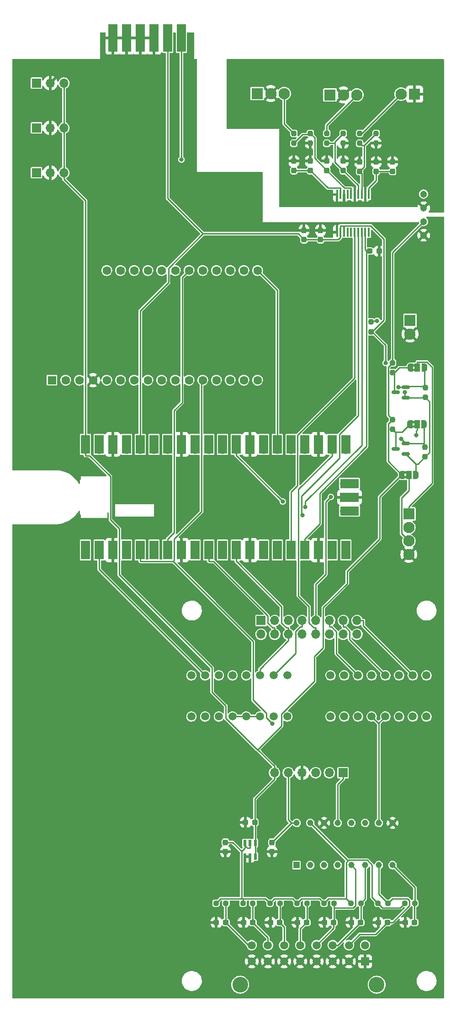
<source format=gbr>
%TF.GenerationSoftware,KiCad,Pcbnew,(6.0.7)*%
%TF.CreationDate,2023-09-07T13:48:48+01:00*%
%TF.ProjectId,CCC_rig_controller,4343435f-7269-4675-9f63-6f6e74726f6c,rev?*%
%TF.SameCoordinates,Original*%
%TF.FileFunction,Copper,L1,Top*%
%TF.FilePolarity,Positive*%
%FSLAX46Y46*%
G04 Gerber Fmt 4.6, Leading zero omitted, Abs format (unit mm)*
G04 Created by KiCad (PCBNEW (6.0.7)) date 2023-09-07 13:48:48*
%MOMM*%
%LPD*%
G01*
G04 APERTURE LIST*
G04 Aperture macros list*
%AMRoundRect*
0 Rectangle with rounded corners*
0 $1 Rounding radius*
0 $2 $3 $4 $5 $6 $7 $8 $9 X,Y pos of 4 corners*
0 Add a 4 corners polygon primitive as box body*
4,1,4,$2,$3,$4,$5,$6,$7,$8,$9,$2,$3,0*
0 Add four circle primitives for the rounded corners*
1,1,$1+$1,$2,$3*
1,1,$1+$1,$4,$5*
1,1,$1+$1,$6,$7*
1,1,$1+$1,$8,$9*
0 Add four rect primitives between the rounded corners*
20,1,$1+$1,$2,$3,$4,$5,0*
20,1,$1+$1,$4,$5,$6,$7,0*
20,1,$1+$1,$6,$7,$8,$9,0*
20,1,$1+$1,$8,$9,$2,$3,0*%
%AMFreePoly0*
4,1,22,0.550000,-0.750000,0.000000,-0.750000,0.000000,-0.745033,-0.079941,-0.743568,-0.215256,-0.701293,-0.333266,-0.622738,-0.424486,-0.514219,-0.481581,-0.384460,-0.499164,-0.250000,-0.500000,-0.250000,-0.500000,0.250000,-0.499164,0.250000,-0.499963,0.256109,-0.478152,0.396186,-0.417904,0.524511,-0.324060,0.630769,-0.204165,0.706417,-0.067858,0.745374,0.000000,0.744959,0.000000,0.750000,
0.550000,0.750000,0.550000,-0.750000,0.550000,-0.750000,$1*%
%AMFreePoly1*
4,1,20,0.000000,0.744959,0.073905,0.744508,0.209726,0.703889,0.328688,0.626782,0.421226,0.519385,0.479903,0.390333,0.500000,0.250000,0.500000,-0.250000,0.499851,-0.262216,0.476331,-0.402017,0.414519,-0.529596,0.319384,-0.634700,0.198574,-0.708877,0.061801,-0.746166,0.000000,-0.745033,0.000000,-0.750000,-0.550000,-0.750000,-0.550000,0.750000,0.000000,0.750000,0.000000,0.744959,
0.000000,0.744959,$1*%
G04 Aperture macros list end*
%TA.AperFunction,SMDPad,CuDef*%
%ADD10R,0.600000X1.200000*%
%TD*%
%TA.AperFunction,SMDPad,CuDef*%
%ADD11RoundRect,0.237500X0.300000X0.237500X-0.300000X0.237500X-0.300000X-0.237500X0.300000X-0.237500X0*%
%TD*%
%TA.AperFunction,SMDPad,CuDef*%
%ADD12RoundRect,0.237500X0.250000X0.237500X-0.250000X0.237500X-0.250000X-0.237500X0.250000X-0.237500X0*%
%TD*%
%TA.AperFunction,ComponentPad*%
%ADD13C,1.500000*%
%TD*%
%TA.AperFunction,ComponentPad*%
%ADD14R,1.159000X1.159000*%
%TD*%
%TA.AperFunction,ComponentPad*%
%ADD15C,1.159000*%
%TD*%
%TA.AperFunction,ComponentPad*%
%ADD16R,1.520000X1.520000*%
%TD*%
%TA.AperFunction,ComponentPad*%
%ADD17C,1.520000*%
%TD*%
%TA.AperFunction,ComponentPad*%
%ADD18C,2.910000*%
%TD*%
%TA.AperFunction,SMDPad,CuDef*%
%ADD19RoundRect,0.237500X0.237500X-0.300000X0.237500X0.300000X-0.237500X0.300000X-0.237500X-0.300000X0*%
%TD*%
%TA.AperFunction,ComponentPad*%
%ADD20R,1.700000X1.700000*%
%TD*%
%TA.AperFunction,ComponentPad*%
%ADD21O,1.700000X1.700000*%
%TD*%
%TA.AperFunction,SMDPad,CuDef*%
%ADD22RoundRect,0.237500X-0.300000X-0.237500X0.300000X-0.237500X0.300000X0.237500X-0.300000X0.237500X0*%
%TD*%
%TA.AperFunction,ConnectorPad*%
%ADD23R,1.651000X5.080000*%
%TD*%
%TA.AperFunction,SMDPad,CuDef*%
%ADD24RoundRect,0.237500X-0.237500X0.300000X-0.237500X-0.300000X0.237500X-0.300000X0.237500X0.300000X0*%
%TD*%
%TA.AperFunction,SMDPad,CuDef*%
%ADD25RoundRect,0.150000X0.587500X0.150000X-0.587500X0.150000X-0.587500X-0.150000X0.587500X-0.150000X0*%
%TD*%
%TA.AperFunction,SMDPad,CuDef*%
%ADD26RoundRect,0.237500X0.237500X-0.250000X0.237500X0.250000X-0.237500X0.250000X-0.237500X-0.250000X0*%
%TD*%
%TA.AperFunction,SMDPad,CuDef*%
%ADD27RoundRect,0.237500X-0.237500X0.250000X-0.237500X-0.250000X0.237500X-0.250000X0.237500X0.250000X0*%
%TD*%
%TA.AperFunction,ComponentPad*%
%ADD28C,1.303000*%
%TD*%
%TA.AperFunction,ComponentPad*%
%ADD29R,2.100000X2.100000*%
%TD*%
%TA.AperFunction,ComponentPad*%
%ADD30C,2.100000*%
%TD*%
%TA.AperFunction,ComponentPad*%
%ADD31R,1.600000X1.600000*%
%TD*%
%TA.AperFunction,ComponentPad*%
%ADD32C,1.600000*%
%TD*%
%TA.AperFunction,SMDPad,CuDef*%
%ADD33FreePoly0,0.000000*%
%TD*%
%TA.AperFunction,SMDPad,CuDef*%
%ADD34R,1.000000X1.500000*%
%TD*%
%TA.AperFunction,SMDPad,CuDef*%
%ADD35FreePoly1,0.000000*%
%TD*%
%TA.AperFunction,SMDPad,CuDef*%
%ADD36R,3.500000X1.700000*%
%TD*%
%TA.AperFunction,SMDPad,CuDef*%
%ADD37R,1.700000X3.500000*%
%TD*%
%TA.AperFunction,SMDPad,CuDef*%
%ADD38R,0.450000X1.705000*%
%TD*%
%TA.AperFunction,ViaPad*%
%ADD39C,0.800000*%
%TD*%
%TA.AperFunction,Conductor*%
%ADD40C,0.250000*%
%TD*%
%TA.AperFunction,Conductor*%
%ADD41C,0.500000*%
%TD*%
G04 APERTURE END LIST*
%TO.C,JP1*%
G36*
X86672000Y-77808800D02*
G01*
X86172000Y-77808800D01*
X86172000Y-77408800D01*
X86672000Y-77408800D01*
X86672000Y-77808800D01*
G37*
G36*
X86672000Y-77008800D02*
G01*
X86172000Y-77008800D01*
X86172000Y-76608800D01*
X86672000Y-76608800D01*
X86672000Y-77008800D01*
G37*
%TO.C,JP2*%
G36*
X85100000Y-97638800D02*
G01*
X84600000Y-97638800D01*
X84600000Y-97238800D01*
X85100000Y-97238800D01*
X85100000Y-97638800D01*
G37*
G36*
X85100000Y-96838800D02*
G01*
X84600000Y-96838800D01*
X84600000Y-96438800D01*
X85100000Y-96438800D01*
X85100000Y-96838800D01*
G37*
%TO.C,JP3*%
G36*
X86600000Y-87508800D02*
G01*
X86100000Y-87508800D01*
X86100000Y-87108800D01*
X86600000Y-87108800D01*
X86600000Y-87508800D01*
G37*
G36*
X86600000Y-88308800D02*
G01*
X86100000Y-88308800D01*
X86100000Y-87908800D01*
X86600000Y-87908800D01*
X86600000Y-88308800D01*
G37*
%TD*%
D10*
%TO.P,IC2,1,GND_F*%
%TO.N,GNDD*%
X55135800Y-167735800D03*
%TO.P,IC2,2,GND_S*%
X56085800Y-167735800D03*
%TO.P,IC2,3,ENABLE*%
%TO.N,+5V*%
X57035800Y-167735800D03*
%TO.P,IC2,4,IN*%
X57035800Y-165235800D03*
%TO.P,IC2,5,OUT_S*%
%TO.N,3V3_ref_NTC_ADC*%
X56085800Y-165235800D03*
%TO.P,IC2,6,OUT_F*%
X55135800Y-165235800D03*
%TD*%
D11*
%TO.P,C13,1*%
%TO.N,NTC_ADC_CH2*%
X61548300Y-179941800D03*
%TO.P,C13,2*%
%TO.N,GNDD*%
X59823300Y-179941800D03*
%TD*%
D12*
%TO.P,R14,1*%
%TO.N,NTC_ADC_CH2*%
X61598300Y-176385800D03*
%TO.P,R14,2*%
%TO.N,3V3_ref_NTC_ADC*%
X59773300Y-176385800D03*
%TD*%
D13*
%TO.P,S1,1,COM_1*%
%TO.N,NTC_ADC_CS*%
X45205900Y-141807200D03*
%TO.P,S1,2,NO_1*%
%TO.N,NTC_ADC_CS_00*%
X45205900Y-134187200D03*
%TO.P,S1,3,COM_2*%
%TO.N,NTC_ADC_CS*%
X47745900Y-141807200D03*
%TO.P,S1,4,NO_2*%
%TO.N,NTC_ADC_CS_01*%
X47745900Y-134187200D03*
%TO.P,S1,5,COM_3*%
%TO.N,NTC_ADC_CS*%
X50285900Y-141807200D03*
%TO.P,S1,6,NO_3*%
%TO.N,NTC_ADC_CS_02*%
X50285900Y-134187200D03*
%TO.P,S1,7,COM_4*%
%TO.N,NTC_ADC_CS*%
X52825900Y-141807200D03*
%TO.P,S1,8,NO_4*%
%TO.N,NTC_ADC_CS_03*%
X52825900Y-134187200D03*
%TO.P,S1,9,COM_5*%
%TO.N,NTC_ADC_CS*%
X55365900Y-141807200D03*
%TO.P,S1,10,NO_5*%
%TO.N,NTC_ADC_CS_04*%
X55365900Y-134187200D03*
%TO.P,S1,11,COM_6*%
%TO.N,NTC_ADC_CS*%
X57905900Y-141807200D03*
%TO.P,S1,12,NO_6*%
%TO.N,NTC_ADC_CS_05*%
X57905900Y-134187200D03*
%TO.P,S1,13,COM_7*%
%TO.N,NTC_ADC_CS*%
X60445900Y-141807200D03*
%TO.P,S1,14,NO_7*%
%TO.N,NTC_ADC_CS_06*%
X60445900Y-134187200D03*
%TO.P,S1,15,COM_8*%
%TO.N,NTC_ADC_CS*%
X62985900Y-141807200D03*
%TO.P,S1,16,NO_8*%
%TO.N,NTC_ADC_CS_07*%
X62985900Y-134187200D03*
%TD*%
%TO.P,S2,1,COM_1*%
%TO.N,NTC_ADC_CS*%
X70985900Y-141807200D03*
%TO.P,S2,2,NO_1*%
%TO.N,NTC_ADC_CS_08*%
X70985900Y-134187200D03*
%TO.P,S2,3,COM_2*%
%TO.N,NTC_ADC_CS*%
X73525900Y-141807200D03*
%TO.P,S2,4,NO_2*%
%TO.N,NTC_ADC_CS_09*%
X73525900Y-134187200D03*
%TO.P,S2,5,COM_3*%
%TO.N,NTC_ADC_CS*%
X76065900Y-141807200D03*
%TO.P,S2,6,NO_3*%
%TO.N,NTC_ADC_CS_10*%
X76065900Y-134187200D03*
%TO.P,S2,7,COM_4*%
%TO.N,NTC_ADC_CS*%
X78605900Y-141807200D03*
%TO.P,S2,8,NO_4*%
%TO.N,NTC_ADC_CS_11*%
X78605900Y-134187200D03*
%TO.P,S2,9,COM_5*%
%TO.N,NTC_ADC_CS*%
X81145900Y-141807200D03*
%TO.P,S2,10,NO_5*%
%TO.N,NTC_ADC_CS_12*%
X81145900Y-134187200D03*
%TO.P,S2,11,COM_6*%
%TO.N,NTC_ADC_CS*%
X83685900Y-141807200D03*
%TO.P,S2,12,NO_6*%
%TO.N,NTC_ADC_CS_13*%
X83685900Y-134187200D03*
%TO.P,S2,13,COM_7*%
%TO.N,NTC_ADC_CS*%
X86225900Y-141807200D03*
%TO.P,S2,14,NO_7*%
%TO.N,NTC_ADC_CS_14*%
X86225900Y-134187200D03*
%TO.P,S2,15,COM_8*%
%TO.N,NTC_ADC_CS*%
X88765900Y-141807200D03*
%TO.P,S2,16,NO_8*%
%TO.N,NTC_ADC_CS_15*%
X88765900Y-134187200D03*
%TD*%
D11*
%TO.P,C14,1*%
%TO.N,NTC_ADC_CH3*%
X66548300Y-179941800D03*
%TO.P,C14,2*%
%TO.N,GNDD*%
X64823300Y-179941800D03*
%TD*%
%TO.P,C18,1*%
%TO.N,NTC_ADC_CH7*%
X86548300Y-179941800D03*
%TO.P,C18,2*%
%TO.N,GNDD*%
X84823300Y-179941800D03*
%TD*%
D14*
%TO.P,IC3,1,CH0*%
%TO.N,NTC_ADC_CH0*%
X64699800Y-169334200D03*
D15*
%TO.P,IC3,2,CH1*%
%TO.N,NTC_ADC_CH1*%
X67239800Y-169334200D03*
%TO.P,IC3,3,CH2*%
%TO.N,NTC_ADC_CH2*%
X69779800Y-169334200D03*
%TO.P,IC3,4,CH3*%
%TO.N,NTC_ADC_CH3*%
X72319800Y-169334200D03*
%TO.P,IC3,5,CH4*%
%TO.N,NTC_ADC_CH4*%
X74859800Y-169334200D03*
%TO.P,IC3,6,CH5*%
%TO.N,NTC_ADC_CH5*%
X77399800Y-169334200D03*
%TO.P,IC3,7,CH6*%
%TO.N,NTC_ADC_CH6*%
X79939800Y-169334200D03*
%TO.P,IC3,8,CH7*%
%TO.N,NTC_ADC_CH7*%
X82479800Y-169334200D03*
%TO.P,IC3,9,DGND*%
%TO.N,GNDD*%
X82479800Y-161524200D03*
%TO.P,IC3,10,~{CS}/SHDN*%
%TO.N,NTC_ADC_CS*%
X79939800Y-161524200D03*
%TO.P,IC3,11,DIN*%
%TO.N,SD_SPI_MOSI*%
X77399800Y-161524200D03*
%TO.P,IC3,12,DOUT*%
%TO.N,SD_SPI_MISO*%
X74859800Y-161524200D03*
%TO.P,IC3,13,CLK*%
%TO.N,SD_SPI_CLK*%
X72319800Y-161524200D03*
%TO.P,IC3,14,AGND*%
%TO.N,GNDD*%
X69779800Y-161524200D03*
%TO.P,IC3,15,VREF*%
%TO.N,3V3_ref_NTC_ADC*%
X67239800Y-161524200D03*
%TO.P,IC3,16,VDD*%
%TO.N,+3.3V*%
X64699800Y-161524200D03*
%TD*%
D11*
%TO.P,C17,1*%
%TO.N,NTC_ADC_CH6*%
X81548300Y-179941800D03*
%TO.P,C17,2*%
%TO.N,GNDD*%
X79823300Y-179941800D03*
%TD*%
D12*
%TO.P,R15,1*%
%TO.N,NTC_ADC_CH3*%
X66598300Y-176385800D03*
%TO.P,R15,2*%
%TO.N,3V3_ref_NTC_ADC*%
X64773300Y-176385800D03*
%TD*%
%TO.P,R18,1*%
%TO.N,NTC_ADC_CH6*%
X81598300Y-176385800D03*
%TO.P,R18,2*%
%TO.N,3V3_ref_NTC_ADC*%
X79773300Y-176385800D03*
%TD*%
D11*
%TO.P,C11,1*%
%TO.N,NTC_ADC_CH0*%
X51548300Y-179941800D03*
%TO.P,C11,2*%
%TO.N,GNDD*%
X49823300Y-179941800D03*
%TD*%
D12*
%TO.P,R19,1*%
%TO.N,NTC_ADC_CH7*%
X86598300Y-176385800D03*
%TO.P,R19,2*%
%TO.N,3V3_ref_NTC_ADC*%
X84773300Y-176385800D03*
%TD*%
%TO.P,R17,1*%
%TO.N,NTC_ADC_CH5*%
X76598300Y-176385800D03*
%TO.P,R17,2*%
%TO.N,3V3_ref_NTC_ADC*%
X74773300Y-176385800D03*
%TD*%
%TO.P,R16,1*%
%TO.N,NTC_ADC_CH4*%
X71598300Y-176385800D03*
%TO.P,R16,2*%
%TO.N,3V3_ref_NTC_ADC*%
X69773300Y-176385800D03*
%TD*%
D16*
%TO.P,J9,1,Pin_1*%
%TO.N,GNDD*%
X77389100Y-187157800D03*
D17*
%TO.P,J9,2,Pin_2*%
X74389100Y-187157800D03*
%TO.P,J9,3,Pin_3*%
X71389100Y-187157800D03*
%TO.P,J9,4,Pin_4*%
X68389100Y-187157800D03*
%TO.P,J9,5,Pin_5*%
X65389100Y-187157800D03*
%TO.P,J9,6,Pin_6*%
X62389100Y-187157800D03*
%TO.P,J9,7,Pin_7*%
X59389100Y-187157800D03*
%TO.P,J9,8,Pin_8*%
X56389100Y-187157800D03*
%TO.P,J9,9,Pin_9*%
%TO.N,NTC_ADC_CH7*%
X77389100Y-184157800D03*
%TO.P,J9,10,Pin_10*%
%TO.N,NTC_ADC_CH6*%
X74389100Y-184157800D03*
%TO.P,J9,11,Pin_11*%
%TO.N,NTC_ADC_CH5*%
X71389100Y-184157800D03*
%TO.P,J9,12,Pin_12*%
%TO.N,NTC_ADC_CH4*%
X68389100Y-184157800D03*
%TO.P,J9,13,Pin_13*%
%TO.N,NTC_ADC_CH3*%
X65389100Y-184157800D03*
%TO.P,J9,14,Pin_14*%
%TO.N,NTC_ADC_CH2*%
X62389100Y-184157800D03*
%TO.P,J9,15,Pin_15*%
%TO.N,NTC_ADC_CH1*%
X59389100Y-184157800D03*
%TO.P,J9,16,Pin_16*%
%TO.N,NTC_ADC_CH0*%
X56389100Y-184157800D03*
D18*
%TO.P,J9,17*%
%TO.N,N/C*%
X79539100Y-191477800D03*
%TO.P,J9,18*%
X54239100Y-191477800D03*
%TD*%
D11*
%TO.P,C16,1*%
%TO.N,NTC_ADC_CH5*%
X76548300Y-179941800D03*
%TO.P,C16,2*%
%TO.N,GNDD*%
X74823300Y-179941800D03*
%TD*%
D19*
%TO.P,C19,1*%
%TO.N,GNDD*%
X60149800Y-166840300D03*
%TO.P,C19,2*%
%TO.N,+3.3V*%
X60149800Y-165115300D03*
%TD*%
D20*
%TO.P,J10,1,Pin_1*%
%TO.N,SD_SPI_CLK*%
X73310900Y-152221200D03*
D21*
%TO.P,J10,2,Pin_2*%
%TO.N,SD_SPI_MOSI*%
X70770900Y-152221200D03*
%TO.P,J10,3,Pin_3*%
%TO.N,SD_SPI_MISO*%
X68230900Y-152221200D03*
%TO.P,J10,4,Pin_4*%
%TO.N,GNDD*%
X65690900Y-152221200D03*
%TO.P,J10,5,Pin_5*%
%TO.N,+3.3V*%
X63150900Y-152221200D03*
%TO.P,J10,6,Pin_6*%
%TO.N,+5V*%
X60610900Y-152221200D03*
%TD*%
D12*
%TO.P,R12,1*%
%TO.N,NTC_ADC_CH0*%
X51598300Y-176385800D03*
%TO.P,R12,2*%
%TO.N,3V3_ref_NTC_ADC*%
X49773300Y-176385800D03*
%TD*%
D11*
%TO.P,C12,1*%
%TO.N,NTC_ADC_CH1*%
X56548300Y-179941800D03*
%TO.P,C12,2*%
%TO.N,GNDD*%
X54823300Y-179941800D03*
%TD*%
D22*
%TO.P,C21,1*%
%TO.N,GNDD*%
X55223300Y-161405800D03*
%TO.P,C21,2*%
%TO.N,+5V*%
X56948300Y-161405800D03*
%TD*%
D12*
%TO.P,R13,1*%
%TO.N,NTC_ADC_CH1*%
X56598300Y-176385800D03*
%TO.P,R13,2*%
%TO.N,3V3_ref_NTC_ADC*%
X54773300Y-176385800D03*
%TD*%
D19*
%TO.P,C20,1*%
%TO.N,GNDD*%
X51513800Y-166840300D03*
%TO.P,C20,2*%
%TO.N,3V3_ref_NTC_ADC*%
X51513800Y-165115300D03*
%TD*%
D11*
%TO.P,C15,1*%
%TO.N,NTC_ADC_CH4*%
X71548300Y-179941800D03*
%TO.P,C15,2*%
%TO.N,GNDD*%
X69823300Y-179941800D03*
%TD*%
D20*
%TO.P,J11,1,Pin_1*%
%TO.N,NTC_ADC_CS_00*%
X58110900Y-124032200D03*
D21*
%TO.P,J11,2,Pin_2*%
%TO.N,NTC_ADC_CS_01*%
X58110900Y-126572200D03*
%TO.P,J11,3,Pin_3*%
%TO.N,NTC_ADC_CS_02*%
X60650900Y-124032200D03*
%TO.P,J11,4,Pin_4*%
%TO.N,NTC_ADC_CS_03*%
X60650900Y-126572200D03*
%TO.P,J11,5,Pin_5*%
%TO.N,NTC_ADC_CS_04*%
X63190900Y-124032200D03*
%TO.P,J11,6,Pin_6*%
%TO.N,NTC_ADC_CS_05*%
X63190900Y-126572200D03*
%TO.P,J11,7,Pin_7*%
%TO.N,NTC_ADC_CS_06*%
X65730900Y-124032200D03*
%TO.P,J11,8,Pin_8*%
%TO.N,NTC_ADC_CS_07*%
X65730900Y-126572200D03*
%TO.P,J11,9,Pin_9*%
%TO.N,NTC_ADC_CS_08*%
X68270900Y-124032200D03*
%TO.P,J11,10,Pin_10*%
%TO.N,NTC_ADC_CS_09*%
X68270900Y-126572200D03*
%TO.P,J11,11,Pin_11*%
%TO.N,NTC_ADC_CS_10*%
X70810900Y-124032200D03*
%TO.P,J11,12,Pin_12*%
%TO.N,NTC_ADC_CS_11*%
X70810900Y-126572200D03*
%TO.P,J11,13,Pin_13*%
%TO.N,NTC_ADC_CS_12*%
X73350900Y-124032200D03*
%TO.P,J11,14,Pin_14*%
%TO.N,NTC_ADC_CS_13*%
X73350900Y-126572200D03*
%TO.P,J11,15,Pin_15*%
%TO.N,NTC_ADC_CS_14*%
X75890900Y-124032200D03*
%TO.P,J11,16,Pin_16*%
%TO.N,NTC_ADC_CS_15*%
X75890900Y-126572200D03*
%TD*%
D23*
%TO.P,J5,1,Pin_1*%
%TO.N,PWM_OE*%
X43350000Y-16160000D03*
%TO.P,J5,3,Pin_3*%
%TO.N,+3.3V*%
X40810000Y-16160000D03*
%TO.P,J5,5,Pin_5*%
%TO.N,GNDD*%
X38270000Y-16160000D03*
%TO.P,J5,7,Pin_7*%
X35730000Y-16160000D03*
%TO.P,J5,9,Pin_9*%
X33190000Y-16160000D03*
%TO.P,J5,11,Pin_11*%
X30650000Y-16160000D03*
%TD*%
D19*
%TO.P,C10,1*%
%TO.N,+3.3V*%
X66080000Y-53476300D03*
%TO.P,C10,2*%
%TO.N,GNDD*%
X66080000Y-51751300D03*
%TD*%
D24*
%TO.P,C7,1*%
%TO.N,Cell_V-*%
X82488000Y-39100800D03*
%TO.P,C7,2*%
%TO.N,Net-(C5-Pad2)*%
X82488000Y-40825800D03*
%TD*%
D19*
%TO.P,C6,1*%
%TO.N,Net-(C4-Pad1)*%
X64200000Y-40672300D03*
%TO.P,C6,2*%
%TO.N,Cell_V-*%
X64200000Y-38947300D03*
%TD*%
%TO.P,C3,1*%
%TO.N,ISO_ADC_AI_3*%
X70296000Y-40672300D03*
%TO.P,C3,2*%
%TO.N,Cell_V-*%
X70296000Y-38947300D03*
%TD*%
%TO.P,C2,1*%
%TO.N,ISO_ADC_AI_2*%
X73344000Y-40672300D03*
%TO.P,C2,2*%
%TO.N,Cell_V-*%
X73344000Y-38947300D03*
%TD*%
%TO.P,C1,1*%
%TO.N,ISO_ADC_AI_1*%
X76392000Y-40825800D03*
%TO.P,C1,2*%
%TO.N,Cell_V-*%
X76392000Y-39100800D03*
%TD*%
D25*
%TO.P,Q1,1,G*%
%TO.N,+3.3V*%
X84961500Y-82730800D03*
%TO.P,Q1,2,S*%
%TO.N,I2C_SCL*%
X84961500Y-80830800D03*
%TO.P,Q1,3,D*%
%TO.N,Net-(JP1-Pad1)*%
X83086500Y-81780800D03*
%TD*%
D26*
%TO.P,R7,1*%
%TO.N,Cell_V-*%
X67248000Y-35642300D03*
%TO.P,R7,2*%
%TO.N,ISO_ADC_AI_3*%
X67248000Y-33817300D03*
%TD*%
D19*
%TO.P,C4,1*%
%TO.N,Net-(C4-Pad1)*%
X67248000Y-40672300D03*
%TO.P,C4,2*%
%TO.N,Cell_V-*%
X67248000Y-38947300D03*
%TD*%
D27*
%TO.P,R9,1*%
%TO.N,+5V*%
X82500000Y-76296300D03*
%TO.P,R9,2*%
%TO.N,Net-(JP1-Pad1)*%
X82500000Y-78121300D03*
%TD*%
D28*
%TO.P,PS1,1,-VIN_(GND)*%
%TO.N,GNDD*%
X88242000Y-52669800D03*
%TO.P,PS1,2,+VIN_(VCC)*%
%TO.N,+5V*%
X88242000Y-50129800D03*
%TO.P,PS1,3,-VOUT*%
%TO.N,Cell_V-*%
X88242000Y-47589800D03*
%TO.P,PS1,4,+VOUT*%
%TO.N,Iso_5V*%
X88242000Y-45049800D03*
%TD*%
D20*
%TO.P,U2,1,Pin_1*%
%TO.N,+12V*%
X16500000Y-32794400D03*
D21*
%TO.P,U2,2,Pin_2*%
%TO.N,GNDD*%
X19040000Y-32794400D03*
%TO.P,U2,3,Pin_3*%
%TO.N,+5V*%
X21580000Y-32794400D03*
%TD*%
D20*
%TO.P,U4,1,Pin_1*%
%TO.N,+12V*%
X16500000Y-24494400D03*
D21*
%TO.P,U4,2,Pin_2*%
%TO.N,GNDD*%
X19040000Y-24494400D03*
%TO.P,U4,3,Pin_3*%
%TO.N,+5V*%
X21580000Y-24494400D03*
%TD*%
D29*
%TO.P,J8,1,Pin_1*%
%TO.N,I2C_SCL_SHIFT*%
X85500000Y-104288800D03*
D30*
%TO.P,J8,2,Pin_2*%
%TO.N,I2C_SDA_SHIFT*%
X85500000Y-106788800D03*
%TO.P,J8,3,Pin_3*%
%TO.N,LCD_PWR*%
X85500000Y-109288800D03*
%TO.P,J8,4,Pin_4*%
%TO.N,GNDD*%
X85500000Y-111788800D03*
%TD*%
D27*
%TO.P,R4,1*%
%TO.N,I_sense_1_sig*%
X64200000Y-33817300D03*
%TO.P,R4,2*%
%TO.N,ISO_ADC_AI_3*%
X64200000Y-35642300D03*
%TD*%
%TO.P,R3,1*%
%TO.N,I_sense_0_sig*%
X70296000Y-33817300D03*
%TO.P,R3,2*%
%TO.N,ISO_ADC_AI_2*%
X70296000Y-35642300D03*
%TD*%
D26*
%TO.P,R5,1*%
%TO.N,Cell_V-*%
X79440000Y-35642300D03*
%TO.P,R5,2*%
%TO.N,ISO_ADC_AI_1*%
X79440000Y-33817300D03*
%TD*%
D20*
%TO.P,U3,1,Pin_1*%
%TO.N,+12V*%
X16500000Y-41094400D03*
D21*
%TO.P,U3,2,Pin_2*%
%TO.N,GNDD*%
X19040000Y-41094400D03*
%TO.P,U3,3,Pin_3*%
%TO.N,+5V*%
X21580000Y-41094400D03*
%TD*%
D26*
%TO.P,R6,1*%
%TO.N,Cell_V-*%
X73344000Y-35642300D03*
%TO.P,R6,2*%
%TO.N,ISO_ADC_AI_2*%
X73344000Y-33817300D03*
%TD*%
D31*
%TO.P,A1,1,~{RESET}*%
%TO.N,unconnected-(A1-Pad1)*%
X19360000Y-79520000D03*
D32*
%TO.P,A1,2,3V3*%
%TO.N,+3.3V*%
X21900000Y-79520000D03*
%TO.P,A1,3,AREF*%
%TO.N,unconnected-(A1-Pad3)*%
X24440000Y-79520000D03*
%TO.P,A1,4,GND*%
%TO.N,GNDD*%
X26980000Y-79520000D03*
%TO.P,A1,5,A0*%
%TO.N,unconnected-(A1-Pad5)*%
X29520000Y-79520000D03*
%TO.P,A1,6,A1*%
%TO.N,unconnected-(A1-Pad6)*%
X32060000Y-79520000D03*
%TO.P,A1,7,A2*%
%TO.N,unconnected-(A1-Pad7)*%
X34600000Y-79520000D03*
%TO.P,A1,8,A3*%
%TO.N,unconnected-(A1-Pad8)*%
X37140000Y-79520000D03*
%TO.P,A1,9,A4*%
%TO.N,unconnected-(A1-Pad9)*%
X39680000Y-79520000D03*
%TO.P,A1,10,A5*%
%TO.N,unconnected-(A1-Pad10)*%
X42220000Y-79520000D03*
%TO.P,A1,11,SCK*%
%TO.N,SD_SPI_CLK*%
X44760000Y-79520000D03*
%TO.P,A1,12,MOSI*%
%TO.N,SD_SPI_MOSI*%
X47300000Y-79520000D03*
%TO.P,A1,13,MISO*%
%TO.N,SD_SPI_MISO*%
X49840000Y-79520000D03*
%TO.P,A1,14,RX*%
%TO.N,unconnected-(A1-Pad14)*%
X52380000Y-79520000D03*
%TO.P,A1,15,TX*%
%TO.N,unconnected-(A1-Pad15)*%
X54920000Y-79520000D03*
%TO.P,A1,16,SPARE*%
%TO.N,unconnected-(A1-Pad16)*%
X57460000Y-79520000D03*
%TO.P,A1,17,SDA*%
%TO.N,I2C_SDA*%
X57460000Y-59200000D03*
%TO.P,A1,18,SCL*%
%TO.N,I2C_SCL*%
X54920000Y-59200000D03*
%TO.P,A1,19,D0*%
%TO.N,unconnected-(A1-Pad19)*%
X52380000Y-59200000D03*
%TO.P,A1,20,D1*%
%TO.N,unconnected-(A1-Pad20)*%
X49840000Y-59200000D03*
%TO.P,A1,21,D2*%
%TO.N,unconnected-(A1-Pad21)*%
X47300000Y-59200000D03*
%TO.P,A1,22,D3*%
%TO.N,SD_SPI_CS*%
X44760000Y-59200000D03*
%TO.P,A1,23,D4*%
%TO.N,unconnected-(A1-Pad23)*%
X42220000Y-59200000D03*
%TO.P,A1,24,D5*%
%TO.N,unconnected-(A1-Pad24)*%
X39680000Y-59200000D03*
%TO.P,A1,25,D6*%
%TO.N,unconnected-(A1-Pad25)*%
X37140000Y-59200000D03*
%TO.P,A1,26,USB*%
%TO.N,unconnected-(A1-Pad26)*%
X34600000Y-59200000D03*
%TO.P,A1,27,EN*%
%TO.N,unconnected-(A1-Pad27)*%
X32060000Y-59200000D03*
%TO.P,A1,28,VBAT*%
%TO.N,unconnected-(A1-Pad28)*%
X29520000Y-59200000D03*
%TD*%
D33*
%TO.P,JP1,1,A*%
%TO.N,Net-(JP1-Pad1)*%
X85772000Y-77208800D03*
D34*
%TO.P,JP1,2,C*%
%TO.N,I2C_SCL_SHIFT*%
X87072000Y-77208800D03*
D35*
%TO.P,JP1,3,B*%
%TO.N,I2C_SCL*%
X88372000Y-77208800D03*
%TD*%
D21*
%TO.P,U1,43,SWDIO*%
%TO.N,unconnected-(U1-Pad43)*%
X73600000Y-98654400D03*
D36*
X74500000Y-98654400D03*
%TO.P,U1,42,GND*%
%TO.N,GNDD*%
X74500000Y-101194400D03*
D20*
X73600000Y-101194400D03*
D36*
%TO.P,U1,41,SWCLK*%
%TO.N,unconnected-(U1-Pad41)*%
X74500000Y-103734400D03*
D21*
X73600000Y-103734400D03*
%TO.P,U1,40,VBUS*%
%TO.N,+5V*%
X25570000Y-92304400D03*
D37*
X25570000Y-91404400D03*
D21*
%TO.P,U1,39,VSYS*%
%TO.N,unconnected-(U1-Pad39)*%
X28110000Y-92304400D03*
D37*
X28110000Y-91404400D03*
D20*
%TO.P,U1,38,GND*%
%TO.N,GNDD*%
X30650000Y-92304400D03*
D37*
X30650000Y-91404400D03*
%TO.P,U1,37,3V3_EN*%
%TO.N,unconnected-(U1-Pad37)*%
X33190000Y-91404400D03*
D21*
X33190000Y-92304400D03*
D37*
%TO.P,U1,36,3V3*%
%TO.N,+3.3V*%
X35730000Y-91404400D03*
D21*
X35730000Y-92304400D03*
%TO.P,U1,35,ADC_VREF*%
%TO.N,unconnected-(U1-Pad35)*%
X38270000Y-92304400D03*
D37*
X38270000Y-91404400D03*
%TO.P,U1,34,GPIO28_ADC2*%
%TO.N,NTC_ADC_CS_15*%
X40810000Y-91404400D03*
D21*
X40810000Y-92304400D03*
D20*
%TO.P,U1,33,AGND*%
%TO.N,GNDD*%
X43350000Y-92304400D03*
D37*
X43350000Y-91404400D03*
%TO.P,U1,32,GPIO27_ADC1*%
%TO.N,NTC_ADC_CS_14*%
X45890000Y-91404400D03*
D21*
X45890000Y-92304400D03*
%TO.P,U1,31,GPIO26_ADC0*%
%TO.N,NTC_ADC_CS_13*%
X48430000Y-92304400D03*
D37*
X48430000Y-91404400D03*
D21*
%TO.P,U1,30,RUN*%
%TO.N,unconnected-(U1-Pad30)*%
X50970000Y-92304400D03*
D37*
X50970000Y-91404400D03*
%TO.P,U1,29,GPIO22*%
%TO.N,NTC_ADC_CS_12*%
X53510000Y-91404400D03*
D21*
X53510000Y-92304400D03*
D37*
%TO.P,U1,28,GND*%
%TO.N,GNDD*%
X56050000Y-91404400D03*
D20*
X56050000Y-92304400D03*
D37*
%TO.P,U1,27,GPIO21*%
%TO.N,I2C_SCL*%
X58590000Y-91404400D03*
D21*
X58590000Y-92304400D03*
D37*
%TO.P,U1,26,GPIO20*%
%TO.N,I2C_SDA*%
X61130000Y-91404400D03*
D21*
X61130000Y-92304400D03*
D37*
%TO.P,U1,25,GPIO19*%
%TO.N,NTC_ADC_CS_11*%
X63670000Y-91404400D03*
D21*
X63670000Y-92304400D03*
%TO.P,U1,24,GPIO18*%
%TO.N,NTC_ADC_CS_10*%
X66210000Y-92304400D03*
D37*
X66210000Y-91404400D03*
D20*
%TO.P,U1,23,GND*%
%TO.N,GNDD*%
X68750000Y-92304400D03*
D37*
X68750000Y-91404400D03*
D21*
%TO.P,U1,22,GPIO17*%
%TO.N,NTC_ADC_CS_09*%
X71290000Y-92304400D03*
D37*
X71290000Y-91404400D03*
%TO.P,U1,21,GPIO16*%
%TO.N,NTC_ADC_CS_08*%
X73830000Y-91404400D03*
D21*
X73830000Y-92304400D03*
%TO.P,U1,20,GPIO15*%
%TO.N,NTC_ADC_CS_07*%
X73830000Y-110084400D03*
D37*
X73830000Y-110984400D03*
D21*
%TO.P,U1,19,GPIO14*%
%TO.N,NTC_ADC_CS_06*%
X71290000Y-110084400D03*
D37*
X71290000Y-110984400D03*
D20*
%TO.P,U1,18,GND*%
%TO.N,GNDD*%
X68750000Y-110084400D03*
D37*
X68750000Y-110984400D03*
D21*
%TO.P,U1,17,GPIO13*%
%TO.N,ISO_ADC_CS*%
X66210000Y-110084400D03*
D37*
X66210000Y-110984400D03*
D21*
%TO.P,U1,16,GPIO12*%
%TO.N,ADC_SPI_MISO*%
X63670000Y-110084400D03*
D37*
X63670000Y-110984400D03*
%TO.P,U1,15,GPIO11*%
%TO.N,ADC_SPI_MOSI*%
X61130000Y-110984400D03*
D21*
X61130000Y-110084400D03*
%TO.P,U1,14,GPIO10*%
%TO.N,ADC_SPI_CLK*%
X58590000Y-110084400D03*
D37*
X58590000Y-110984400D03*
D20*
%TO.P,U1,13,GND*%
%TO.N,GNDD*%
X56050000Y-110084400D03*
D37*
X56050000Y-110984400D03*
%TO.P,U1,12,GPIO9*%
%TO.N,NTC_ADC_CS_05*%
X53510000Y-110984400D03*
D21*
X53510000Y-110084400D03*
D37*
%TO.P,U1,11,GPIO8*%
%TO.N,NTC_ADC_CS_04*%
X50970000Y-110984400D03*
D21*
X50970000Y-110084400D03*
%TO.P,U1,10,GPIO7*%
%TO.N,NTC_ADC_CS_03*%
X48430000Y-110084400D03*
D37*
X48430000Y-110984400D03*
%TO.P,U1,9,GPIO6*%
%TO.N,NTC_ADC_CS_02*%
X45890000Y-110984400D03*
D21*
X45890000Y-110084400D03*
D37*
%TO.P,U1,8,GND*%
%TO.N,GNDD*%
X43350000Y-110984400D03*
D20*
X43350000Y-110084400D03*
D21*
%TO.P,U1,7,GPIO5*%
%TO.N,SD_SPI_CS*%
X40810000Y-110084400D03*
D37*
X40810000Y-110984400D03*
D21*
%TO.P,U1,6,GPIO4*%
%TO.N,SD_SPI_MISO*%
X38270000Y-110084400D03*
D37*
X38270000Y-110984400D03*
D21*
%TO.P,U1,5,GPIO3*%
%TO.N,SD_SPI_MOSI*%
X35730000Y-110084400D03*
D37*
X35730000Y-110984400D03*
D21*
%TO.P,U1,4,GPIO2*%
%TO.N,SD_SPI_CLK*%
X33190000Y-110084400D03*
D37*
X33190000Y-110984400D03*
%TO.P,U1,3,GND*%
%TO.N,GNDD*%
X30650000Y-110984400D03*
D20*
X30650000Y-110084400D03*
D37*
%TO.P,U1,2,GPIO1*%
%TO.N,NTC_ADC_CS_01*%
X28110000Y-110984400D03*
D21*
X28110000Y-110084400D03*
%TO.P,U1,1,GPIO0*%
%TO.N,NTC_ADC_CS_00*%
X25570000Y-110084400D03*
D37*
X25570000Y-110984400D03*
%TD*%
D33*
%TO.P,JP2,1,A*%
%TO.N,+5V*%
X84200000Y-97038800D03*
D34*
%TO.P,JP2,2,C*%
%TO.N,LCD_PWR*%
X85500000Y-97038800D03*
D35*
%TO.P,JP2,3,B*%
%TO.N,+3.3V*%
X86800000Y-97038800D03*
%TD*%
D27*
%TO.P,R11,1*%
%TO.N,+5V*%
X82500000Y-86796300D03*
%TO.P,R11,2*%
%TO.N,Net-(JP3-Pad1)*%
X82500000Y-88621300D03*
%TD*%
%TO.P,R1,1*%
%TO.N,PWM_OE*%
X78500000Y-68713800D03*
%TO.P,R1,2*%
%TO.N,+3.3V*%
X78500000Y-70538800D03*
%TD*%
%TO.P,R2,1*%
%TO.N,Cell_V+*%
X76392000Y-33817300D03*
%TO.P,R2,2*%
%TO.N,ISO_ADC_AI_1*%
X76392000Y-35642300D03*
%TD*%
D26*
%TO.P,R8,1*%
%TO.N,+3.3V*%
X88596000Y-82693300D03*
%TO.P,R8,2*%
%TO.N,I2C_SCL*%
X88596000Y-80868300D03*
%TD*%
D11*
%TO.P,C9,1*%
%TO.N,GNDD*%
X79990500Y-55613800D03*
%TO.P,C9,2*%
%TO.N,ISO_ADC_CS*%
X78265500Y-55613800D03*
%TD*%
D29*
%TO.P,J4,1,Pin_1*%
%TO.N,PWM_OE*%
X85725000Y-68463800D03*
D30*
%TO.P,J4,2,Pin_2*%
%TO.N,GNDD*%
X85725000Y-70963800D03*
%TD*%
D25*
%TO.P,Q2,1,G*%
%TO.N,+3.3V*%
X84937500Y-93158800D03*
%TO.P,Q2,2,S*%
%TO.N,I2C_SDA*%
X84937500Y-91258800D03*
%TO.P,Q2,3,D*%
%TO.N,Net-(JP3-Pad1)*%
X83062500Y-92208800D03*
%TD*%
D38*
%TO.P,IC1,1,REF*%
%TO.N,Net-(C5-Pad2)*%
X78053000Y-45115800D03*
%TO.P,IC1,2,AGND_1*%
%TO.N,Cell_V-*%
X77403000Y-45115800D03*
%TO.P,IC1,3,AIN1*%
%TO.N,ISO_ADC_AI_1*%
X76753000Y-45115800D03*
%TO.P,IC1,4,AIN2*%
%TO.N,ISO_ADC_AI_2*%
X76103000Y-45115800D03*
%TO.P,IC1,5,AGND_2*%
%TO.N,Cell_V-*%
X75453000Y-45115800D03*
%TO.P,IC1,6,AIN3*%
%TO.N,ISO_ADC_AI_3*%
X74803000Y-45115800D03*
%TO.P,IC1,7,AIN4*%
%TO.N,unconnected-(IC1-Pad7)*%
X74153000Y-45115800D03*
%TO.P,IC1,8,AGND_3*%
%TO.N,Cell_V-*%
X73503000Y-45115800D03*
%TO.P,IC1,9,VDDF*%
%TO.N,Net-(C4-Pad1)*%
X72853000Y-45115800D03*
%TO.P,IC1,10,GNDF*%
%TO.N,Cell_V-*%
X72203000Y-45115800D03*
%TO.P,IC1,11,GNDL*%
%TO.N,GNDD*%
X72203000Y-52111800D03*
%TO.P,IC1,12,VDDPL*%
%TO.N,+3.3V*%
X72853000Y-52111800D03*
%TO.P,IC1,13,VDDL*%
X73503000Y-52111800D03*
%TO.P,IC1,14,COUT1*%
%TO.N,unconnected-(IC1-Pad14)*%
X74153000Y-52111800D03*
%TO.P,IC1,15,COUT2*%
%TO.N,unconnected-(IC1-Pad15)*%
X74803000Y-52111800D03*
%TO.P,IC1,16,SDO*%
%TO.N,ADC_SPI_MISO*%
X75453000Y-52111800D03*
%TO.P,IC1,17,SDI*%
%TO.N,ADC_SPI_MOSI*%
X76103000Y-52111800D03*
%TO.P,IC1,18,SCLK*%
%TO.N,ADC_SPI_CLK*%
X76753000Y-52111800D03*
%TO.P,IC1,19,~{CS}*%
%TO.N,ISO_ADC_CS*%
X77403000Y-52111800D03*
%TO.P,IC1,20,~{INT}*%
%TO.N,unconnected-(IC1-Pad20)*%
X78053000Y-52111800D03*
%TD*%
D30*
%TO.P,J1,2,Pin_2*%
%TO.N,Cell_V+*%
X84052000Y-26538800D03*
D29*
%TO.P,J1,1,Pin_1*%
%TO.N,Cell_V-*%
X86552000Y-26538800D03*
%TD*%
D19*
%TO.P,C8,1*%
%TO.N,+3.3V*%
X69128000Y-53476300D03*
%TO.P,C8,2*%
%TO.N,GNDD*%
X69128000Y-51751300D03*
%TD*%
D26*
%TO.P,R10,1*%
%TO.N,+3.3V*%
X88500000Y-93701300D03*
%TO.P,R10,2*%
%TO.N,I2C_SDA*%
X88500000Y-91876300D03*
%TD*%
D24*
%TO.P,C5,1*%
%TO.N,Cell_V-*%
X79440000Y-39100800D03*
%TO.P,C5,2*%
%TO.N,Net-(C5-Pad2)*%
X79440000Y-40825800D03*
%TD*%
D29*
%TO.P,J3,1,Pin_1*%
%TO.N,Iso_5V*%
X57403000Y-26438800D03*
D30*
%TO.P,J3,2,Pin_2*%
%TO.N,Cell_V-*%
X59903000Y-26438800D03*
%TO.P,J3,3,Pin_3*%
%TO.N,I_sense_1_sig*%
X62403000Y-26438800D03*
%TD*%
D33*
%TO.P,JP3,1,A*%
%TO.N,Net-(JP3-Pad1)*%
X85700000Y-87708800D03*
D34*
%TO.P,JP3,2,C*%
%TO.N,I2C_SDA_SHIFT*%
X87000000Y-87708800D03*
D35*
%TO.P,JP3,3,B*%
%TO.N,I2C_SDA*%
X88300000Y-87708800D03*
%TD*%
D30*
%TO.P,J2,3,Pin_3*%
%TO.N,I_sense_0_sig*%
X75884000Y-26688800D03*
%TO.P,J2,2,Pin_2*%
%TO.N,Cell_V-*%
X73384000Y-26688800D03*
D29*
%TO.P,J2,1,Pin_1*%
%TO.N,Iso_5V*%
X70884000Y-26688800D03*
%TD*%
D39*
%TO.N,GNDD*%
X70800000Y-51800000D03*
X79300000Y-58900000D03*
X78300000Y-177500000D03*
%TO.N,NTC_ADC_CS_12*%
X62125500Y-102000000D03*
%TO.N,NTC_ADC_CS_08*%
X71012700Y-101163700D03*
%TO.N,I2C_SDA_SHIFT*%
X86892200Y-89741600D03*
%TO.N,PWM_OE*%
X79620900Y-68508900D03*
X43350000Y-38656900D03*
%TO.N,ADC_SPI_CLK*%
X66326000Y-102996800D03*
%TO.N,ADC_SPI_MOSI*%
X65784200Y-104539000D03*
%TO.N,I2C_SCL*%
X83588900Y-80784100D03*
%TO.N,I2C_SDA*%
X84070700Y-90351000D03*
%TO.N,SD_SPI_MOSI*%
X60237100Y-143166800D03*
%TO.N,+3.3V*%
X84774700Y-81780800D03*
X81188500Y-76306400D03*
%TD*%
D40*
%TO.N,+3.3V*%
X72431900Y-53476300D02*
X69128000Y-53476300D01*
X72853000Y-53055200D02*
X72431900Y-53476300D01*
%TO.N,ISO_ADC_AI_3*%
X68048000Y-38424300D02*
X70296000Y-40672300D01*
X68048000Y-34617300D02*
X68048000Y-38424300D01*
X67248000Y-33817300D02*
X68048000Y-34617300D01*
%TO.N,Net-(JP3-Pad1)*%
X83062500Y-89127900D02*
X83062500Y-92208800D01*
X84280900Y-89127900D02*
X83062500Y-89127900D01*
X85700000Y-87708800D02*
X84280900Y-89127900D01*
X83006600Y-89127900D02*
X82500000Y-88621300D01*
X83062500Y-89127900D02*
X83006600Y-89127900D01*
%TO.N,Net-(JP1-Pad1)*%
X82799700Y-78121300D02*
X82500000Y-78121300D01*
X83712200Y-77208800D02*
X82799700Y-78121300D01*
X85772000Y-77208800D02*
X83712200Y-77208800D01*
X82799700Y-81494000D02*
X83086500Y-81780800D01*
X82799700Y-78121300D02*
X82799700Y-81494000D01*
%TO.N,NTC_ADC_CS_14*%
X75890900Y-124032200D02*
X77067800Y-124032200D01*
X77067800Y-125029100D02*
X77067800Y-124032200D01*
X86225900Y-134187200D02*
X77067800Y-125029100D01*
%TO.N,NTC_ADC_CS_12*%
X53510000Y-92304400D02*
X53510000Y-93481300D01*
X74527800Y-127569100D02*
X81145900Y-134187200D01*
X74527800Y-126018100D02*
X74527800Y-127569100D01*
X73718800Y-125209100D02*
X74527800Y-126018100D01*
X73350900Y-125209100D02*
X73718800Y-125209100D01*
X73350900Y-124032200D02*
X73350900Y-125209100D01*
X53606800Y-93481300D02*
X62125500Y-102000000D01*
X53510000Y-93481300D02*
X53606800Y-93481300D01*
%TO.N,NTC_ADC_CS_10*%
X71176700Y-125209100D02*
X70810900Y-125209100D01*
X72080900Y-126113300D02*
X71176700Y-125209100D01*
X72080900Y-130202200D02*
X72080900Y-126113300D01*
X76065900Y-134187200D02*
X72080900Y-130202200D01*
X70810900Y-124032200D02*
X70810900Y-125209100D01*
%TO.N,NTC_ADC_CS_09*%
X67905100Y-125395300D02*
X68270900Y-125395300D01*
X67000900Y-124491100D02*
X67905100Y-125395300D01*
X67000900Y-121437200D02*
X67000900Y-124491100D01*
X65033100Y-119469400D02*
X67000900Y-121437200D01*
X65033100Y-99738200D02*
X65033100Y-119469400D01*
X71290000Y-93481300D02*
X65033100Y-99738200D01*
X71290000Y-92304400D02*
X71290000Y-93481300D01*
X68270900Y-126572200D02*
X68270900Y-125395300D01*
%TO.N,NTC_ADC_CS_08*%
X70113100Y-102063300D02*
X71012700Y-101163700D01*
X70113100Y-115485900D02*
X70113100Y-102063300D01*
X68270900Y-117328100D02*
X70113100Y-115485900D01*
X68270900Y-124032200D02*
X68270900Y-117328100D01*
%TO.N,NTC_ADC_CS_06*%
X64554000Y-130079100D02*
X60445900Y-134187200D01*
X64554000Y-126018100D02*
X64554000Y-130079100D01*
X65363000Y-125209100D02*
X64554000Y-126018100D01*
X65730900Y-125209100D02*
X65363000Y-125209100D01*
X65730900Y-124032200D02*
X65730900Y-125209100D01*
%TO.N,NTC_ADC_CS_05*%
X57905900Y-133034100D02*
X57905900Y-134187200D01*
X63190900Y-127749100D02*
X57905900Y-133034100D01*
X63190900Y-126572200D02*
X63190900Y-127749100D01*
X62825100Y-125395300D02*
X63190900Y-125395300D01*
X61920900Y-124491100D02*
X62825100Y-125395300D01*
X61920900Y-121437200D02*
X61920900Y-124491100D01*
X53510000Y-113026300D02*
X61920900Y-121437200D01*
X53510000Y-110084400D02*
X53510000Y-113026300D01*
X63190900Y-126572200D02*
X63190900Y-125395300D01*
%TO.N,NTC_ADC_CS_03*%
X60285100Y-125395300D02*
X60650900Y-125395300D01*
X59380900Y-124491100D02*
X60285100Y-125395300D01*
X59380900Y-123129500D02*
X59380900Y-124491100D01*
X49312700Y-113061300D02*
X59380900Y-123129500D01*
X48430000Y-113061300D02*
X49312700Y-113061300D01*
X48430000Y-110084400D02*
X48430000Y-113061300D01*
X60650900Y-126572200D02*
X60650900Y-125395300D01*
%TO.N,NTC_ADC_CS_01*%
X28110000Y-114551300D02*
X47745900Y-134187200D01*
X28110000Y-110084400D02*
X28110000Y-114551300D01*
%TO.N,LCD_PWR*%
X84123100Y-107911900D02*
X85500000Y-109288800D01*
X84123100Y-101315200D02*
X84123100Y-107911900D01*
X85500000Y-99938300D02*
X84123100Y-101315200D01*
X85500000Y-97038800D02*
X85500000Y-99938300D01*
%TO.N,I2C_SDA_SHIFT*%
X86892200Y-88893500D02*
X86892200Y-89741600D01*
X87000000Y-88785700D02*
X86892200Y-88893500D01*
X87000000Y-87708800D02*
X87000000Y-88785700D01*
%TO.N,I2C_SCL_SHIFT*%
X89797100Y-98614800D02*
X85500000Y-102911900D01*
X89797100Y-77122200D02*
X89797100Y-98614800D01*
X88806800Y-76131900D02*
X89797100Y-77122200D01*
X87072000Y-76131900D02*
X88806800Y-76131900D01*
X87072000Y-77208800D02*
X87072000Y-76131900D01*
X85500000Y-104288800D02*
X85500000Y-102911900D01*
%TO.N,PWM_OE*%
X78704900Y-68508900D02*
X78500000Y-68713800D01*
X79620900Y-68508900D02*
X78704900Y-68508900D01*
X43350000Y-38656900D02*
X43350000Y-16160000D01*
%TO.N,I_sense_1_sig*%
X62403000Y-32020300D02*
X64200000Y-33817300D01*
X62403000Y-26438800D02*
X62403000Y-32020300D01*
%TO.N,I_sense_0_sig*%
X70296000Y-32276800D02*
X70296000Y-33817300D01*
X75884000Y-26688800D02*
X70296000Y-32276800D01*
%TO.N,Cell_V+*%
X76773500Y-33817300D02*
X76392000Y-33817300D01*
X84052000Y-26538800D02*
X76773500Y-33817300D01*
%TO.N,NTC_ADC_CS*%
X57905900Y-141807200D02*
X55365900Y-141807200D01*
X55365900Y-141807200D02*
X52825900Y-141807200D01*
X79812000Y-143013300D02*
X78605900Y-141807200D01*
X79939800Y-143013300D02*
X79812000Y-143013300D01*
X79939800Y-161524200D02*
X79939800Y-143013300D01*
X79939800Y-143013300D02*
X81145900Y-141807200D01*
%TO.N,ADC_SPI_CLK*%
X66326000Y-101999500D02*
X66326000Y-102996800D01*
X76753000Y-91572500D02*
X66326000Y-101999500D01*
X76753000Y-52111800D02*
X76753000Y-91572500D01*
%TO.N,ADC_SPI_MOSI*%
X65599100Y-104353900D02*
X65784200Y-104539000D01*
X65599100Y-100991400D02*
X65599100Y-104353900D01*
X72653100Y-93937400D02*
X65599100Y-100991400D01*
X72653100Y-89519000D02*
X72653100Y-93937400D01*
X76103000Y-86069100D02*
X72653100Y-89519000D01*
X76103000Y-52111800D02*
X76103000Y-86069100D01*
%TO.N,ADC_SPI_MISO*%
X63670000Y-100240500D02*
X63670000Y-110084400D01*
X64881900Y-99028600D02*
X63670000Y-100240500D01*
X64881900Y-89670200D02*
X64881900Y-99028600D01*
X75453000Y-79099100D02*
X64881900Y-89670200D01*
X75453000Y-52111800D02*
X75453000Y-79099100D01*
%TO.N,+5V*%
X25570000Y-46261300D02*
X21580000Y-42271300D01*
X25570000Y-89327500D02*
X25570000Y-46261300D01*
X21580000Y-41682800D02*
X21580000Y-42271300D01*
X21580000Y-41682800D02*
X21580000Y-41094400D01*
X21580000Y-41094400D02*
X21580000Y-32794400D01*
X21580000Y-24494400D02*
X21580000Y-32794400D01*
X57035800Y-161493300D02*
X57035800Y-165235800D01*
X56948300Y-161405800D02*
X57035800Y-161493300D01*
X57035800Y-165235800D02*
X57035800Y-167735800D01*
X56948300Y-157060700D02*
X56948300Y-161405800D01*
X60610900Y-153398100D02*
X56948300Y-157060700D01*
X60610900Y-152221200D02*
X60610900Y-153398100D01*
X25570000Y-90815900D02*
X25570000Y-89327500D01*
X60610900Y-152221200D02*
X60610900Y-151044300D01*
X25570000Y-90815900D02*
X25570000Y-92304400D01*
X25570000Y-92304400D02*
X25570000Y-93481300D01*
X82500000Y-55871800D02*
X88242000Y-50129800D01*
X82500000Y-76296300D02*
X82500000Y-55871800D01*
X57496800Y-147930100D02*
X60610900Y-151044300D01*
X26305600Y-93481300D02*
X25570000Y-93481300D01*
X30190700Y-97366400D02*
X26305600Y-93481300D01*
X30190700Y-105379500D02*
X30190700Y-97366400D01*
X31826900Y-107015700D02*
X30190700Y-105379500D01*
X31826900Y-115570600D02*
X31826900Y-107015700D01*
X49015900Y-132759600D02*
X31826900Y-115570600D01*
X49015900Y-137268000D02*
X49015900Y-132759600D01*
X51555900Y-139808000D02*
X49015900Y-137268000D01*
X51555900Y-142108400D02*
X51555900Y-139808000D01*
X57377700Y-147930200D02*
X51555900Y-142108400D01*
X57496700Y-147930200D02*
X57377700Y-147930200D01*
X57496800Y-147930100D02*
X57496700Y-147930200D01*
X61909000Y-143517900D02*
X57496800Y-147930100D01*
X61909000Y-141361200D02*
X61909000Y-143517900D01*
X68009700Y-135260500D02*
X61909000Y-141361200D01*
X68009700Y-130684300D02*
X68009700Y-135260500D01*
X69633300Y-129060700D02*
X68009700Y-130684300D01*
X69633300Y-121632600D02*
X69633300Y-129060700D01*
X74075900Y-117190000D02*
X69633300Y-121632600D01*
X74075900Y-114931500D02*
X74075900Y-117190000D01*
X80087100Y-108920300D02*
X74075900Y-114931500D01*
X80087100Y-101151700D02*
X80087100Y-108920300D01*
X84200000Y-97038800D02*
X80087100Y-101151700D01*
X81683800Y-77112500D02*
X82500000Y-76296300D01*
X81683800Y-85980100D02*
X81683800Y-77112500D01*
X82500000Y-86796300D02*
X81683800Y-85980100D01*
X81696700Y-94535500D02*
X84200000Y-97038800D01*
X81696700Y-87599600D02*
X81696700Y-94535500D01*
X82500000Y-86796300D02*
X81696700Y-87599600D01*
%TO.N,3V3_ref_NTC_ADC*%
X50619100Y-175540000D02*
X54508900Y-175540000D01*
X49773300Y-176385800D02*
X50619100Y-175540000D01*
X52834600Y-165115300D02*
X54508900Y-166789600D01*
X51513800Y-165115300D02*
X52834600Y-165115300D01*
X54508900Y-175540000D02*
X54508900Y-166789600D01*
X54508900Y-166789600D02*
X55135800Y-166162700D01*
X55135800Y-165235800D02*
X55135800Y-165699200D01*
X55135800Y-165699200D02*
X55135800Y-166162700D01*
X55599300Y-166162700D02*
X56085800Y-166162700D01*
X55135800Y-165699200D02*
X55599300Y-166162700D01*
X56085800Y-165235800D02*
X56085800Y-166162700D01*
X54773300Y-176385800D02*
X54773300Y-175583000D01*
X54551900Y-175583000D02*
X54773300Y-175583000D01*
X54508900Y-175540000D02*
X54551900Y-175583000D01*
X58970500Y-175583000D02*
X59773300Y-176385800D01*
X54773300Y-175583000D02*
X58970500Y-175583000D01*
X80606700Y-177219200D02*
X79773300Y-176385800D01*
X83939900Y-177219200D02*
X80606700Y-177219200D01*
X84773300Y-176385800D02*
X83939900Y-177219200D01*
X74773300Y-176385800D02*
X73938100Y-175550600D01*
X70608500Y-175550600D02*
X69773300Y-176385800D01*
X73938100Y-175550600D02*
X70608500Y-175550600D01*
X74360000Y-168404200D02*
X74239900Y-168524300D01*
X77799300Y-168404200D02*
X74360000Y-168404200D01*
X78669800Y-169274700D02*
X77799300Y-168404200D01*
X78669800Y-175282300D02*
X78669800Y-169274700D01*
X79773300Y-176385800D02*
X78669800Y-175282300D01*
X67239800Y-161524200D02*
X74239900Y-168524300D01*
X73938100Y-168826100D02*
X73938100Y-175550600D01*
X74239900Y-168524300D02*
X73938100Y-168826100D01*
X63970500Y-175583000D02*
X64773300Y-176385800D01*
X60576100Y-175583000D02*
X63970500Y-175583000D01*
X59773300Y-176385800D02*
X60576100Y-175583000D01*
X68970500Y-175583000D02*
X69773300Y-176385800D01*
X65576100Y-175583000D02*
X68970500Y-175583000D01*
X64773300Y-176385800D02*
X65576100Y-175583000D01*
%TO.N,NTC_ADC_CH7*%
X86548300Y-176435800D02*
X86548300Y-179941800D01*
X86598300Y-176385800D02*
X86548300Y-176435800D01*
X86598300Y-173452700D02*
X86598300Y-176385800D01*
X82479800Y-169334200D02*
X86598300Y-173452700D01*
%TO.N,NTC_ADC_CH6*%
X79939800Y-174727300D02*
X79939800Y-169334200D01*
X81598300Y-176385800D02*
X79939800Y-174727300D01*
X79330500Y-182159600D02*
X81548300Y-179941800D01*
X76387300Y-182159600D02*
X79330500Y-182159600D01*
X74389100Y-184157800D02*
X76387300Y-182159600D01*
X82452600Y-175531500D02*
X81598300Y-176385800D01*
X85231400Y-175531500D02*
X82452600Y-175531500D01*
X85618400Y-175918500D02*
X85231400Y-175531500D01*
X85618400Y-176833700D02*
X85618400Y-175918500D01*
X82510300Y-179941800D02*
X85618400Y-176833700D01*
X81548300Y-179941800D02*
X82510300Y-179941800D01*
%TO.N,NTC_ADC_CH5*%
X77399800Y-175584300D02*
X77399800Y-169334200D01*
X76598300Y-176385800D02*
X77399800Y-175584300D01*
X76598300Y-179891800D02*
X76548300Y-179941800D01*
X76598300Y-176385800D02*
X76598300Y-179891800D01*
X72332300Y-184157800D02*
X71389100Y-184157800D01*
X76548300Y-179941800D02*
X72332300Y-184157800D01*
%TO.N,NTC_ADC_CH4*%
X75634200Y-170108600D02*
X74859800Y-169334200D01*
X75634200Y-176825200D02*
X75634200Y-170108600D01*
X75223700Y-177235700D02*
X75634200Y-176825200D01*
X71598300Y-177235700D02*
X75223700Y-177235700D01*
X71598300Y-177235700D02*
X71598300Y-176385800D01*
X71598300Y-179891800D02*
X71548300Y-179941800D01*
X71598300Y-177235700D02*
X71598300Y-179891800D01*
X71548300Y-180998600D02*
X68389100Y-184157800D01*
X71548300Y-179941800D02*
X71548300Y-180998600D01*
%TO.N,NTC_ADC_CH3*%
X65389100Y-181101000D02*
X66548300Y-179941800D01*
X65389100Y-184157800D02*
X65389100Y-181101000D01*
X66598300Y-179891800D02*
X66598300Y-176385800D01*
X66548300Y-179941800D02*
X66598300Y-179891800D01*
%TO.N,NTC_ADC_CH2*%
X62389100Y-180782600D02*
X61548300Y-179941800D01*
X62389100Y-184157800D02*
X62389100Y-180782600D01*
X61598300Y-179891800D02*
X61548300Y-179941800D01*
X61598300Y-176385800D02*
X61598300Y-179891800D01*
%TO.N,NTC_ADC_CH1*%
X56548300Y-176435800D02*
X56548300Y-179941800D01*
X56598300Y-176385800D02*
X56548300Y-176435800D01*
X59389100Y-182782600D02*
X59389100Y-184157800D01*
X56548300Y-179941800D02*
X59389100Y-182782600D01*
%TO.N,NTC_ADC_CH0*%
X55764300Y-184157800D02*
X51548300Y-179941800D01*
X56389100Y-184157800D02*
X55764300Y-184157800D01*
X51548300Y-176435800D02*
X51548300Y-179941800D01*
X51598300Y-176385800D02*
X51548300Y-176435800D01*
%TO.N,ISO_ADC_CS*%
X66210000Y-110084400D02*
X66210000Y-108907500D01*
X77663500Y-55613800D02*
X78265500Y-55613800D01*
X77403000Y-55353300D02*
X77663500Y-55613800D01*
X77403000Y-52111800D02*
X77403000Y-55353300D01*
X77663500Y-91766200D02*
X77663500Y-55613800D01*
X68998600Y-100431100D02*
X77663500Y-91766200D01*
X68998600Y-106118900D02*
X68998600Y-100431100D01*
X66210000Y-108907500D02*
X68998600Y-106118900D01*
%TO.N,Net-(C5-Pad2)*%
X79440000Y-40825800D02*
X82488000Y-40825800D01*
X78053000Y-45115800D02*
X78053000Y-43936400D01*
X79440000Y-42549400D02*
X78053000Y-43936400D01*
X79440000Y-40825800D02*
X79440000Y-42549400D01*
%TO.N,Net-(C4-Pad1)*%
X72853000Y-45115800D02*
X72853000Y-43936400D01*
X70512100Y-43936400D02*
X67248000Y-40672300D01*
X72853000Y-43936400D02*
X70512100Y-43936400D01*
X67248000Y-40672300D02*
X64200000Y-40672300D01*
%TO.N,ISO_ADC_AI_3*%
X67248000Y-33817300D02*
X67248000Y-34032000D01*
X65810300Y-34032000D02*
X64200000Y-35642300D01*
X67248000Y-34032000D02*
X65810300Y-34032000D01*
X73560100Y-43936400D02*
X70296000Y-40672300D01*
X74803000Y-43936400D02*
X73560100Y-43936400D01*
X74803000Y-45115800D02*
X74803000Y-43936400D01*
%TO.N,ISO_ADC_AI_2*%
X76103000Y-43431300D02*
X73344000Y-40672300D01*
X76103000Y-45115800D02*
X76103000Y-43431300D01*
X71820000Y-35642300D02*
X70296000Y-35642300D01*
X71820000Y-35341300D02*
X71820000Y-35642300D01*
X73344000Y-33817300D02*
X71820000Y-35341300D01*
X71820000Y-39148300D02*
X73344000Y-40672300D01*
X71820000Y-35642300D02*
X71820000Y-39148300D01*
%TO.N,ISO_ADC_AI_1*%
X76753000Y-41186800D02*
X76392000Y-40825800D01*
X76753000Y-45115800D02*
X76753000Y-41186800D01*
X76762500Y-36012800D02*
X77244500Y-36012800D01*
X76392000Y-35642300D02*
X76762500Y-36012800D01*
X79440000Y-33817300D02*
X77244500Y-36012800D01*
X77244500Y-39973300D02*
X76392000Y-40825800D01*
X77244500Y-36012800D02*
X77244500Y-39973300D01*
%TO.N,SD_SPI_CS*%
X40810000Y-110084400D02*
X40810000Y-108907500D01*
X41986900Y-107730600D02*
X40810000Y-108907500D01*
X41986900Y-85161000D02*
X41986900Y-107730600D01*
X43489900Y-83658000D02*
X41986900Y-85161000D01*
X43489900Y-60470100D02*
X43489900Y-83658000D01*
X44760000Y-59200000D02*
X43489900Y-60470100D01*
%TO.N,I2C_SCL*%
X88372000Y-77208800D02*
X88372000Y-80644300D01*
X88372000Y-80644300D02*
X88596000Y-80868300D01*
X85101300Y-80644300D02*
X84961500Y-80784100D01*
X88372000Y-80644300D02*
X85101300Y-80644300D01*
X84961500Y-80784100D02*
X84961500Y-80830800D01*
X84961500Y-80784100D02*
X83588900Y-80784100D01*
%TO.N,I2C_SDA*%
X61130000Y-62870000D02*
X57460000Y-59200000D01*
X61130000Y-92304400D02*
X61130000Y-62870000D01*
X88300000Y-87708800D02*
X88300000Y-91258800D01*
X88300000Y-91676300D02*
X88500000Y-91876300D01*
X88300000Y-91258800D02*
X88300000Y-91676300D01*
X88300000Y-91258800D02*
X84937500Y-91258800D01*
X84937500Y-91217800D02*
X84070700Y-90351000D01*
X84937500Y-91258800D02*
X84937500Y-91217800D01*
%TO.N,SD_SPI_MOSI*%
X35730000Y-110084400D02*
X35730000Y-113061300D01*
X35730000Y-113061300D02*
X41795400Y-113061300D01*
X47066900Y-79753100D02*
X47300000Y-79520000D01*
X47066900Y-103873000D02*
X47066900Y-79753100D01*
X41986900Y-108953000D02*
X47066900Y-103873000D01*
X41986900Y-112869800D02*
X41986900Y-108953000D01*
X41795400Y-113061300D02*
X41986900Y-112869800D01*
X59061200Y-141990900D02*
X60237100Y-143166800D01*
X59061200Y-141182400D02*
X59061200Y-141990900D01*
X56635900Y-138757100D02*
X59061200Y-141182400D01*
X56635900Y-127901800D02*
X56635900Y-138757100D01*
X41795400Y-113061300D02*
X56635900Y-127901800D01*
%TO.N,SD_SPI_CLK*%
X72319800Y-154389200D02*
X73310900Y-153398100D01*
X72319800Y-161524200D02*
X72319800Y-154389200D01*
X73310900Y-152221200D02*
X73310900Y-153398100D01*
%TO.N,+3.3V*%
X87180000Y-95021300D02*
X86800000Y-95021300D01*
X88500000Y-93701300D02*
X87180000Y-95021300D01*
X84937500Y-93158800D02*
X86800000Y-95021300D01*
X86800000Y-95021300D02*
X86800000Y-97038800D01*
X72853000Y-52111800D02*
X72853000Y-52701500D01*
X63150900Y-160934200D02*
X63740900Y-161524200D01*
X63150900Y-152221200D02*
X63150900Y-160934200D01*
X64699800Y-161524200D02*
X63740900Y-161524200D01*
X63740900Y-161524200D02*
X60149800Y-165115300D01*
X72853000Y-52701500D02*
X72853000Y-53055200D01*
X73503000Y-52111800D02*
X73503000Y-51522100D01*
X72853000Y-52111800D02*
X72853000Y-50932400D01*
X73503000Y-51168400D02*
X73503000Y-50932400D01*
X73503000Y-51522100D02*
X73503000Y-51168400D01*
X73267000Y-50932400D02*
X72853000Y-50932400D01*
X73503000Y-51168400D02*
X73267000Y-50932400D01*
X84774700Y-82544000D02*
X84774700Y-81780800D01*
X84961500Y-82730800D02*
X84774700Y-82544000D01*
X81188500Y-73034600D02*
X78692700Y-70538800D01*
X81188500Y-76306400D02*
X81188500Y-73034600D01*
X80883000Y-68348500D02*
X78692700Y-70538800D01*
X80883000Y-53395300D02*
X80883000Y-68348500D01*
X78420100Y-50932400D02*
X80883000Y-53395300D01*
X73503000Y-50932400D02*
X78420100Y-50932400D01*
X78692700Y-70538800D02*
X78500000Y-70538800D01*
X88596000Y-82730800D02*
X84961500Y-82730800D01*
X88596000Y-82693300D02*
X88596000Y-82730800D01*
X89315600Y-92885700D02*
X88500000Y-93701300D01*
X89315600Y-83450400D02*
X89315600Y-92885700D01*
X88596000Y-82730800D02*
X89315600Y-83450400D01*
X69128000Y-53476300D02*
X66080000Y-53476300D01*
X40810000Y-45834600D02*
X40810000Y-16160000D01*
X47365200Y-52389800D02*
X40810000Y-45834600D01*
X40950000Y-58805000D02*
X47365200Y-52389800D01*
X40950000Y-61424400D02*
X40950000Y-58805000D01*
X35730000Y-66644400D02*
X40950000Y-61424400D01*
X35730000Y-92304400D02*
X35730000Y-66644400D01*
X64993500Y-52389800D02*
X66080000Y-53476300D01*
X47365200Y-52389800D02*
X64993500Y-52389800D01*
D41*
%TO.N,GNDD*%
X30650000Y-20350000D02*
X30650000Y-16160000D01*
X30100000Y-20900000D02*
X30650000Y-20350000D01*
X22634400Y-20900000D02*
X30100000Y-20900000D01*
X19040000Y-24494400D02*
X22634400Y-20900000D01*
X19040000Y-41094400D02*
X19040000Y-32794400D01*
X19040000Y-32794400D02*
X19040000Y-24494400D01*
X30650000Y-16160000D02*
X33190000Y-16160000D01*
X33190000Y-16160000D02*
X35730000Y-16160000D01*
X35730000Y-16160000D02*
X38270000Y-16160000D01*
%TD*%
%TA.AperFunction,Conductor*%
%TO.N,Cell_V-*%
G36*
X55318506Y-20004615D02*
G01*
X91873122Y-20039678D01*
X91941222Y-20059745D01*
X91987664Y-20113446D01*
X91999000Y-20165678D01*
X91999000Y-48356800D01*
X91978998Y-48424921D01*
X91925342Y-48471414D01*
X91873000Y-48482800D01*
X89276195Y-48482800D01*
X89208074Y-48462798D01*
X89161581Y-48409142D01*
X89151477Y-48338868D01*
X89179320Y-48276232D01*
X89197971Y-48253806D01*
X89204494Y-48244314D01*
X89302970Y-48068474D01*
X89307652Y-48057959D01*
X89372437Y-47867108D01*
X89375121Y-47855925D01*
X89404338Y-47654417D01*
X89404968Y-47647035D01*
X89406370Y-47593504D01*
X89406127Y-47586105D01*
X89387497Y-47383350D01*
X89385399Y-47372029D01*
X89330693Y-47178057D01*
X89326569Y-47167310D01*
X89237425Y-46986547D01*
X89233761Y-46980568D01*
X89223666Y-46972992D01*
X89211250Y-46979762D01*
X88331095Y-47859916D01*
X88268783Y-47893941D01*
X88197967Y-47888876D01*
X88152905Y-47859916D01*
X87272407Y-46979418D01*
X87260029Y-46972660D01*
X87254064Y-46977125D01*
X87168865Y-47139061D01*
X87164459Y-47149698D01*
X87104693Y-47342173D01*
X87102298Y-47353440D01*
X87100147Y-47371612D01*
X87072276Y-47436909D01*
X87013527Y-47476772D01*
X86975021Y-47482800D01*
X61579000Y-47482800D01*
X61510879Y-47462798D01*
X61464386Y-47409142D01*
X61453000Y-47356800D01*
X61453000Y-46610900D01*
X87627213Y-46610900D01*
X87630699Y-46619288D01*
X88229189Y-47217779D01*
X88243132Y-47225392D01*
X88244966Y-47225261D01*
X88251580Y-47221010D01*
X88849624Y-46622965D01*
X88856381Y-46610590D01*
X88850351Y-46602534D01*
X88775541Y-46555333D01*
X88765293Y-46550112D01*
X88578090Y-46475426D01*
X88567062Y-46472159D01*
X88369387Y-46432839D01*
X88357941Y-46431636D01*
X88156419Y-46428999D01*
X88144939Y-46429902D01*
X87946311Y-46464032D01*
X87935191Y-46467012D01*
X87746100Y-46536771D01*
X87735722Y-46541721D01*
X87636811Y-46600567D01*
X87627213Y-46610900D01*
X61453000Y-46610900D01*
X61453000Y-46012969D01*
X71470001Y-46012969D01*
X71470371Y-46019790D01*
X71475895Y-46070652D01*
X71479521Y-46085904D01*
X71524676Y-46206354D01*
X71533214Y-46221949D01*
X71609715Y-46324024D01*
X71622276Y-46336585D01*
X71724351Y-46413086D01*
X71739946Y-46421624D01*
X71860394Y-46466778D01*
X71875649Y-46470405D01*
X71926514Y-46475931D01*
X71933328Y-46476300D01*
X71959885Y-46476300D01*
X71975124Y-46471825D01*
X71976329Y-46470435D01*
X71978000Y-46462752D01*
X71978000Y-45358915D01*
X71973525Y-45343676D01*
X71972135Y-45342471D01*
X71964452Y-45340800D01*
X71488116Y-45340800D01*
X71472877Y-45345275D01*
X71471672Y-45346665D01*
X71470001Y-45354348D01*
X71470001Y-46012969D01*
X61453000Y-46012969D01*
X61453000Y-38675185D01*
X63217000Y-38675185D01*
X63221475Y-38690424D01*
X63222865Y-38691629D01*
X63230548Y-38693300D01*
X63927885Y-38693300D01*
X63943124Y-38688825D01*
X63944329Y-38687435D01*
X63946000Y-38679752D01*
X63946000Y-38675185D01*
X64454000Y-38675185D01*
X64458475Y-38690424D01*
X64459865Y-38691629D01*
X64467548Y-38693300D01*
X65164885Y-38693300D01*
X65180124Y-38688825D01*
X65181329Y-38687435D01*
X65183000Y-38679752D01*
X65183000Y-38675185D01*
X66265000Y-38675185D01*
X66269475Y-38690424D01*
X66270865Y-38691629D01*
X66278548Y-38693300D01*
X66975885Y-38693300D01*
X66991124Y-38688825D01*
X66992329Y-38687435D01*
X66994000Y-38679752D01*
X66994000Y-37919915D01*
X66989525Y-37904676D01*
X66988135Y-37903471D01*
X66980452Y-37901800D01*
X66964234Y-37901800D01*
X66957718Y-37902137D01*
X66863868Y-37911875D01*
X66850472Y-37914768D01*
X66699047Y-37965288D01*
X66685885Y-37971453D01*
X66550508Y-38055226D01*
X66539110Y-38064260D01*
X66426637Y-38176929D01*
X66417625Y-38188340D01*
X66334088Y-38323863D01*
X66327944Y-38337041D01*
X66277685Y-38488566D01*
X66274819Y-38501932D01*
X66265328Y-38594570D01*
X66265000Y-38600985D01*
X66265000Y-38675185D01*
X65183000Y-38675185D01*
X65183000Y-38601034D01*
X65182663Y-38594518D01*
X65172925Y-38500668D01*
X65170032Y-38487272D01*
X65119512Y-38335847D01*
X65113347Y-38322685D01*
X65029574Y-38187308D01*
X65020540Y-38175910D01*
X64907871Y-38063437D01*
X64896460Y-38054425D01*
X64760937Y-37970888D01*
X64747759Y-37964744D01*
X64596234Y-37914485D01*
X64582868Y-37911619D01*
X64490230Y-37902128D01*
X64483815Y-37901800D01*
X64472115Y-37901800D01*
X64456876Y-37906275D01*
X64455671Y-37907665D01*
X64454000Y-37915348D01*
X64454000Y-38675185D01*
X63946000Y-38675185D01*
X63946000Y-37919915D01*
X63941525Y-37904676D01*
X63940135Y-37903471D01*
X63932452Y-37901800D01*
X63916234Y-37901800D01*
X63909718Y-37902137D01*
X63815868Y-37911875D01*
X63802472Y-37914768D01*
X63651047Y-37965288D01*
X63637885Y-37971453D01*
X63502508Y-38055226D01*
X63491110Y-38064260D01*
X63378637Y-38176929D01*
X63369625Y-38188340D01*
X63286088Y-38323863D01*
X63279944Y-38337041D01*
X63229685Y-38488566D01*
X63226819Y-38501932D01*
X63217328Y-38594570D01*
X63217000Y-38600985D01*
X63217000Y-38675185D01*
X61453000Y-38675185D01*
X61453000Y-32982800D01*
X51829000Y-32982800D01*
X51760879Y-32962798D01*
X51714386Y-32909142D01*
X51703000Y-32856800D01*
X51703000Y-27707830D01*
X58998800Y-27707830D01*
X59004527Y-27715480D01*
X59189272Y-27828693D01*
X59198067Y-27833175D01*
X59415490Y-27923234D01*
X59424875Y-27926283D01*
X59653708Y-27981222D01*
X59663455Y-27982765D01*
X59898070Y-28001230D01*
X59907930Y-28001230D01*
X60142545Y-27982765D01*
X60152292Y-27981222D01*
X60381125Y-27926283D01*
X60390510Y-27923234D01*
X60607933Y-27833175D01*
X60616728Y-27828693D01*
X60797805Y-27717728D01*
X60807267Y-27707270D01*
X60803484Y-27698494D01*
X59915812Y-26810822D01*
X59901868Y-26803208D01*
X59900035Y-26803339D01*
X59893420Y-26807590D01*
X59005560Y-27695450D01*
X58998800Y-27707830D01*
X51703000Y-27707830D01*
X51703000Y-27508548D01*
X56152500Y-27508548D01*
X56164133Y-27567031D01*
X56208448Y-27633352D01*
X56274769Y-27677667D01*
X56286938Y-27680088D01*
X56286939Y-27680088D01*
X56327184Y-27688093D01*
X56333252Y-27689300D01*
X58472748Y-27689300D01*
X58478816Y-27688093D01*
X58519061Y-27680088D01*
X58519062Y-27680088D01*
X58531231Y-27677667D01*
X58597552Y-27633352D01*
X58641867Y-27567031D01*
X58653500Y-27508548D01*
X58653500Y-27381280D01*
X58673502Y-27313159D01*
X58690405Y-27292185D01*
X59530978Y-26451612D01*
X59537356Y-26439932D01*
X60267408Y-26439932D01*
X60267539Y-26441765D01*
X60271790Y-26448380D01*
X61159650Y-27336240D01*
X61172030Y-27343000D01*
X61179679Y-27337274D01*
X61231399Y-27252876D01*
X61284047Y-27205245D01*
X61354088Y-27193639D01*
X61419286Y-27221743D01*
X61435352Y-27237721D01*
X61438247Y-27241171D01*
X61441402Y-27245677D01*
X61596123Y-27400398D01*
X61600631Y-27403555D01*
X61600634Y-27403557D01*
X61741741Y-27502361D01*
X61775361Y-27525902D01*
X61780343Y-27528225D01*
X61780348Y-27528228D01*
X61914063Y-27590580D01*
X61973670Y-27618375D01*
X61978982Y-27619798D01*
X61978981Y-27619798D01*
X61984115Y-27621174D01*
X62044736Y-27658128D01*
X62075756Y-27721989D01*
X62077500Y-27742880D01*
X62077500Y-32000590D01*
X62077020Y-32011572D01*
X62073736Y-32049107D01*
X62080378Y-32073894D01*
X62083491Y-32085510D01*
X62085870Y-32096242D01*
X62092412Y-32133345D01*
X62097923Y-32142890D01*
X62099115Y-32146166D01*
X62100592Y-32149334D01*
X62103446Y-32159984D01*
X62109770Y-32169015D01*
X62125055Y-32190844D01*
X62130961Y-32200115D01*
X62144293Y-32223206D01*
X62149806Y-32232755D01*
X62158251Y-32239841D01*
X62178682Y-32256985D01*
X62186785Y-32264411D01*
X63487595Y-33565221D01*
X63521621Y-33627533D01*
X63524500Y-33654316D01*
X63524501Y-34119632D01*
X63527399Y-34150300D01*
X63529943Y-34157544D01*
X63529945Y-34157551D01*
X63538361Y-34181514D01*
X63571039Y-34274568D01*
X63649289Y-34380511D01*
X63656860Y-34386103D01*
X63747655Y-34453165D01*
X63747657Y-34453166D01*
X63755232Y-34458761D01*
X63764119Y-34461882D01*
X63764121Y-34461883D01*
X63872252Y-34499856D01*
X63872254Y-34499857D01*
X63879500Y-34502401D01*
X63887144Y-34503124D01*
X63887146Y-34503124D01*
X63895121Y-34503878D01*
X63910167Y-34505300D01*
X64199853Y-34505300D01*
X64489832Y-34505299D01*
X64492782Y-34505020D01*
X64492787Y-34505020D01*
X64512850Y-34503124D01*
X64512851Y-34503124D01*
X64520500Y-34502401D01*
X64551715Y-34491439D01*
X64622614Y-34487741D01*
X64684259Y-34522961D01*
X64717076Y-34585918D01*
X64710647Y-34656623D01*
X64682557Y-34699417D01*
X64464579Y-34917395D01*
X64402267Y-34951421D01*
X64375484Y-34954300D01*
X63937997Y-34954301D01*
X63910168Y-34954301D01*
X63907218Y-34954580D01*
X63907213Y-34954580D01*
X63887150Y-34956476D01*
X63887149Y-34956476D01*
X63879500Y-34957199D01*
X63872252Y-34959744D01*
X63872249Y-34959745D01*
X63764121Y-34997717D01*
X63764119Y-34997718D01*
X63755232Y-35000839D01*
X63747657Y-35006434D01*
X63747655Y-35006435D01*
X63664729Y-35067685D01*
X63649289Y-35079089D01*
X63643697Y-35086660D01*
X63635920Y-35097190D01*
X63571039Y-35185032D01*
X63567918Y-35193919D01*
X63567917Y-35193921D01*
X63550632Y-35243142D01*
X63527399Y-35309300D01*
X63524500Y-35339967D01*
X63524501Y-35944632D01*
X63527399Y-35975300D01*
X63529944Y-35982548D01*
X63529945Y-35982551D01*
X63542608Y-36018608D01*
X63571039Y-36099568D01*
X63576634Y-36107143D01*
X63576635Y-36107145D01*
X63594768Y-36131695D01*
X63649289Y-36205511D01*
X63656860Y-36211103D01*
X63747655Y-36278165D01*
X63747657Y-36278166D01*
X63755232Y-36283761D01*
X63764119Y-36286882D01*
X63764121Y-36286883D01*
X63872252Y-36324856D01*
X63872254Y-36324857D01*
X63879500Y-36327401D01*
X63887144Y-36328124D01*
X63887146Y-36328124D01*
X63895121Y-36328878D01*
X63910167Y-36330300D01*
X64199853Y-36330300D01*
X64489832Y-36330299D01*
X64492782Y-36330020D01*
X64492787Y-36330020D01*
X64512850Y-36328124D01*
X64512851Y-36328124D01*
X64520500Y-36327401D01*
X64527748Y-36324856D01*
X64527751Y-36324855D01*
X64635879Y-36286883D01*
X64635881Y-36286882D01*
X64644768Y-36283761D01*
X64652343Y-36278166D01*
X64652345Y-36278165D01*
X64743140Y-36211103D01*
X64750711Y-36205511D01*
X64805232Y-36131695D01*
X64823365Y-36107145D01*
X64823366Y-36107143D01*
X64828961Y-36099568D01*
X64857393Y-36018608D01*
X64870056Y-35982548D01*
X64870057Y-35982546D01*
X64872601Y-35975300D01*
X64875500Y-35944633D01*
X64875500Y-35938566D01*
X66265000Y-35938566D01*
X66265337Y-35945082D01*
X66275075Y-36038932D01*
X66277968Y-36052328D01*
X66328488Y-36203753D01*
X66334653Y-36216915D01*
X66418426Y-36352292D01*
X66427460Y-36363690D01*
X66540129Y-36476163D01*
X66551540Y-36485175D01*
X66687063Y-36568712D01*
X66700241Y-36574856D01*
X66851766Y-36625115D01*
X66865132Y-36627981D01*
X66957770Y-36637472D01*
X66964185Y-36637800D01*
X66975885Y-36637800D01*
X66991124Y-36633325D01*
X66992329Y-36631935D01*
X66994000Y-36624252D01*
X66994000Y-35914415D01*
X66989525Y-35899176D01*
X66988135Y-35897971D01*
X66980452Y-35896300D01*
X66283115Y-35896300D01*
X66267876Y-35900775D01*
X66266671Y-35902165D01*
X66265000Y-35909848D01*
X66265000Y-35938566D01*
X64875500Y-35938566D01*
X64875499Y-35479317D01*
X64895501Y-35411196D01*
X64912404Y-35390222D01*
X65908221Y-34394405D01*
X65970533Y-34360379D01*
X65997316Y-34357500D01*
X66624646Y-34357500D01*
X66692767Y-34377502D01*
X66699505Y-34382148D01*
X66796476Y-34453771D01*
X66803232Y-34458761D01*
X66802547Y-34459688D01*
X66846934Y-34502943D01*
X66862921Y-34572116D01*
X66838971Y-34638951D01*
X66777013Y-34684275D01*
X66699052Y-34710285D01*
X66685885Y-34716453D01*
X66550508Y-34800226D01*
X66539110Y-34809260D01*
X66426637Y-34921929D01*
X66417625Y-34933340D01*
X66334088Y-35068863D01*
X66327944Y-35082041D01*
X66277685Y-35233566D01*
X66274819Y-35246932D01*
X66265328Y-35339570D01*
X66265000Y-35345985D01*
X66265000Y-35370185D01*
X66269475Y-35385424D01*
X66270865Y-35386629D01*
X66278548Y-35388300D01*
X67376000Y-35388300D01*
X67444121Y-35408302D01*
X67490614Y-35461958D01*
X67502000Y-35514300D01*
X67502000Y-36619685D01*
X67506475Y-36634924D01*
X67507865Y-36636129D01*
X67515548Y-36637800D01*
X67531766Y-36637800D01*
X67538279Y-36637463D01*
X67583495Y-36632771D01*
X67653317Y-36645635D01*
X67705099Y-36694206D01*
X67722500Y-36758098D01*
X67722500Y-37781438D01*
X67702498Y-37849559D01*
X67648842Y-37896052D01*
X67583658Y-37906782D01*
X67538232Y-37902128D01*
X67531815Y-37901800D01*
X67520115Y-37901800D01*
X67504876Y-37906275D01*
X67503671Y-37907665D01*
X67502000Y-37915348D01*
X67502000Y-39075300D01*
X67481998Y-39143421D01*
X67428342Y-39189914D01*
X67376000Y-39201300D01*
X66283115Y-39201300D01*
X66267876Y-39205775D01*
X66266671Y-39207165D01*
X66265000Y-39214848D01*
X66265000Y-39293566D01*
X66265337Y-39300082D01*
X66275075Y-39393932D01*
X66277968Y-39407328D01*
X66328488Y-39558753D01*
X66334653Y-39571915D01*
X66418426Y-39707292D01*
X66427460Y-39718690D01*
X66540129Y-39831163D01*
X66551543Y-39840177D01*
X66646153Y-39898495D01*
X66693647Y-39951267D01*
X66705071Y-40021338D01*
X66681390Y-40080613D01*
X66624637Y-40157452D01*
X66624635Y-40157455D01*
X66619039Y-40165032D01*
X66615917Y-40173922D01*
X66584793Y-40262549D01*
X66543350Y-40320194D01*
X66477320Y-40346282D01*
X66465911Y-40346800D01*
X64982089Y-40346800D01*
X64913968Y-40326798D01*
X64867475Y-40273142D01*
X64863207Y-40262549D01*
X64832083Y-40173922D01*
X64828961Y-40165032D01*
X64823363Y-40157452D01*
X64766643Y-40080659D01*
X64742261Y-40013980D01*
X64757798Y-39944705D01*
X64801693Y-39898655D01*
X64897492Y-39839373D01*
X64908890Y-39830340D01*
X65021363Y-39717671D01*
X65030375Y-39706260D01*
X65113912Y-39570737D01*
X65120056Y-39557559D01*
X65170315Y-39406034D01*
X65173181Y-39392668D01*
X65182672Y-39300030D01*
X65183000Y-39293615D01*
X65183000Y-39219415D01*
X65178525Y-39204176D01*
X65177135Y-39202971D01*
X65169452Y-39201300D01*
X63235115Y-39201300D01*
X63219876Y-39205775D01*
X63218671Y-39207165D01*
X63217000Y-39214848D01*
X63217000Y-39293566D01*
X63217337Y-39300082D01*
X63227075Y-39393932D01*
X63229968Y-39407328D01*
X63280488Y-39558753D01*
X63286653Y-39571915D01*
X63370426Y-39707292D01*
X63379460Y-39718690D01*
X63492129Y-39831163D01*
X63503543Y-39840177D01*
X63598153Y-39898495D01*
X63645647Y-39951267D01*
X63657071Y-40021338D01*
X63633390Y-40080613D01*
X63576637Y-40157452D01*
X63576635Y-40157455D01*
X63571039Y-40165032D01*
X63567918Y-40173919D01*
X63567917Y-40173921D01*
X63546779Y-40234113D01*
X63527399Y-40289300D01*
X63524500Y-40319967D01*
X63524501Y-41024632D01*
X63527399Y-41055300D01*
X63529944Y-41062548D01*
X63529945Y-41062551D01*
X63561294Y-41151818D01*
X63571039Y-41179568D01*
X63576634Y-41187143D01*
X63576635Y-41187145D01*
X63604564Y-41224958D01*
X63649289Y-41285511D01*
X63656860Y-41291103D01*
X63747655Y-41358165D01*
X63747657Y-41358166D01*
X63755232Y-41363761D01*
X63764119Y-41366882D01*
X63764121Y-41366883D01*
X63872252Y-41404856D01*
X63872254Y-41404857D01*
X63879500Y-41407401D01*
X63887144Y-41408124D01*
X63887146Y-41408124D01*
X63895121Y-41408878D01*
X63910167Y-41410300D01*
X64199853Y-41410300D01*
X64489832Y-41410299D01*
X64492782Y-41410020D01*
X64492787Y-41410020D01*
X64512850Y-41408124D01*
X64512851Y-41408124D01*
X64520500Y-41407401D01*
X64527748Y-41404856D01*
X64527751Y-41404855D01*
X64635879Y-41366883D01*
X64635881Y-41366882D01*
X64644768Y-41363761D01*
X64652343Y-41358166D01*
X64652345Y-41358165D01*
X64743140Y-41291103D01*
X64750711Y-41285511D01*
X64795436Y-41224958D01*
X64823365Y-41187145D01*
X64823366Y-41187143D01*
X64828961Y-41179568D01*
X64851186Y-41116281D01*
X64863207Y-41082051D01*
X64904650Y-41024406D01*
X64970680Y-40998318D01*
X64982089Y-40997800D01*
X66465911Y-40997800D01*
X66534032Y-41017802D01*
X66580525Y-41071458D01*
X66584793Y-41082051D01*
X66596814Y-41116281D01*
X66619039Y-41179568D01*
X66624634Y-41187143D01*
X66624635Y-41187145D01*
X66652564Y-41224958D01*
X66697289Y-41285511D01*
X66704860Y-41291103D01*
X66795655Y-41358165D01*
X66795657Y-41358166D01*
X66803232Y-41363761D01*
X66812119Y-41366882D01*
X66812121Y-41366883D01*
X66920252Y-41404856D01*
X66920254Y-41404857D01*
X66927500Y-41407401D01*
X66935144Y-41408124D01*
X66935146Y-41408124D01*
X66943121Y-41408878D01*
X66958167Y-41410300D01*
X66988655Y-41410300D01*
X67473483Y-41410299D01*
X67541604Y-41430301D01*
X67562578Y-41447204D01*
X69106656Y-42991283D01*
X70267995Y-44152622D01*
X70275421Y-44160725D01*
X70299645Y-44189594D01*
X70316235Y-44199172D01*
X70332284Y-44208438D01*
X70341552Y-44214342D01*
X70372416Y-44235953D01*
X70383062Y-44238806D01*
X70386230Y-44240283D01*
X70389507Y-44241476D01*
X70399055Y-44246988D01*
X70428608Y-44252199D01*
X70436169Y-44253532D01*
X70446903Y-44255912D01*
X70483293Y-44265663D01*
X70494269Y-44264703D01*
X70494272Y-44264703D01*
X70520831Y-44262379D01*
X70531812Y-44261900D01*
X71344000Y-44261900D01*
X71412121Y-44281902D01*
X71458614Y-44335558D01*
X71470000Y-44387900D01*
X71470000Y-44872685D01*
X71474475Y-44887924D01*
X71475865Y-44889129D01*
X71483548Y-44890800D01*
X72301500Y-44890800D01*
X72369621Y-44910802D01*
X72416114Y-44964458D01*
X72427500Y-45016800D01*
X72427500Y-45988048D01*
X72427833Y-45989722D01*
X72428000Y-45993126D01*
X72428000Y-46458184D01*
X72432475Y-46473423D01*
X72433865Y-46474628D01*
X72441548Y-46476299D01*
X72472669Y-46476299D01*
X72479490Y-46475929D01*
X72530352Y-46470405D01*
X72545604Y-46466779D01*
X72666054Y-46421624D01*
X72681648Y-46413086D01*
X72777435Y-46341298D01*
X72843941Y-46316450D01*
X72913324Y-46331503D01*
X72928565Y-46341298D01*
X73024352Y-46413086D01*
X73039946Y-46421624D01*
X73160394Y-46466778D01*
X73175649Y-46470405D01*
X73226514Y-46475931D01*
X73233328Y-46476300D01*
X73259885Y-46476300D01*
X73275124Y-46471825D01*
X73276329Y-46470435D01*
X73278000Y-46462752D01*
X73278000Y-45993126D01*
X73278167Y-45989722D01*
X73278500Y-45988048D01*
X73278500Y-45016800D01*
X73298502Y-44948679D01*
X73352158Y-44902186D01*
X73404500Y-44890800D01*
X73601500Y-44890800D01*
X73669621Y-44910802D01*
X73716114Y-44964458D01*
X73727500Y-45016800D01*
X73727500Y-45988048D01*
X73727833Y-45989722D01*
X73728000Y-45993126D01*
X73728000Y-46458184D01*
X73732475Y-46473423D01*
X73733865Y-46474628D01*
X73741548Y-46476299D01*
X73772669Y-46476299D01*
X73779490Y-46475929D01*
X73830352Y-46470405D01*
X73845604Y-46466779D01*
X73966054Y-46421624D01*
X73981649Y-46413086D01*
X74083724Y-46336585D01*
X74096285Y-46324024D01*
X74174820Y-46219235D01*
X74231679Y-46176720D01*
X74275646Y-46168800D01*
X74397748Y-46168800D01*
X74453421Y-46157726D01*
X74502579Y-46157726D01*
X74558252Y-46168800D01*
X74680354Y-46168800D01*
X74748475Y-46188802D01*
X74781180Y-46219235D01*
X74859715Y-46324024D01*
X74872276Y-46336585D01*
X74974351Y-46413086D01*
X74989946Y-46421624D01*
X75110394Y-46466778D01*
X75125649Y-46470405D01*
X75176514Y-46475931D01*
X75183328Y-46476300D01*
X75209885Y-46476300D01*
X75225124Y-46471825D01*
X75226329Y-46470435D01*
X75228000Y-46462752D01*
X75228000Y-45993126D01*
X75228167Y-45989722D01*
X75228500Y-45988048D01*
X75228500Y-44243552D01*
X75228167Y-44241878D01*
X75228000Y-44238474D01*
X75228000Y-43773416D01*
X75223525Y-43758177D01*
X75222135Y-43756972D01*
X75214452Y-43755301D01*
X75183331Y-43755301D01*
X75176523Y-43755670D01*
X75155231Y-43757982D01*
X75085349Y-43745451D01*
X75056945Y-43723046D01*
X75056192Y-43723943D01*
X75042484Y-43712440D01*
X75026958Y-43696914D01*
X75022542Y-43691652D01*
X75015455Y-43683206D01*
X74999957Y-43674258D01*
X74981967Y-43661661D01*
X74976703Y-43657244D01*
X74976704Y-43657244D01*
X74968261Y-43650160D01*
X74957908Y-43646392D01*
X74957903Y-43646389D01*
X74951440Y-43644037D01*
X74931536Y-43634756D01*
X74925592Y-43631324D01*
X74916045Y-43625812D01*
X74905191Y-43623898D01*
X74905185Y-43623896D01*
X74898424Y-43622704D01*
X74877216Y-43617022D01*
X74870752Y-43614670D01*
X74860394Y-43610900D01*
X73747117Y-43610900D01*
X73678996Y-43590898D01*
X73658022Y-43573995D01*
X71008405Y-40924379D01*
X70974379Y-40862067D01*
X70971500Y-40835284D01*
X70971499Y-40322934D01*
X70971499Y-40319968D01*
X70970648Y-40310955D01*
X70969324Y-40296950D01*
X70969324Y-40296949D01*
X70968601Y-40289300D01*
X70949221Y-40234113D01*
X70928083Y-40173921D01*
X70928082Y-40173919D01*
X70924961Y-40165032D01*
X70919363Y-40157452D01*
X70862643Y-40080659D01*
X70838261Y-40013980D01*
X70853798Y-39944705D01*
X70897693Y-39898655D01*
X70993492Y-39839373D01*
X71004890Y-39830340D01*
X71117363Y-39717671D01*
X71126375Y-39706260D01*
X71209912Y-39570737D01*
X71216056Y-39557559D01*
X71266315Y-39406034D01*
X71269181Y-39392667D01*
X71277073Y-39315639D01*
X71303914Y-39249911D01*
X71362029Y-39209129D01*
X71432967Y-39206241D01*
X71494205Y-39242162D01*
X71516612Y-39275231D01*
X71517592Y-39277332D01*
X71520446Y-39287984D01*
X71526769Y-39297014D01*
X71526770Y-39297016D01*
X71542055Y-39318844D01*
X71547961Y-39328115D01*
X71556794Y-39343414D01*
X71566806Y-39360755D01*
X71575251Y-39367841D01*
X71595682Y-39384985D01*
X71603785Y-39392411D01*
X72631595Y-40420222D01*
X72665621Y-40482534D01*
X72668500Y-40509316D01*
X72668501Y-41024632D01*
X72671399Y-41055300D01*
X72673944Y-41062548D01*
X72673945Y-41062551D01*
X72705294Y-41151818D01*
X72715039Y-41179568D01*
X72720634Y-41187143D01*
X72720635Y-41187145D01*
X72748564Y-41224958D01*
X72793289Y-41285511D01*
X72800860Y-41291103D01*
X72891655Y-41358165D01*
X72891657Y-41358166D01*
X72899232Y-41363761D01*
X72908119Y-41366882D01*
X72908121Y-41366883D01*
X73016252Y-41404856D01*
X73016254Y-41404857D01*
X73023500Y-41407401D01*
X73031144Y-41408124D01*
X73031146Y-41408124D01*
X73039121Y-41408878D01*
X73054167Y-41410300D01*
X73084655Y-41410300D01*
X73569483Y-41410299D01*
X73637604Y-41430301D01*
X73658578Y-41447204D01*
X75740595Y-43529222D01*
X75774621Y-43591534D01*
X75777500Y-43618317D01*
X75777500Y-43637081D01*
X75757498Y-43705202D01*
X75703842Y-43751695D01*
X75686998Y-43757977D01*
X75680876Y-43759775D01*
X75679671Y-43761165D01*
X75678000Y-43768848D01*
X75678000Y-44238474D01*
X75677833Y-44241878D01*
X75677500Y-44243552D01*
X75677500Y-45988048D01*
X75677833Y-45989722D01*
X75678000Y-45993126D01*
X75678000Y-46458184D01*
X75682475Y-46473423D01*
X75683865Y-46474628D01*
X75691548Y-46476299D01*
X75722669Y-46476299D01*
X75729490Y-46475929D01*
X75780352Y-46470405D01*
X75795604Y-46466779D01*
X75916054Y-46421624D01*
X75931649Y-46413086D01*
X76033724Y-46336585D01*
X76046285Y-46324024D01*
X76124820Y-46219235D01*
X76181679Y-46176720D01*
X76225646Y-46168800D01*
X76347748Y-46168800D01*
X76403421Y-46157726D01*
X76452579Y-46157726D01*
X76508252Y-46168800D01*
X76630354Y-46168800D01*
X76698475Y-46188802D01*
X76731180Y-46219235D01*
X76809715Y-46324024D01*
X76822276Y-46336585D01*
X76924351Y-46413086D01*
X76939946Y-46421624D01*
X77060394Y-46466778D01*
X77075649Y-46470405D01*
X77126514Y-46475931D01*
X77133328Y-46476300D01*
X77159885Y-46476300D01*
X77175124Y-46471825D01*
X77176329Y-46470435D01*
X77178000Y-46462752D01*
X77178000Y-45993126D01*
X77178167Y-45989722D01*
X77178500Y-45988048D01*
X77627500Y-45988048D01*
X77627833Y-45989722D01*
X77628000Y-45993126D01*
X77628000Y-46458184D01*
X77632475Y-46473423D01*
X77633865Y-46474628D01*
X77641548Y-46476299D01*
X77672669Y-46476299D01*
X77679490Y-46475929D01*
X77730352Y-46470405D01*
X77745604Y-46466779D01*
X77866054Y-46421624D01*
X77881649Y-46413086D01*
X77983724Y-46336585D01*
X77996285Y-46324024D01*
X78074820Y-46219235D01*
X78131679Y-46176720D01*
X78175646Y-46168800D01*
X78297748Y-46168800D01*
X78303816Y-46167593D01*
X78344061Y-46159588D01*
X78344062Y-46159588D01*
X78356231Y-46157167D01*
X78422552Y-46112852D01*
X78466867Y-46046531D01*
X78478500Y-45988048D01*
X78478500Y-45049800D01*
X87385307Y-45049800D01*
X87404028Y-45227916D01*
X87459372Y-45398248D01*
X87548921Y-45553352D01*
X87668760Y-45686447D01*
X87813653Y-45791718D01*
X87819682Y-45794402D01*
X87819685Y-45794404D01*
X87971231Y-45861876D01*
X87971234Y-45861877D01*
X87977267Y-45864563D01*
X88050428Y-45880114D01*
X88145994Y-45900428D01*
X88145999Y-45900428D01*
X88152451Y-45901800D01*
X88331549Y-45901800D01*
X88338001Y-45900428D01*
X88338006Y-45900428D01*
X88433572Y-45880114D01*
X88506733Y-45864563D01*
X88512766Y-45861877D01*
X88512769Y-45861876D01*
X88664315Y-45794404D01*
X88664318Y-45794402D01*
X88670347Y-45791718D01*
X88815240Y-45686447D01*
X88935079Y-45553352D01*
X89024628Y-45398248D01*
X89079972Y-45227916D01*
X89098693Y-45049800D01*
X89079972Y-44871684D01*
X89024628Y-44701352D01*
X88935079Y-44546248D01*
X88815240Y-44413153D01*
X88780483Y-44387900D01*
X88675689Y-44311763D01*
X88675688Y-44311762D01*
X88670347Y-44307882D01*
X88664318Y-44305198D01*
X88664315Y-44305196D01*
X88512769Y-44237724D01*
X88512766Y-44237723D01*
X88506733Y-44235037D01*
X88409377Y-44214343D01*
X88338006Y-44199172D01*
X88338001Y-44199172D01*
X88331549Y-44197800D01*
X88152451Y-44197800D01*
X88145999Y-44199172D01*
X88145994Y-44199172D01*
X88089466Y-44211188D01*
X87977267Y-44235037D01*
X87971237Y-44237722D01*
X87971236Y-44237722D01*
X87819684Y-44305197D01*
X87819682Y-44305198D01*
X87813654Y-44307882D01*
X87808313Y-44311762D01*
X87808312Y-44311763D01*
X87674104Y-44409270D01*
X87674102Y-44409272D01*
X87668760Y-44413153D01*
X87548921Y-44546248D01*
X87459372Y-44701352D01*
X87404028Y-44871684D01*
X87385307Y-45049800D01*
X78478500Y-45049800D01*
X78478500Y-44243552D01*
X78472690Y-44214343D01*
X78469288Y-44197239D01*
X78469288Y-44197238D01*
X78466867Y-44185069D01*
X78443322Y-44149832D01*
X78422107Y-44082079D01*
X78440890Y-44013612D01*
X78458992Y-43990734D01*
X79053922Y-43395805D01*
X79656222Y-42793505D01*
X79664326Y-42786078D01*
X79684750Y-42768940D01*
X79693194Y-42761855D01*
X79698704Y-42752312D01*
X79698707Y-42752308D01*
X79712036Y-42729221D01*
X79717941Y-42719951D01*
X79733232Y-42698113D01*
X79739554Y-42689084D01*
X79742407Y-42678436D01*
X79743886Y-42675265D01*
X79745078Y-42671989D01*
X79750588Y-42662445D01*
X79757134Y-42625324D01*
X79759508Y-42614617D01*
X79769263Y-42578207D01*
X79765979Y-42540669D01*
X79765500Y-42529688D01*
X79765500Y-41648441D01*
X79785502Y-41580320D01*
X79839158Y-41533827D01*
X79849752Y-41529558D01*
X79864152Y-41524501D01*
X79884768Y-41517261D01*
X79892345Y-41511665D01*
X79983140Y-41444603D01*
X79990711Y-41439011D01*
X80046291Y-41363761D01*
X80063365Y-41340645D01*
X80063366Y-41340643D01*
X80068961Y-41333068D01*
X80103207Y-41235551D01*
X80144650Y-41177906D01*
X80210680Y-41151818D01*
X80222089Y-41151300D01*
X81705911Y-41151300D01*
X81774032Y-41171302D01*
X81820525Y-41224958D01*
X81824793Y-41235551D01*
X81859039Y-41333068D01*
X81864634Y-41340643D01*
X81864635Y-41340645D01*
X81881709Y-41363761D01*
X81937289Y-41439011D01*
X81944860Y-41444603D01*
X82035655Y-41511665D01*
X82035657Y-41511666D01*
X82043232Y-41517261D01*
X82052119Y-41520382D01*
X82052121Y-41520383D01*
X82160252Y-41558356D01*
X82160254Y-41558357D01*
X82167500Y-41560901D01*
X82175144Y-41561624D01*
X82175146Y-41561624D01*
X82183121Y-41562378D01*
X82198167Y-41563800D01*
X82487853Y-41563800D01*
X82777832Y-41563799D01*
X82780782Y-41563520D01*
X82780787Y-41563520D01*
X82800850Y-41561624D01*
X82800851Y-41561624D01*
X82808500Y-41560901D01*
X82815748Y-41558356D01*
X82815751Y-41558355D01*
X82923879Y-41520383D01*
X82923881Y-41520382D01*
X82932768Y-41517261D01*
X82940343Y-41511666D01*
X82940345Y-41511665D01*
X83031140Y-41444603D01*
X83038711Y-41439011D01*
X83094291Y-41363761D01*
X83111365Y-41340645D01*
X83111366Y-41340643D01*
X83116961Y-41333068D01*
X83160601Y-41208800D01*
X83163500Y-41178133D01*
X83163499Y-40473468D01*
X83160601Y-40442800D01*
X83154927Y-40426642D01*
X83120083Y-40327421D01*
X83120082Y-40327419D01*
X83116961Y-40318532D01*
X83111363Y-40310952D01*
X83054643Y-40234159D01*
X83030261Y-40167480D01*
X83045798Y-40098205D01*
X83089693Y-40052155D01*
X83185492Y-39992873D01*
X83196890Y-39983840D01*
X83309363Y-39871171D01*
X83318375Y-39859760D01*
X83401912Y-39724237D01*
X83408056Y-39711059D01*
X83458315Y-39559534D01*
X83461181Y-39546168D01*
X83470672Y-39453530D01*
X83471000Y-39447115D01*
X83471000Y-39372915D01*
X83466525Y-39357676D01*
X83465135Y-39356471D01*
X83457452Y-39354800D01*
X81523115Y-39354800D01*
X81507876Y-39359275D01*
X81506671Y-39360665D01*
X81505000Y-39368348D01*
X81505000Y-39447066D01*
X81505337Y-39453582D01*
X81515075Y-39547432D01*
X81517968Y-39560828D01*
X81568488Y-39712253D01*
X81574653Y-39725415D01*
X81658426Y-39860792D01*
X81667460Y-39872190D01*
X81780129Y-39984663D01*
X81791543Y-39993677D01*
X81886153Y-40051995D01*
X81933647Y-40104767D01*
X81945071Y-40174838D01*
X81921390Y-40234113D01*
X81864637Y-40310952D01*
X81864635Y-40310955D01*
X81859039Y-40318532D01*
X81855917Y-40327422D01*
X81824793Y-40416049D01*
X81783350Y-40473694D01*
X81717320Y-40499782D01*
X81705911Y-40500300D01*
X80222089Y-40500300D01*
X80153968Y-40480298D01*
X80107475Y-40426642D01*
X80103207Y-40416049D01*
X80072083Y-40327422D01*
X80068961Y-40318532D01*
X80063363Y-40310952D01*
X80006643Y-40234159D01*
X79982261Y-40167480D01*
X79997798Y-40098205D01*
X80041693Y-40052155D01*
X80137492Y-39992873D01*
X80148890Y-39983840D01*
X80261363Y-39871171D01*
X80270375Y-39859760D01*
X80353912Y-39724237D01*
X80360056Y-39711059D01*
X80410315Y-39559534D01*
X80413181Y-39546168D01*
X80422672Y-39453530D01*
X80423000Y-39447115D01*
X80423000Y-39372915D01*
X80418525Y-39357676D01*
X80417135Y-39356471D01*
X80409452Y-39354800D01*
X78475115Y-39354800D01*
X78459876Y-39359275D01*
X78458671Y-39360665D01*
X78457000Y-39368348D01*
X78457000Y-39447066D01*
X78457337Y-39453582D01*
X78467075Y-39547432D01*
X78469968Y-39560828D01*
X78520488Y-39712253D01*
X78526653Y-39725415D01*
X78610426Y-39860792D01*
X78619460Y-39872190D01*
X78732129Y-39984663D01*
X78743543Y-39993677D01*
X78838153Y-40051995D01*
X78885647Y-40104767D01*
X78897071Y-40174838D01*
X78873390Y-40234113D01*
X78816637Y-40310952D01*
X78816635Y-40310955D01*
X78811039Y-40318532D01*
X78807918Y-40327419D01*
X78807917Y-40327421D01*
X78801112Y-40346800D01*
X78767399Y-40442800D01*
X78764500Y-40473467D01*
X78764501Y-41178132D01*
X78764780Y-41181081D01*
X78764780Y-41181087D01*
X78766676Y-41201150D01*
X78767399Y-41208800D01*
X78769944Y-41216048D01*
X78769945Y-41216051D01*
X78796302Y-41291103D01*
X78811039Y-41333068D01*
X78816634Y-41340643D01*
X78816635Y-41340645D01*
X78833709Y-41363761D01*
X78889289Y-41439011D01*
X78896860Y-41444603D01*
X78987656Y-41511665D01*
X78995232Y-41517261D01*
X79015848Y-41524501D01*
X79030248Y-41529558D01*
X79087894Y-41571001D01*
X79113982Y-41637031D01*
X79114500Y-41648441D01*
X79114500Y-42362383D01*
X79094498Y-42430504D01*
X79077595Y-42451478D01*
X77836784Y-43692290D01*
X77828681Y-43699716D01*
X77799806Y-43723945D01*
X77798267Y-43722110D01*
X77751784Y-43753036D01*
X77700762Y-43757981D01*
X77679481Y-43755669D01*
X77672672Y-43755300D01*
X77646115Y-43755300D01*
X77630876Y-43759775D01*
X77629671Y-43761165D01*
X77628000Y-43768848D01*
X77628000Y-44238474D01*
X77627833Y-44241878D01*
X77627500Y-44243552D01*
X77627500Y-45988048D01*
X77178500Y-45988048D01*
X77178500Y-44243552D01*
X77178167Y-44241878D01*
X77178000Y-44238474D01*
X77178000Y-43773416D01*
X77173525Y-43758177D01*
X77166412Y-43752013D01*
X77115406Y-43724163D01*
X77081380Y-43661852D01*
X77078500Y-43635066D01*
X77078500Y-41206513D01*
X77078979Y-41195532D01*
X77081303Y-41168970D01*
X77081303Y-41168968D01*
X77082263Y-41157993D01*
X77079411Y-41147350D01*
X77079411Y-41147346D01*
X77072510Y-41121590D01*
X77070135Y-41110883D01*
X77069414Y-41106795D01*
X77067500Y-41084917D01*
X77067500Y-40887474D01*
X77067499Y-40662817D01*
X77087501Y-40594697D01*
X77104404Y-40573722D01*
X77460715Y-40217411D01*
X77468819Y-40209984D01*
X77489249Y-40192841D01*
X77497694Y-40185755D01*
X77508245Y-40167480D01*
X77516539Y-40153115D01*
X77522445Y-40143844D01*
X77537730Y-40122015D01*
X77544054Y-40112984D01*
X77546908Y-40102334D01*
X77548385Y-40099166D01*
X77549577Y-40095890D01*
X77555088Y-40086345D01*
X77561116Y-40052155D01*
X77561630Y-40049242D01*
X77564009Y-40038510D01*
X77573764Y-40002107D01*
X77570480Y-39964572D01*
X77570000Y-39953590D01*
X77570000Y-38828685D01*
X78457000Y-38828685D01*
X78461475Y-38843924D01*
X78462865Y-38845129D01*
X78470548Y-38846800D01*
X79167885Y-38846800D01*
X79183124Y-38842325D01*
X79184329Y-38840935D01*
X79186000Y-38833252D01*
X79186000Y-38828685D01*
X79694000Y-38828685D01*
X79698475Y-38843924D01*
X79699865Y-38845129D01*
X79707548Y-38846800D01*
X80404885Y-38846800D01*
X80420124Y-38842325D01*
X80421329Y-38840935D01*
X80423000Y-38833252D01*
X80423000Y-38828685D01*
X81505000Y-38828685D01*
X81509475Y-38843924D01*
X81510865Y-38845129D01*
X81518548Y-38846800D01*
X82215885Y-38846800D01*
X82231124Y-38842325D01*
X82232329Y-38840935D01*
X82234000Y-38833252D01*
X82234000Y-38828685D01*
X82742000Y-38828685D01*
X82746475Y-38843924D01*
X82747865Y-38845129D01*
X82755548Y-38846800D01*
X83452885Y-38846800D01*
X83468124Y-38842325D01*
X83469329Y-38840935D01*
X83471000Y-38833252D01*
X83471000Y-38754534D01*
X83470663Y-38748018D01*
X83460925Y-38654168D01*
X83458032Y-38640772D01*
X83407512Y-38489347D01*
X83401347Y-38476185D01*
X83317574Y-38340808D01*
X83308540Y-38329410D01*
X83195871Y-38216937D01*
X83184460Y-38207925D01*
X83048937Y-38124388D01*
X83035759Y-38118244D01*
X82884234Y-38067985D01*
X82870868Y-38065119D01*
X82778230Y-38055628D01*
X82771815Y-38055300D01*
X82760115Y-38055300D01*
X82744876Y-38059775D01*
X82743671Y-38061165D01*
X82742000Y-38068848D01*
X82742000Y-38828685D01*
X82234000Y-38828685D01*
X82234000Y-38073415D01*
X82229525Y-38058176D01*
X82228135Y-38056971D01*
X82220452Y-38055300D01*
X82204234Y-38055300D01*
X82197718Y-38055637D01*
X82103868Y-38065375D01*
X82090472Y-38068268D01*
X81939047Y-38118788D01*
X81925885Y-38124953D01*
X81790508Y-38208726D01*
X81779110Y-38217760D01*
X81666637Y-38330429D01*
X81657625Y-38341840D01*
X81574088Y-38477363D01*
X81567944Y-38490541D01*
X81517685Y-38642066D01*
X81514819Y-38655432D01*
X81505328Y-38748070D01*
X81505000Y-38754485D01*
X81505000Y-38828685D01*
X80423000Y-38828685D01*
X80423000Y-38754534D01*
X80422663Y-38748018D01*
X80412925Y-38654168D01*
X80410032Y-38640772D01*
X80359512Y-38489347D01*
X80353347Y-38476185D01*
X80269574Y-38340808D01*
X80260540Y-38329410D01*
X80147871Y-38216937D01*
X80136460Y-38207925D01*
X80000937Y-38124388D01*
X79987759Y-38118244D01*
X79836234Y-38067985D01*
X79822868Y-38065119D01*
X79730230Y-38055628D01*
X79723815Y-38055300D01*
X79712115Y-38055300D01*
X79696876Y-38059775D01*
X79695671Y-38061165D01*
X79694000Y-38068848D01*
X79694000Y-38828685D01*
X79186000Y-38828685D01*
X79186000Y-38073415D01*
X79181525Y-38058176D01*
X79180135Y-38056971D01*
X79172452Y-38055300D01*
X79156234Y-38055300D01*
X79149718Y-38055637D01*
X79055868Y-38065375D01*
X79042472Y-38068268D01*
X78891047Y-38118788D01*
X78877885Y-38124953D01*
X78742508Y-38208726D01*
X78731110Y-38217760D01*
X78618637Y-38330429D01*
X78609625Y-38341840D01*
X78526088Y-38477363D01*
X78519944Y-38490541D01*
X78469685Y-38642066D01*
X78466819Y-38655432D01*
X78457328Y-38748070D01*
X78457000Y-38754485D01*
X78457000Y-38828685D01*
X77570000Y-38828685D01*
X77570000Y-36199816D01*
X77590002Y-36131695D01*
X77606905Y-36110721D01*
X77779060Y-35938566D01*
X78457000Y-35938566D01*
X78457337Y-35945082D01*
X78467075Y-36038932D01*
X78469968Y-36052328D01*
X78520488Y-36203753D01*
X78526653Y-36216915D01*
X78610426Y-36352292D01*
X78619460Y-36363690D01*
X78732129Y-36476163D01*
X78743540Y-36485175D01*
X78879063Y-36568712D01*
X78892241Y-36574856D01*
X79043766Y-36625115D01*
X79057132Y-36627981D01*
X79149770Y-36637472D01*
X79156185Y-36637800D01*
X79167885Y-36637800D01*
X79183124Y-36633325D01*
X79184329Y-36631935D01*
X79186000Y-36624252D01*
X79186000Y-36619685D01*
X79694000Y-36619685D01*
X79698475Y-36634924D01*
X79699865Y-36636129D01*
X79707548Y-36637800D01*
X79723766Y-36637800D01*
X79730282Y-36637463D01*
X79824132Y-36627725D01*
X79837528Y-36624832D01*
X79988953Y-36574312D01*
X80002115Y-36568147D01*
X80137492Y-36484374D01*
X80148890Y-36475340D01*
X80261363Y-36362671D01*
X80270375Y-36351260D01*
X80353912Y-36215737D01*
X80360056Y-36202559D01*
X80410315Y-36051034D01*
X80413181Y-36037668D01*
X80422672Y-35945030D01*
X80423000Y-35938615D01*
X80423000Y-35914415D01*
X80418525Y-35899176D01*
X80417135Y-35897971D01*
X80409452Y-35896300D01*
X79712115Y-35896300D01*
X79696876Y-35900775D01*
X79695671Y-35902165D01*
X79694000Y-35909848D01*
X79694000Y-36619685D01*
X79186000Y-36619685D01*
X79186000Y-35914415D01*
X79181525Y-35899176D01*
X79180135Y-35897971D01*
X79172452Y-35896300D01*
X78475115Y-35896300D01*
X78459876Y-35900775D01*
X78458671Y-35902165D01*
X78457000Y-35909848D01*
X78457000Y-35938566D01*
X77779060Y-35938566D01*
X78309265Y-35408361D01*
X78371577Y-35374335D01*
X78442392Y-35379400D01*
X78449776Y-35383781D01*
X78470548Y-35388300D01*
X80404885Y-35388300D01*
X80420124Y-35383825D01*
X80421329Y-35382435D01*
X80423000Y-35374752D01*
X80423000Y-35346034D01*
X80422663Y-35339518D01*
X80412925Y-35245668D01*
X80410032Y-35232272D01*
X80359512Y-35080847D01*
X80353347Y-35067685D01*
X80269574Y-34932308D01*
X80260540Y-34920910D01*
X80147871Y-34808437D01*
X80136460Y-34799425D01*
X80000937Y-34715888D01*
X79987760Y-34709744D01*
X79911193Y-34684348D01*
X79852833Y-34643918D01*
X79825596Y-34578354D01*
X79838129Y-34508472D01*
X79885586Y-34459868D01*
X79884768Y-34458761D01*
X79891577Y-34453732D01*
X79891578Y-34453731D01*
X79990711Y-34380511D01*
X80068961Y-34274568D01*
X80101640Y-34181514D01*
X80110056Y-34157548D01*
X80110057Y-34157544D01*
X80112601Y-34150300D01*
X80115500Y-34119633D01*
X80115499Y-33514968D01*
X80112601Y-33484300D01*
X80068961Y-33360032D01*
X79990711Y-33254089D01*
X79898386Y-33185897D01*
X79892345Y-33181435D01*
X79892343Y-33181434D01*
X79884768Y-33175839D01*
X79875881Y-33172718D01*
X79875879Y-33172717D01*
X79767748Y-33134744D01*
X79767746Y-33134743D01*
X79760500Y-33132199D01*
X79752856Y-33131476D01*
X79752854Y-33131476D01*
X79744879Y-33130722D01*
X79729833Y-33129300D01*
X79440147Y-33129300D01*
X79150168Y-33129301D01*
X79147218Y-33129580D01*
X79147213Y-33129580D01*
X79127150Y-33131476D01*
X79127149Y-33131476D01*
X79119500Y-33132199D01*
X79112252Y-33134744D01*
X79112249Y-33134745D01*
X79004121Y-33172717D01*
X79004119Y-33172718D01*
X78995232Y-33175839D01*
X78987657Y-33181434D01*
X78987655Y-33181435D01*
X78981614Y-33185897D01*
X78889289Y-33254089D01*
X78811039Y-33360032D01*
X78767399Y-33484300D01*
X78764500Y-33514967D01*
X78764501Y-33773293D01*
X78764501Y-33980283D01*
X78744499Y-34048404D01*
X78727596Y-34069378D01*
X77282594Y-35514380D01*
X77220282Y-35548406D01*
X77149467Y-35543341D01*
X77092631Y-35500794D01*
X77067820Y-35434274D01*
X77067499Y-35425285D01*
X77067499Y-35339968D01*
X77064601Y-35309300D01*
X77041368Y-35243142D01*
X77024083Y-35193921D01*
X77024082Y-35193919D01*
X77020961Y-35185032D01*
X76956081Y-35097190D01*
X76948303Y-35086660D01*
X76942711Y-35079089D01*
X76927271Y-35067685D01*
X76844345Y-35006435D01*
X76844343Y-35006434D01*
X76836768Y-35000839D01*
X76827881Y-34997718D01*
X76827879Y-34997717D01*
X76719748Y-34959744D01*
X76719746Y-34959743D01*
X76712500Y-34957199D01*
X76704856Y-34956476D01*
X76704854Y-34956476D01*
X76696879Y-34955722D01*
X76681833Y-34954300D01*
X76392147Y-34954300D01*
X76102168Y-34954301D01*
X76099218Y-34954580D01*
X76099213Y-34954580D01*
X76079150Y-34956476D01*
X76079149Y-34956476D01*
X76071500Y-34957199D01*
X76064252Y-34959744D01*
X76064249Y-34959745D01*
X75956121Y-34997717D01*
X75956119Y-34997718D01*
X75947232Y-35000839D01*
X75939657Y-35006434D01*
X75939655Y-35006435D01*
X75856729Y-35067685D01*
X75841289Y-35079089D01*
X75835697Y-35086660D01*
X75827920Y-35097190D01*
X75763039Y-35185032D01*
X75759918Y-35193919D01*
X75759917Y-35193921D01*
X75742632Y-35243142D01*
X75719399Y-35309300D01*
X75716500Y-35339967D01*
X75716501Y-35944632D01*
X75719399Y-35975300D01*
X75721944Y-35982548D01*
X75721945Y-35982551D01*
X75734608Y-36018608D01*
X75763039Y-36099568D01*
X75768634Y-36107143D01*
X75768635Y-36107145D01*
X75786768Y-36131695D01*
X75841289Y-36205511D01*
X75848860Y-36211103D01*
X75939655Y-36278165D01*
X75939657Y-36278166D01*
X75947232Y-36283761D01*
X75956119Y-36286882D01*
X75956121Y-36286883D01*
X76064252Y-36324856D01*
X76064254Y-36324857D01*
X76071500Y-36327401D01*
X76079144Y-36328124D01*
X76079146Y-36328124D01*
X76087121Y-36328878D01*
X76102167Y-36330300D01*
X76250295Y-36330300D01*
X76673200Y-36330299D01*
X76705809Y-36334592D01*
X76723048Y-36339211D01*
X76723049Y-36339211D01*
X76733693Y-36342063D01*
X76744668Y-36341103D01*
X76744670Y-36341103D01*
X76771231Y-36338779D01*
X76782212Y-36338300D01*
X76793000Y-36338300D01*
X76861121Y-36358302D01*
X76907614Y-36411958D01*
X76919000Y-36464300D01*
X76919000Y-37940317D01*
X76898998Y-38008438D01*
X76845342Y-38054931D01*
X76780158Y-38065661D01*
X76682232Y-38055628D01*
X76675815Y-38055300D01*
X76664115Y-38055300D01*
X76648876Y-38059775D01*
X76647671Y-38061165D01*
X76646000Y-38068848D01*
X76646000Y-39228800D01*
X76625998Y-39296921D01*
X76572342Y-39343414D01*
X76520000Y-39354800D01*
X75427115Y-39354800D01*
X75411876Y-39359275D01*
X75410671Y-39360665D01*
X75409000Y-39368348D01*
X75409000Y-39447066D01*
X75409337Y-39453582D01*
X75419075Y-39547432D01*
X75421968Y-39560828D01*
X75472488Y-39712253D01*
X75478653Y-39725415D01*
X75562426Y-39860792D01*
X75571460Y-39872190D01*
X75684129Y-39984663D01*
X75695543Y-39993677D01*
X75790153Y-40051995D01*
X75837647Y-40104767D01*
X75849071Y-40174838D01*
X75825390Y-40234113D01*
X75768637Y-40310952D01*
X75768635Y-40310955D01*
X75763039Y-40318532D01*
X75759918Y-40327419D01*
X75759917Y-40327421D01*
X75753112Y-40346800D01*
X75719399Y-40442800D01*
X75716500Y-40473467D01*
X75716501Y-41178132D01*
X75716780Y-41181081D01*
X75716780Y-41181087D01*
X75718676Y-41201150D01*
X75719399Y-41208800D01*
X75721944Y-41216048D01*
X75721945Y-41216051D01*
X75748302Y-41291103D01*
X75763039Y-41333068D01*
X75768634Y-41340643D01*
X75768635Y-41340645D01*
X75785709Y-41363761D01*
X75841289Y-41439011D01*
X75848860Y-41444603D01*
X75939655Y-41511665D01*
X75939657Y-41511666D01*
X75947232Y-41517261D01*
X75956119Y-41520382D01*
X75956121Y-41520383D01*
X76064252Y-41558356D01*
X76064254Y-41558357D01*
X76071500Y-41560901D01*
X76079144Y-41561624D01*
X76079146Y-41561624D01*
X76087121Y-41562378D01*
X76102167Y-41563800D01*
X76109642Y-41563800D01*
X76301500Y-41563799D01*
X76369620Y-41583801D01*
X76416113Y-41637456D01*
X76427500Y-41689799D01*
X76427500Y-42991283D01*
X76407498Y-43059404D01*
X76353842Y-43105897D01*
X76283568Y-43116001D01*
X76218988Y-43086507D01*
X76212405Y-43080378D01*
X74056405Y-40924379D01*
X74022380Y-40862067D01*
X74019500Y-40835284D01*
X74019499Y-40322934D01*
X74019499Y-40319968D01*
X74018648Y-40310955D01*
X74017324Y-40296950D01*
X74017324Y-40296949D01*
X74016601Y-40289300D01*
X73997221Y-40234113D01*
X73976083Y-40173921D01*
X73976082Y-40173919D01*
X73972961Y-40165032D01*
X73967363Y-40157452D01*
X73910643Y-40080659D01*
X73886261Y-40013980D01*
X73901798Y-39944705D01*
X73945693Y-39898655D01*
X74041492Y-39839373D01*
X74052890Y-39830340D01*
X74165363Y-39717671D01*
X74174375Y-39706260D01*
X74257912Y-39570737D01*
X74264056Y-39557559D01*
X74314315Y-39406034D01*
X74317181Y-39392668D01*
X74326672Y-39300030D01*
X74327000Y-39293615D01*
X74327000Y-39219415D01*
X74322525Y-39204176D01*
X74321135Y-39202971D01*
X74313452Y-39201300D01*
X73216000Y-39201300D01*
X73147879Y-39181298D01*
X73101386Y-39127642D01*
X73090000Y-39075300D01*
X73090000Y-38828685D01*
X75409000Y-38828685D01*
X75413475Y-38843924D01*
X75414865Y-38845129D01*
X75422548Y-38846800D01*
X76119885Y-38846800D01*
X76135124Y-38842325D01*
X76136329Y-38840935D01*
X76138000Y-38833252D01*
X76138000Y-38073415D01*
X76133525Y-38058176D01*
X76132135Y-38056971D01*
X76124452Y-38055300D01*
X76108234Y-38055300D01*
X76101718Y-38055637D01*
X76007868Y-38065375D01*
X75994472Y-38068268D01*
X75843047Y-38118788D01*
X75829885Y-38124953D01*
X75694508Y-38208726D01*
X75683110Y-38217760D01*
X75570637Y-38330429D01*
X75561625Y-38341840D01*
X75478088Y-38477363D01*
X75471944Y-38490541D01*
X75421685Y-38642066D01*
X75418819Y-38655432D01*
X75409328Y-38748070D01*
X75409000Y-38754485D01*
X75409000Y-38828685D01*
X73090000Y-38828685D01*
X73090000Y-38675185D01*
X73598000Y-38675185D01*
X73602475Y-38690424D01*
X73603865Y-38691629D01*
X73611548Y-38693300D01*
X74308885Y-38693300D01*
X74324124Y-38688825D01*
X74325329Y-38687435D01*
X74327000Y-38679752D01*
X74327000Y-38601034D01*
X74326663Y-38594518D01*
X74316925Y-38500668D01*
X74314032Y-38487272D01*
X74263512Y-38335847D01*
X74257347Y-38322685D01*
X74173574Y-38187308D01*
X74164540Y-38175910D01*
X74051871Y-38063437D01*
X74040460Y-38054425D01*
X73904937Y-37970888D01*
X73891759Y-37964744D01*
X73740234Y-37914485D01*
X73726868Y-37911619D01*
X73634230Y-37902128D01*
X73627815Y-37901800D01*
X73616115Y-37901800D01*
X73600876Y-37906275D01*
X73599671Y-37907665D01*
X73598000Y-37915348D01*
X73598000Y-38675185D01*
X73090000Y-38675185D01*
X73090000Y-37919915D01*
X73085525Y-37904676D01*
X73084135Y-37903471D01*
X73076452Y-37901800D01*
X73060234Y-37901800D01*
X73053718Y-37902137D01*
X72959868Y-37911875D01*
X72946472Y-37914768D01*
X72795047Y-37965288D01*
X72781885Y-37971453D01*
X72646508Y-38055226D01*
X72635110Y-38064260D01*
X72522637Y-38176929D01*
X72513625Y-38188340D01*
X72430088Y-38323863D01*
X72423944Y-38337041D01*
X72391093Y-38436082D01*
X72350662Y-38494442D01*
X72285098Y-38521679D01*
X72215217Y-38509146D01*
X72163205Y-38460821D01*
X72145500Y-38396415D01*
X72145500Y-36143326D01*
X72165502Y-36075205D01*
X72219158Y-36028712D01*
X72289432Y-36018608D01*
X72354012Y-36048102D01*
X72391024Y-36103450D01*
X72424488Y-36203753D01*
X72430653Y-36216915D01*
X72514426Y-36352292D01*
X72523460Y-36363690D01*
X72636129Y-36476163D01*
X72647540Y-36485175D01*
X72783063Y-36568712D01*
X72796241Y-36574856D01*
X72947766Y-36625115D01*
X72961132Y-36627981D01*
X73053770Y-36637472D01*
X73060185Y-36637800D01*
X73071885Y-36637800D01*
X73087124Y-36633325D01*
X73088329Y-36631935D01*
X73090000Y-36624252D01*
X73090000Y-36619685D01*
X73598000Y-36619685D01*
X73602475Y-36634924D01*
X73603865Y-36636129D01*
X73611548Y-36637800D01*
X73627766Y-36637800D01*
X73634282Y-36637463D01*
X73728132Y-36627725D01*
X73741528Y-36624832D01*
X73892953Y-36574312D01*
X73906115Y-36568147D01*
X74041492Y-36484374D01*
X74052890Y-36475340D01*
X74165363Y-36362671D01*
X74174375Y-36351260D01*
X74257912Y-36215737D01*
X74264056Y-36202559D01*
X74314315Y-36051034D01*
X74317181Y-36037668D01*
X74326672Y-35945030D01*
X74327000Y-35938615D01*
X74327000Y-35914415D01*
X74322525Y-35899176D01*
X74321135Y-35897971D01*
X74313452Y-35896300D01*
X73616115Y-35896300D01*
X73600876Y-35900775D01*
X73599671Y-35902165D01*
X73598000Y-35909848D01*
X73598000Y-36619685D01*
X73090000Y-36619685D01*
X73090000Y-35514300D01*
X73110002Y-35446179D01*
X73163658Y-35399686D01*
X73216000Y-35388300D01*
X74308885Y-35388300D01*
X74324124Y-35383825D01*
X74325329Y-35382435D01*
X74327000Y-35374752D01*
X74327000Y-35346034D01*
X74326663Y-35339518D01*
X74316925Y-35245668D01*
X74314032Y-35232272D01*
X74263512Y-35080847D01*
X74257347Y-35067685D01*
X74173574Y-34932308D01*
X74164540Y-34920910D01*
X74051871Y-34808437D01*
X74040460Y-34799425D01*
X73904937Y-34715888D01*
X73891760Y-34709744D01*
X73815193Y-34684348D01*
X73756833Y-34643918D01*
X73729596Y-34578354D01*
X73742129Y-34508472D01*
X73789586Y-34459868D01*
X73788768Y-34458761D01*
X73795577Y-34453732D01*
X73795578Y-34453731D01*
X73894711Y-34380511D01*
X73972961Y-34274568D01*
X74005640Y-34181514D01*
X74014056Y-34157548D01*
X74014057Y-34157544D01*
X74016601Y-34150300D01*
X74019500Y-34119633D01*
X74019499Y-33514968D01*
X74019499Y-33514967D01*
X75716500Y-33514967D01*
X75716501Y-34119632D01*
X75719399Y-34150300D01*
X75721943Y-34157544D01*
X75721945Y-34157551D01*
X75730361Y-34181514D01*
X75763039Y-34274568D01*
X75841289Y-34380511D01*
X75848860Y-34386103D01*
X75939655Y-34453165D01*
X75939657Y-34453166D01*
X75947232Y-34458761D01*
X75956119Y-34461882D01*
X75956121Y-34461883D01*
X76064252Y-34499856D01*
X76064254Y-34499857D01*
X76071500Y-34502401D01*
X76079144Y-34503124D01*
X76079146Y-34503124D01*
X76087121Y-34503878D01*
X76102167Y-34505300D01*
X76391853Y-34505300D01*
X76681832Y-34505299D01*
X76684782Y-34505020D01*
X76684787Y-34505020D01*
X76704850Y-34503124D01*
X76704851Y-34503124D01*
X76712500Y-34502401D01*
X76719748Y-34499856D01*
X76719751Y-34499855D01*
X76827879Y-34461883D01*
X76827881Y-34461882D01*
X76836768Y-34458761D01*
X76844343Y-34453166D01*
X76844345Y-34453165D01*
X76935140Y-34386103D01*
X76942711Y-34380511D01*
X77020961Y-34274568D01*
X77053640Y-34181514D01*
X77062056Y-34157548D01*
X77062057Y-34157544D01*
X77064601Y-34150300D01*
X77067500Y-34119633D01*
X77067500Y-34035816D01*
X77087502Y-33967695D01*
X77104405Y-33946721D01*
X83362564Y-27688563D01*
X83424876Y-27654537D01*
X83495691Y-27659602D01*
X83504908Y-27663463D01*
X83617683Y-27716050D01*
X83617688Y-27716052D01*
X83622670Y-27718375D01*
X83627978Y-27719797D01*
X83627980Y-27719798D01*
X83693745Y-27737420D01*
X83834023Y-27775007D01*
X84052000Y-27794077D01*
X84269977Y-27775007D01*
X84410255Y-27737420D01*
X84476020Y-27719798D01*
X84476022Y-27719797D01*
X84481330Y-27718375D01*
X84486316Y-27716050D01*
X84674652Y-27628228D01*
X84674657Y-27628225D01*
X84679639Y-27625902D01*
X84796302Y-27544214D01*
X84863575Y-27521526D01*
X84932435Y-27538811D01*
X84981020Y-27590580D01*
X84993409Y-27636952D01*
X84994001Y-27636888D01*
X84999895Y-27691152D01*
X85003521Y-27706404D01*
X85048676Y-27826854D01*
X85057214Y-27842449D01*
X85133715Y-27944524D01*
X85146276Y-27957085D01*
X85248351Y-28033586D01*
X85263946Y-28042124D01*
X85384394Y-28087278D01*
X85399649Y-28090905D01*
X85450514Y-28096431D01*
X85457328Y-28096800D01*
X86279885Y-28096800D01*
X86295124Y-28092325D01*
X86296329Y-28090935D01*
X86298000Y-28083252D01*
X86298000Y-28078684D01*
X86806000Y-28078684D01*
X86810475Y-28093923D01*
X86811865Y-28095128D01*
X86819548Y-28096799D01*
X87646669Y-28096799D01*
X87653490Y-28096429D01*
X87704352Y-28090905D01*
X87719604Y-28087279D01*
X87840054Y-28042124D01*
X87855649Y-28033586D01*
X87957724Y-27957085D01*
X87970285Y-27944524D01*
X88046786Y-27842449D01*
X88055324Y-27826854D01*
X88100478Y-27706406D01*
X88104105Y-27691151D01*
X88109631Y-27640286D01*
X88110000Y-27633472D01*
X88110000Y-26810915D01*
X88105525Y-26795676D01*
X88104135Y-26794471D01*
X88096452Y-26792800D01*
X86824115Y-26792800D01*
X86808876Y-26797275D01*
X86807671Y-26798665D01*
X86806000Y-26806348D01*
X86806000Y-28078684D01*
X86298000Y-28078684D01*
X86298000Y-26266685D01*
X86806000Y-26266685D01*
X86810475Y-26281924D01*
X86811865Y-26283129D01*
X86819548Y-26284800D01*
X88091884Y-26284800D01*
X88107123Y-26280325D01*
X88108328Y-26278935D01*
X88109999Y-26271252D01*
X88109999Y-25444131D01*
X88109629Y-25437310D01*
X88104105Y-25386448D01*
X88100479Y-25371196D01*
X88055324Y-25250746D01*
X88046786Y-25235151D01*
X87970285Y-25133076D01*
X87957724Y-25120515D01*
X87855649Y-25044014D01*
X87840054Y-25035476D01*
X87719606Y-24990322D01*
X87704351Y-24986695D01*
X87653486Y-24981169D01*
X87646672Y-24980800D01*
X86824115Y-24980800D01*
X86808876Y-24985275D01*
X86807671Y-24986665D01*
X86806000Y-24994348D01*
X86806000Y-26266685D01*
X86298000Y-26266685D01*
X86298000Y-24998916D01*
X86293525Y-24983677D01*
X86292135Y-24982472D01*
X86284452Y-24980801D01*
X85457331Y-24980801D01*
X85450510Y-24981171D01*
X85399648Y-24986695D01*
X85384396Y-24990321D01*
X85263946Y-25035476D01*
X85248351Y-25044014D01*
X85146276Y-25120515D01*
X85133715Y-25133076D01*
X85057214Y-25235151D01*
X85048676Y-25250746D01*
X85003522Y-25371194D01*
X84999895Y-25386449D01*
X84994000Y-25440711D01*
X84993102Y-25440613D01*
X84970735Y-25503918D01*
X84914647Y-25547445D01*
X84843929Y-25553739D01*
X84796300Y-25533385D01*
X84684148Y-25454855D01*
X84684145Y-25454853D01*
X84679639Y-25451698D01*
X84674657Y-25449375D01*
X84674652Y-25449372D01*
X84486312Y-25361548D01*
X84486311Y-25361547D01*
X84481330Y-25359225D01*
X84476022Y-25357803D01*
X84476020Y-25357802D01*
X84410255Y-25340180D01*
X84269977Y-25302593D01*
X84052000Y-25283523D01*
X83834023Y-25302593D01*
X83693745Y-25340180D01*
X83627980Y-25357802D01*
X83627978Y-25357803D01*
X83622670Y-25359225D01*
X83617690Y-25361547D01*
X83617688Y-25361548D01*
X83429343Y-25449375D01*
X83429340Y-25449377D01*
X83424362Y-25451698D01*
X83245123Y-25577202D01*
X83090402Y-25731923D01*
X82964898Y-25911162D01*
X82962577Y-25916140D01*
X82962575Y-25916143D01*
X82888843Y-26074261D01*
X82872425Y-26109470D01*
X82815793Y-26320823D01*
X82796723Y-26538800D01*
X82815793Y-26756777D01*
X82872425Y-26968130D01*
X82874747Y-26973110D01*
X82874748Y-26973112D01*
X82927338Y-27085891D01*
X82937999Y-27156083D01*
X82909019Y-27220895D01*
X82902238Y-27228236D01*
X76978603Y-33151871D01*
X76916291Y-33185897D01*
X76845476Y-33180832D01*
X76840509Y-33178602D01*
X76836768Y-33175839D01*
X76759886Y-33148840D01*
X76719748Y-33134744D01*
X76719746Y-33134743D01*
X76712500Y-33132199D01*
X76704856Y-33131476D01*
X76704854Y-33131476D01*
X76696879Y-33130722D01*
X76681833Y-33129300D01*
X76392147Y-33129300D01*
X76102168Y-33129301D01*
X76099218Y-33129580D01*
X76099213Y-33129580D01*
X76079150Y-33131476D01*
X76079149Y-33131476D01*
X76071500Y-33132199D01*
X76064252Y-33134744D01*
X76064249Y-33134745D01*
X75956121Y-33172717D01*
X75956119Y-33172718D01*
X75947232Y-33175839D01*
X75939657Y-33181434D01*
X75939655Y-33181435D01*
X75933614Y-33185897D01*
X75841289Y-33254089D01*
X75763039Y-33360032D01*
X75719399Y-33484300D01*
X75716500Y-33514967D01*
X74019499Y-33514967D01*
X74016601Y-33484300D01*
X73972961Y-33360032D01*
X73894711Y-33254089D01*
X73802386Y-33185897D01*
X73796345Y-33181435D01*
X73796343Y-33181434D01*
X73788768Y-33175839D01*
X73779881Y-33172718D01*
X73779879Y-33172717D01*
X73671748Y-33134744D01*
X73671746Y-33134743D01*
X73664500Y-33132199D01*
X73656856Y-33131476D01*
X73656854Y-33131476D01*
X73648879Y-33130722D01*
X73633833Y-33129300D01*
X73344147Y-33129300D01*
X73054168Y-33129301D01*
X73051218Y-33129580D01*
X73051213Y-33129580D01*
X73031150Y-33131476D01*
X73031149Y-33131476D01*
X73023500Y-33132199D01*
X73016252Y-33134744D01*
X73016249Y-33134745D01*
X72908121Y-33172717D01*
X72908119Y-33172718D01*
X72899232Y-33175839D01*
X72891657Y-33181434D01*
X72891655Y-33181435D01*
X72885614Y-33185897D01*
X72793289Y-33254089D01*
X72715039Y-33360032D01*
X72671399Y-33484300D01*
X72668500Y-33514967D01*
X72668501Y-33773293D01*
X72668501Y-33980282D01*
X72648499Y-34048403D01*
X72631596Y-34069377D01*
X71603784Y-35097190D01*
X71595681Y-35104616D01*
X71566806Y-35128845D01*
X71561293Y-35138394D01*
X71547961Y-35161485D01*
X71542055Y-35170756D01*
X71520446Y-35201616D01*
X71517592Y-35212268D01*
X71516120Y-35215424D01*
X71514926Y-35218705D01*
X71509412Y-35228255D01*
X71508109Y-35235645D01*
X71467300Y-35291067D01*
X71400978Y-35316404D01*
X71390995Y-35316800D01*
X71060530Y-35316800D01*
X70992409Y-35296798D01*
X70945916Y-35243142D01*
X70941648Y-35232549D01*
X70928083Y-35193922D01*
X70924961Y-35185032D01*
X70860081Y-35097190D01*
X70852303Y-35086660D01*
X70846711Y-35079089D01*
X70831271Y-35067685D01*
X70748345Y-35006435D01*
X70748343Y-35006434D01*
X70740768Y-35000839D01*
X70731881Y-34997718D01*
X70731879Y-34997717D01*
X70623748Y-34959744D01*
X70623746Y-34959743D01*
X70616500Y-34957199D01*
X70608856Y-34956476D01*
X70608854Y-34956476D01*
X70600879Y-34955722D01*
X70585833Y-34954300D01*
X70296147Y-34954300D01*
X70006168Y-34954301D01*
X70003218Y-34954580D01*
X70003213Y-34954580D01*
X69983150Y-34956476D01*
X69983149Y-34956476D01*
X69975500Y-34957199D01*
X69968252Y-34959744D01*
X69968249Y-34959745D01*
X69860121Y-34997717D01*
X69860119Y-34997718D01*
X69851232Y-35000839D01*
X69843657Y-35006434D01*
X69843655Y-35006435D01*
X69760729Y-35067685D01*
X69745289Y-35079089D01*
X69739697Y-35086660D01*
X69731920Y-35097190D01*
X69667039Y-35185032D01*
X69663918Y-35193919D01*
X69663917Y-35193921D01*
X69646632Y-35243142D01*
X69623399Y-35309300D01*
X69620500Y-35339967D01*
X69620501Y-35944632D01*
X69623399Y-35975300D01*
X69625944Y-35982548D01*
X69625945Y-35982551D01*
X69638608Y-36018608D01*
X69667039Y-36099568D01*
X69672634Y-36107143D01*
X69672635Y-36107145D01*
X69690768Y-36131695D01*
X69745289Y-36205511D01*
X69752860Y-36211103D01*
X69843655Y-36278165D01*
X69843657Y-36278166D01*
X69851232Y-36283761D01*
X69860119Y-36286882D01*
X69860121Y-36286883D01*
X69968252Y-36324856D01*
X69968254Y-36324857D01*
X69975500Y-36327401D01*
X69983144Y-36328124D01*
X69983146Y-36328124D01*
X69991121Y-36328878D01*
X70006167Y-36330300D01*
X70295853Y-36330300D01*
X70585832Y-36330299D01*
X70588782Y-36330020D01*
X70588787Y-36330020D01*
X70608850Y-36328124D01*
X70608851Y-36328124D01*
X70616500Y-36327401D01*
X70623748Y-36324856D01*
X70623751Y-36324855D01*
X70731879Y-36286883D01*
X70731881Y-36286882D01*
X70740768Y-36283761D01*
X70748343Y-36278166D01*
X70748345Y-36278165D01*
X70839140Y-36211103D01*
X70846711Y-36205511D01*
X70901232Y-36131695D01*
X70919365Y-36107145D01*
X70919366Y-36107143D01*
X70924961Y-36099568D01*
X70941648Y-36052051D01*
X70983091Y-35994406D01*
X71049121Y-35968318D01*
X71060530Y-35967800D01*
X71368500Y-35967800D01*
X71436621Y-35987802D01*
X71483114Y-36041458D01*
X71494500Y-36093800D01*
X71494500Y-38396274D01*
X71474498Y-38464395D01*
X71420842Y-38510888D01*
X71350568Y-38520992D01*
X71285988Y-38491498D01*
X71248976Y-38436150D01*
X71215512Y-38335847D01*
X71209347Y-38322685D01*
X71125574Y-38187308D01*
X71116540Y-38175910D01*
X71003871Y-38063437D01*
X70992460Y-38054425D01*
X70856937Y-37970888D01*
X70843759Y-37964744D01*
X70692234Y-37914485D01*
X70678868Y-37911619D01*
X70586230Y-37902128D01*
X70579815Y-37901800D01*
X70568115Y-37901800D01*
X70552876Y-37906275D01*
X70551671Y-37907665D01*
X70550000Y-37915348D01*
X70550000Y-39075300D01*
X70529998Y-39143421D01*
X70476342Y-39189914D01*
X70424000Y-39201300D01*
X69337516Y-39201300D01*
X69269395Y-39181298D01*
X69248421Y-39164395D01*
X68759211Y-38675185D01*
X69313000Y-38675185D01*
X69317475Y-38690424D01*
X69318865Y-38691629D01*
X69326548Y-38693300D01*
X70023885Y-38693300D01*
X70039124Y-38688825D01*
X70040329Y-38687435D01*
X70042000Y-38679752D01*
X70042000Y-37919915D01*
X70037525Y-37904676D01*
X70036135Y-37903471D01*
X70028452Y-37901800D01*
X70012234Y-37901800D01*
X70005718Y-37902137D01*
X69911868Y-37911875D01*
X69898472Y-37914768D01*
X69747047Y-37965288D01*
X69733885Y-37971453D01*
X69598508Y-38055226D01*
X69587110Y-38064260D01*
X69474637Y-38176929D01*
X69465625Y-38188340D01*
X69382088Y-38323863D01*
X69375944Y-38337041D01*
X69325685Y-38488566D01*
X69322819Y-38501932D01*
X69313328Y-38594570D01*
X69313000Y-38600985D01*
X69313000Y-38675185D01*
X68759211Y-38675185D01*
X68410405Y-38326379D01*
X68376379Y-38264067D01*
X68373500Y-38237284D01*
X68373500Y-34637010D01*
X68373980Y-34626028D01*
X68376303Y-34599480D01*
X68376303Y-34599478D01*
X68377264Y-34588493D01*
X68367508Y-34552085D01*
X68365130Y-34541358D01*
X68361886Y-34522961D01*
X68358588Y-34504255D01*
X68353077Y-34494710D01*
X68351885Y-34491434D01*
X68350408Y-34488266D01*
X68347554Y-34477616D01*
X68325945Y-34446756D01*
X68320039Y-34437485D01*
X68306707Y-34414394D01*
X68301194Y-34404845D01*
X68272317Y-34380615D01*
X68264215Y-34373189D01*
X67960405Y-34069379D01*
X67926379Y-34007067D01*
X67923500Y-33980284D01*
X67923499Y-33517934D01*
X67923499Y-33514968D01*
X67923499Y-33514967D01*
X69620500Y-33514967D01*
X69620501Y-34119632D01*
X69623399Y-34150300D01*
X69625943Y-34157544D01*
X69625945Y-34157551D01*
X69634361Y-34181514D01*
X69667039Y-34274568D01*
X69745289Y-34380511D01*
X69752860Y-34386103D01*
X69843655Y-34453165D01*
X69843657Y-34453166D01*
X69851232Y-34458761D01*
X69860119Y-34461882D01*
X69860121Y-34461883D01*
X69968252Y-34499856D01*
X69968254Y-34499857D01*
X69975500Y-34502401D01*
X69983144Y-34503124D01*
X69983146Y-34503124D01*
X69991121Y-34503878D01*
X70006167Y-34505300D01*
X70295853Y-34505300D01*
X70585832Y-34505299D01*
X70588782Y-34505020D01*
X70588787Y-34505020D01*
X70608850Y-34503124D01*
X70608851Y-34503124D01*
X70616500Y-34502401D01*
X70623748Y-34499856D01*
X70623751Y-34499855D01*
X70731879Y-34461883D01*
X70731881Y-34461882D01*
X70740768Y-34458761D01*
X70748343Y-34453166D01*
X70748345Y-34453165D01*
X70839140Y-34386103D01*
X70846711Y-34380511D01*
X70924961Y-34274568D01*
X70957640Y-34181514D01*
X70966056Y-34157548D01*
X70966057Y-34157544D01*
X70968601Y-34150300D01*
X70971500Y-34119633D01*
X70971499Y-33514968D01*
X70968601Y-33484300D01*
X70924961Y-33360032D01*
X70846711Y-33254089D01*
X70754386Y-33185897D01*
X70748342Y-33181433D01*
X70748341Y-33181433D01*
X70740768Y-33175839D01*
X70720152Y-33168599D01*
X70705752Y-33163542D01*
X70648106Y-33122099D01*
X70622018Y-33056069D01*
X70621500Y-33044659D01*
X70621500Y-32463816D01*
X70641502Y-32395695D01*
X70658405Y-32374721D01*
X75194564Y-27838563D01*
X75256876Y-27804537D01*
X75327691Y-27809602D01*
X75336908Y-27813463D01*
X75449683Y-27866050D01*
X75449688Y-27866052D01*
X75454670Y-27868375D01*
X75459978Y-27869797D01*
X75459980Y-27869798D01*
X75472076Y-27873039D01*
X75666023Y-27925007D01*
X75884000Y-27944077D01*
X76101977Y-27925007D01*
X76295924Y-27873039D01*
X76308020Y-27869798D01*
X76308022Y-27869797D01*
X76313330Y-27868375D01*
X76318316Y-27866050D01*
X76506652Y-27778228D01*
X76506657Y-27778225D01*
X76511639Y-27775902D01*
X76545259Y-27752361D01*
X76686366Y-27653557D01*
X76686369Y-27653555D01*
X76690877Y-27650398D01*
X76845598Y-27495677D01*
X76971102Y-27316438D01*
X76982412Y-27292185D01*
X77061252Y-27123112D01*
X77061253Y-27123110D01*
X77063575Y-27118130D01*
X77072214Y-27085891D01*
X77082620Y-27047055D01*
X77120207Y-26906777D01*
X77139277Y-26688800D01*
X77120207Y-26470823D01*
X77070362Y-26284800D01*
X77064998Y-26264780D01*
X77064997Y-26264778D01*
X77063575Y-26259470D01*
X77061252Y-26254488D01*
X76973425Y-26066143D01*
X76973423Y-26066140D01*
X76971102Y-26061162D01*
X76845598Y-25881923D01*
X76690877Y-25727202D01*
X76686369Y-25724045D01*
X76686366Y-25724043D01*
X76516148Y-25604855D01*
X76516145Y-25604853D01*
X76511639Y-25601698D01*
X76506657Y-25599375D01*
X76506652Y-25599372D01*
X76318312Y-25511548D01*
X76318311Y-25511547D01*
X76313330Y-25509225D01*
X76308022Y-25507803D01*
X76308020Y-25507802D01*
X76231718Y-25487357D01*
X76101977Y-25452593D01*
X75884000Y-25433523D01*
X75666023Y-25452593D01*
X75536282Y-25487357D01*
X75459980Y-25507802D01*
X75459978Y-25507803D01*
X75454670Y-25509225D01*
X75449690Y-25511547D01*
X75449688Y-25511548D01*
X75261343Y-25599375D01*
X75261340Y-25599377D01*
X75256362Y-25601698D01*
X75077123Y-25727202D01*
X74922402Y-25881923D01*
X74919247Y-25886429D01*
X74916352Y-25889879D01*
X74857243Y-25929206D01*
X74786255Y-25930332D01*
X74725927Y-25892901D01*
X74712399Y-25874724D01*
X74662927Y-25793994D01*
X74652470Y-25784533D01*
X74643694Y-25788316D01*
X72486560Y-27945450D01*
X72479800Y-27957830D01*
X72485527Y-27965480D01*
X72670272Y-28078693D01*
X72679067Y-28083175D01*
X72896490Y-28173234D01*
X72905875Y-28176283D01*
X73134708Y-28231222D01*
X73144455Y-28232765D01*
X73379070Y-28251230D01*
X73388930Y-28251230D01*
X73561107Y-28237679D01*
X73630587Y-28252275D01*
X73681146Y-28302117D01*
X73696733Y-28371382D01*
X73672398Y-28438078D01*
X73660088Y-28452386D01*
X70079785Y-32032689D01*
X70071681Y-32040116D01*
X70042806Y-32064345D01*
X70037293Y-32073894D01*
X70023961Y-32096985D01*
X70018055Y-32106256D01*
X69996446Y-32137116D01*
X69993592Y-32147766D01*
X69992115Y-32150934D01*
X69990923Y-32154210D01*
X69985412Y-32163755D01*
X69980636Y-32190844D01*
X69978870Y-32200858D01*
X69976492Y-32211585D01*
X69966736Y-32247993D01*
X69967697Y-32258978D01*
X69967697Y-32258980D01*
X69970020Y-32285528D01*
X69970500Y-32296510D01*
X69970500Y-33044659D01*
X69950498Y-33112780D01*
X69896842Y-33159273D01*
X69886248Y-33163542D01*
X69871848Y-33168599D01*
X69851232Y-33175839D01*
X69843659Y-33181433D01*
X69843658Y-33181433D01*
X69837614Y-33185897D01*
X69745289Y-33254089D01*
X69667039Y-33360032D01*
X69623399Y-33484300D01*
X69620500Y-33514967D01*
X67923499Y-33514967D01*
X67920601Y-33484300D01*
X67876961Y-33360032D01*
X67798711Y-33254089D01*
X67706386Y-33185897D01*
X67700345Y-33181435D01*
X67700343Y-33181434D01*
X67692768Y-33175839D01*
X67683881Y-33172718D01*
X67683879Y-33172717D01*
X67575748Y-33134744D01*
X67575746Y-33134743D01*
X67568500Y-33132199D01*
X67560856Y-33131476D01*
X67560854Y-33131476D01*
X67552879Y-33130722D01*
X67537833Y-33129300D01*
X67248147Y-33129300D01*
X66958168Y-33129301D01*
X66955218Y-33129580D01*
X66955213Y-33129580D01*
X66935150Y-33131476D01*
X66935149Y-33131476D01*
X66927500Y-33132199D01*
X66920252Y-33134744D01*
X66920249Y-33134745D01*
X66812121Y-33172717D01*
X66812119Y-33172718D01*
X66803232Y-33175839D01*
X66795657Y-33181434D01*
X66795655Y-33181435D01*
X66789614Y-33185897D01*
X66697289Y-33254089D01*
X66619039Y-33360032D01*
X66575399Y-33484300D01*
X66572500Y-33514967D01*
X66572500Y-33580500D01*
X66552498Y-33648621D01*
X66498842Y-33695114D01*
X66446500Y-33706500D01*
X65830013Y-33706500D01*
X65819032Y-33706021D01*
X65792470Y-33703697D01*
X65792468Y-33703697D01*
X65781493Y-33702737D01*
X65745083Y-33712492D01*
X65734376Y-33714866D01*
X65697255Y-33721412D01*
X65687712Y-33726921D01*
X65684440Y-33728112D01*
X65681267Y-33729592D01*
X65670616Y-33732446D01*
X65639756Y-33754055D01*
X65630485Y-33759961D01*
X65607394Y-33773293D01*
X65597845Y-33778806D01*
X65590759Y-33787251D01*
X65573615Y-33807682D01*
X65566189Y-33815785D01*
X65069617Y-34312357D01*
X65007305Y-34346383D01*
X64936490Y-34341318D01*
X64879654Y-34298771D01*
X64854843Y-34232251D01*
X64861639Y-34181514D01*
X64870057Y-34157544D01*
X64872601Y-34150300D01*
X64875500Y-34119633D01*
X64875499Y-33514968D01*
X64872601Y-33484300D01*
X64828961Y-33360032D01*
X64750711Y-33254089D01*
X64658386Y-33185897D01*
X64652345Y-33181435D01*
X64652343Y-33181434D01*
X64644768Y-33175839D01*
X64635881Y-33172718D01*
X64635879Y-33172717D01*
X64527748Y-33134744D01*
X64527746Y-33134743D01*
X64520500Y-33132199D01*
X64512856Y-33131476D01*
X64512854Y-33131476D01*
X64504879Y-33130722D01*
X64489833Y-33129300D01*
X64462031Y-33129300D01*
X64024517Y-33129301D01*
X63956396Y-33109299D01*
X63935422Y-33092396D01*
X62765405Y-31922379D01*
X62731379Y-31860067D01*
X62728500Y-31833284D01*
X62728500Y-27758548D01*
X69633500Y-27758548D01*
X69645133Y-27817031D01*
X69689448Y-27883352D01*
X69755769Y-27927667D01*
X69767938Y-27930088D01*
X69767939Y-27930088D01*
X69808184Y-27938093D01*
X69814252Y-27939300D01*
X71953748Y-27939300D01*
X71959816Y-27938093D01*
X72000061Y-27930088D01*
X72000062Y-27930088D01*
X72012231Y-27927667D01*
X72078552Y-27883352D01*
X72122867Y-27817031D01*
X72134500Y-27758548D01*
X72134500Y-27631280D01*
X72154502Y-27563159D01*
X72171405Y-27542185D01*
X73011978Y-26701612D01*
X73019592Y-26687668D01*
X73019461Y-26685835D01*
X73015210Y-26679220D01*
X72171405Y-25835415D01*
X72137379Y-25773103D01*
X72134500Y-25746320D01*
X72134500Y-25619052D01*
X72122867Y-25560569D01*
X72078552Y-25494248D01*
X72012231Y-25449933D01*
X72000062Y-25447512D01*
X72000061Y-25447512D01*
X71959816Y-25439507D01*
X71953748Y-25438300D01*
X69814252Y-25438300D01*
X69808184Y-25439507D01*
X69767939Y-25447512D01*
X69767938Y-25447512D01*
X69755769Y-25449933D01*
X69689448Y-25494248D01*
X69645133Y-25560569D01*
X69633500Y-25619052D01*
X69633500Y-27758548D01*
X62728500Y-27758548D01*
X62728500Y-27742880D01*
X62748502Y-27674759D01*
X62802158Y-27628266D01*
X62821885Y-27621174D01*
X62827019Y-27619798D01*
X62827018Y-27619798D01*
X62832330Y-27618375D01*
X62891937Y-27590580D01*
X63025652Y-27528228D01*
X63025657Y-27528225D01*
X63030639Y-27525902D01*
X63064259Y-27502361D01*
X63205366Y-27403557D01*
X63205369Y-27403555D01*
X63209877Y-27400398D01*
X63364598Y-27245677D01*
X63490102Y-27066438D01*
X63567109Y-26901298D01*
X63580252Y-26873112D01*
X63580253Y-26873110D01*
X63582575Y-26868130D01*
X63599130Y-26806348D01*
X63630626Y-26688800D01*
X63639207Y-26656777D01*
X63658277Y-26438800D01*
X63639207Y-26220823D01*
X63582575Y-26009470D01*
X63536733Y-25911162D01*
X63492425Y-25816143D01*
X63492423Y-25816140D01*
X63490102Y-25811162D01*
X63364598Y-25631923D01*
X63209877Y-25477202D01*
X63205369Y-25474045D01*
X63205366Y-25474043D01*
X63128656Y-25420330D01*
X72479733Y-25420330D01*
X72483516Y-25429106D01*
X73371188Y-26316778D01*
X73385132Y-26324392D01*
X73386965Y-26324261D01*
X73393580Y-26320010D01*
X74281440Y-25432150D01*
X74288200Y-25419770D01*
X74282473Y-25412120D01*
X74097728Y-25298907D01*
X74088933Y-25294425D01*
X73871510Y-25204366D01*
X73862125Y-25201317D01*
X73633292Y-25146378D01*
X73623545Y-25144835D01*
X73388930Y-25126370D01*
X73379070Y-25126370D01*
X73144455Y-25144835D01*
X73134708Y-25146378D01*
X72905875Y-25201317D01*
X72896490Y-25204366D01*
X72679067Y-25294425D01*
X72670272Y-25298907D01*
X72489195Y-25409872D01*
X72479733Y-25420330D01*
X63128656Y-25420330D01*
X63035148Y-25354855D01*
X63035145Y-25354853D01*
X63030639Y-25351698D01*
X63025657Y-25349375D01*
X63025652Y-25349372D01*
X62837312Y-25261548D01*
X62837311Y-25261547D01*
X62832330Y-25259225D01*
X62827022Y-25257803D01*
X62827020Y-25257802D01*
X62742485Y-25235151D01*
X62620977Y-25202593D01*
X62403000Y-25183523D01*
X62185023Y-25202593D01*
X62063515Y-25235151D01*
X61978980Y-25257802D01*
X61978978Y-25257803D01*
X61973670Y-25259225D01*
X61968690Y-25261547D01*
X61968688Y-25261548D01*
X61780343Y-25349375D01*
X61780340Y-25349377D01*
X61775362Y-25351698D01*
X61596123Y-25477202D01*
X61441402Y-25631923D01*
X61438247Y-25636429D01*
X61435352Y-25639879D01*
X61376243Y-25679206D01*
X61305255Y-25680332D01*
X61244927Y-25642901D01*
X61231399Y-25624724D01*
X61181927Y-25543994D01*
X61171470Y-25534533D01*
X61162694Y-25538316D01*
X60275022Y-26425988D01*
X60267408Y-26439932D01*
X59537356Y-26439932D01*
X59538592Y-26437668D01*
X59538461Y-26435835D01*
X59534210Y-26429220D01*
X58690405Y-25585415D01*
X58656379Y-25523103D01*
X58653500Y-25496320D01*
X58653500Y-25369052D01*
X58641867Y-25310569D01*
X58597552Y-25244248D01*
X58531231Y-25199933D01*
X58519062Y-25197512D01*
X58519061Y-25197512D01*
X58478816Y-25189507D01*
X58472748Y-25188300D01*
X56333252Y-25188300D01*
X56327184Y-25189507D01*
X56286939Y-25197512D01*
X56286938Y-25197512D01*
X56274769Y-25199933D01*
X56208448Y-25244248D01*
X56164133Y-25310569D01*
X56152500Y-25369052D01*
X56152500Y-27508548D01*
X51703000Y-27508548D01*
X51703000Y-25170330D01*
X58998733Y-25170330D01*
X59002516Y-25179106D01*
X59890188Y-26066778D01*
X59904132Y-26074392D01*
X59905965Y-26074261D01*
X59912580Y-26070010D01*
X60800440Y-25182150D01*
X60807200Y-25169770D01*
X60801473Y-25162120D01*
X60616728Y-25048907D01*
X60607933Y-25044425D01*
X60390510Y-24954366D01*
X60381125Y-24951317D01*
X60152292Y-24896378D01*
X60142545Y-24894835D01*
X59907930Y-24876370D01*
X59898070Y-24876370D01*
X59663455Y-24894835D01*
X59653708Y-24896378D01*
X59424875Y-24951317D01*
X59415490Y-24954366D01*
X59198067Y-25044425D01*
X59189272Y-25048907D01*
X59008195Y-25159872D01*
X58998733Y-25170330D01*
X51703000Y-25170330D01*
X51703000Y-20127268D01*
X51723002Y-20059147D01*
X51776658Y-20012654D01*
X51829121Y-20001268D01*
X55318506Y-20004615D01*
G37*
%TD.AperFunction*%
%TD*%
%TA.AperFunction,Conductor*%
%TO.N,GNDD*%
G36*
X91941121Y-49252802D02*
G01*
X91987614Y-49306458D01*
X91999000Y-49358800D01*
X91999000Y-193867400D01*
X91978998Y-193935521D01*
X91925342Y-193982014D01*
X91873000Y-193993400D01*
X12127000Y-193993400D01*
X12058879Y-193973398D01*
X12012386Y-193919742D01*
X12001000Y-193867400D01*
X12001000Y-190827895D01*
X43430828Y-190827895D01*
X43456334Y-191095231D01*
X43520164Y-191356085D01*
X43521876Y-191360311D01*
X43521877Y-191360315D01*
X43588306Y-191524319D01*
X43620982Y-191604992D01*
X43756675Y-191836738D01*
X43759528Y-191840305D01*
X43871025Y-191979725D01*
X43924401Y-192046469D01*
X44120646Y-192229791D01*
X44212839Y-192293748D01*
X44337546Y-192380261D01*
X44337551Y-192380264D01*
X44341299Y-192382864D01*
X44345384Y-192384896D01*
X44345387Y-192384898D01*
X44461518Y-192442672D01*
X44581738Y-192502480D01*
X44586072Y-192503901D01*
X44586075Y-192503902D01*
X44832593Y-192584715D01*
X44832598Y-192584716D01*
X44836926Y-192586135D01*
X44841417Y-192586915D01*
X44841418Y-192586915D01*
X45097736Y-192631420D01*
X45097744Y-192631421D01*
X45101517Y-192632076D01*
X45105354Y-192632267D01*
X45184796Y-192636222D01*
X45184804Y-192636222D01*
X45186367Y-192636300D01*
X45354023Y-192636300D01*
X45356291Y-192636135D01*
X45356303Y-192636135D01*
X45486623Y-192626679D01*
X45553646Y-192621816D01*
X45558101Y-192620832D01*
X45558104Y-192620832D01*
X45811420Y-192564905D01*
X45811424Y-192564904D01*
X45815880Y-192563920D01*
X45983417Y-192500446D01*
X46062741Y-192470393D01*
X46062744Y-192470392D01*
X46067011Y-192468775D01*
X46301776Y-192338374D01*
X46440649Y-192232390D01*
X46511633Y-192178217D01*
X46511637Y-192178213D01*
X46515258Y-192175450D01*
X46702985Y-191983414D01*
X46861025Y-191766291D01*
X46948113Y-191600763D01*
X46983940Y-191532668D01*
X46983943Y-191532662D01*
X46986065Y-191528628D01*
X47002274Y-191482730D01*
X47004015Y-191477800D01*
X52578481Y-191477800D01*
X52598926Y-191737578D01*
X52600080Y-191742385D01*
X52600081Y-191742391D01*
X52622732Y-191836738D01*
X52659757Y-191990959D01*
X52661650Y-191995530D01*
X52661651Y-191995532D01*
X52757397Y-192226680D01*
X52759478Y-192231705D01*
X52895631Y-192453887D01*
X53064865Y-192652035D01*
X53263013Y-192821269D01*
X53485195Y-192957422D01*
X53489765Y-192959315D01*
X53489769Y-192959317D01*
X53721368Y-193055249D01*
X53721370Y-193055250D01*
X53725941Y-193057143D01*
X53813251Y-193078104D01*
X53974509Y-193116819D01*
X53974515Y-193116820D01*
X53979322Y-193117974D01*
X54239100Y-193138419D01*
X54498878Y-193117974D01*
X54503685Y-193116820D01*
X54503691Y-193116819D01*
X54664949Y-193078104D01*
X54752259Y-193057143D01*
X54756830Y-193055250D01*
X54756832Y-193055249D01*
X54988431Y-192959317D01*
X54988435Y-192959315D01*
X54993005Y-192957422D01*
X55215187Y-192821269D01*
X55413335Y-192652035D01*
X55582569Y-192453887D01*
X55718722Y-192231705D01*
X55720804Y-192226680D01*
X55816549Y-191995532D01*
X55816550Y-191995530D01*
X55818443Y-191990959D01*
X55855468Y-191836738D01*
X55878119Y-191742391D01*
X55878120Y-191742385D01*
X55879274Y-191737578D01*
X55899719Y-191477800D01*
X77878481Y-191477800D01*
X77898926Y-191737578D01*
X77900080Y-191742385D01*
X77900081Y-191742391D01*
X77922732Y-191836738D01*
X77959757Y-191990959D01*
X77961650Y-191995530D01*
X77961651Y-191995532D01*
X78057397Y-192226680D01*
X78059478Y-192231705D01*
X78195631Y-192453887D01*
X78364865Y-192652035D01*
X78563013Y-192821269D01*
X78785195Y-192957422D01*
X78789765Y-192959315D01*
X78789769Y-192959317D01*
X79021368Y-193055249D01*
X79021370Y-193055250D01*
X79025941Y-193057143D01*
X79113251Y-193078104D01*
X79274509Y-193116819D01*
X79274515Y-193116820D01*
X79279322Y-193117974D01*
X79539100Y-193138419D01*
X79798878Y-193117974D01*
X79803685Y-193116820D01*
X79803691Y-193116819D01*
X79964949Y-193078104D01*
X80052259Y-193057143D01*
X80056830Y-193055250D01*
X80056832Y-193055249D01*
X80288431Y-192959317D01*
X80288435Y-192959315D01*
X80293005Y-192957422D01*
X80515187Y-192821269D01*
X80713335Y-192652035D01*
X80882569Y-192453887D01*
X81018722Y-192231705D01*
X81020804Y-192226680D01*
X81116549Y-191995532D01*
X81116550Y-191995530D01*
X81118443Y-191990959D01*
X81155468Y-191836738D01*
X81178119Y-191742391D01*
X81178120Y-191742385D01*
X81179274Y-191737578D01*
X81199719Y-191477800D01*
X81179274Y-191218022D01*
X81118443Y-190964641D01*
X81061801Y-190827895D01*
X86930828Y-190827895D01*
X86956334Y-191095231D01*
X87020164Y-191356085D01*
X87021876Y-191360311D01*
X87021877Y-191360315D01*
X87088306Y-191524319D01*
X87120982Y-191604992D01*
X87256675Y-191836738D01*
X87259528Y-191840305D01*
X87371025Y-191979725D01*
X87424401Y-192046469D01*
X87620646Y-192229791D01*
X87712839Y-192293748D01*
X87837546Y-192380261D01*
X87837551Y-192380264D01*
X87841299Y-192382864D01*
X87845384Y-192384896D01*
X87845387Y-192384898D01*
X87961518Y-192442672D01*
X88081738Y-192502480D01*
X88086072Y-192503901D01*
X88086075Y-192503902D01*
X88332593Y-192584715D01*
X88332598Y-192584716D01*
X88336926Y-192586135D01*
X88341417Y-192586915D01*
X88341418Y-192586915D01*
X88597736Y-192631420D01*
X88597744Y-192631421D01*
X88601517Y-192632076D01*
X88605354Y-192632267D01*
X88684796Y-192636222D01*
X88684804Y-192636222D01*
X88686367Y-192636300D01*
X88854023Y-192636300D01*
X88856291Y-192636135D01*
X88856303Y-192636135D01*
X88986623Y-192626679D01*
X89053646Y-192621816D01*
X89058101Y-192620832D01*
X89058104Y-192620832D01*
X89311420Y-192564905D01*
X89311424Y-192564904D01*
X89315880Y-192563920D01*
X89483417Y-192500446D01*
X89562741Y-192470393D01*
X89562744Y-192470392D01*
X89567011Y-192468775D01*
X89801776Y-192338374D01*
X89940649Y-192232390D01*
X90011633Y-192178217D01*
X90011637Y-192178213D01*
X90015258Y-192175450D01*
X90202985Y-191983414D01*
X90361025Y-191766291D01*
X90448113Y-191600763D01*
X90483940Y-191532668D01*
X90483943Y-191532662D01*
X90486065Y-191528628D01*
X90502274Y-191482730D01*
X90573965Y-191279716D01*
X90573965Y-191279715D01*
X90575488Y-191275403D01*
X90627420Y-191011922D01*
X90629774Y-190964641D01*
X90640545Y-190748274D01*
X90640545Y-190748268D01*
X90640772Y-190743705D01*
X90615266Y-190476369D01*
X90551436Y-190215515D01*
X90517507Y-190131747D01*
X90452331Y-189970837D01*
X90452331Y-189970836D01*
X90450618Y-189966608D01*
X90314925Y-189734862D01*
X90204011Y-189596171D01*
X90150051Y-189528697D01*
X90150050Y-189528695D01*
X90147199Y-189525131D01*
X89950954Y-189341809D01*
X89791236Y-189231008D01*
X89734054Y-189191339D01*
X89734049Y-189191336D01*
X89730301Y-189188736D01*
X89726216Y-189186704D01*
X89726213Y-189186702D01*
X89554360Y-189101207D01*
X89489862Y-189069120D01*
X89485528Y-189067699D01*
X89485525Y-189067698D01*
X89239007Y-188986885D01*
X89239002Y-188986884D01*
X89234674Y-188985465D01*
X89230182Y-188984685D01*
X88973864Y-188940180D01*
X88973856Y-188940179D01*
X88970083Y-188939524D01*
X88961422Y-188939093D01*
X88886804Y-188935378D01*
X88886796Y-188935378D01*
X88885233Y-188935300D01*
X88717577Y-188935300D01*
X88715309Y-188935465D01*
X88715297Y-188935465D01*
X88584977Y-188944921D01*
X88517954Y-188949784D01*
X88513499Y-188950768D01*
X88513496Y-188950768D01*
X88260180Y-189006695D01*
X88260176Y-189006696D01*
X88255720Y-189007680D01*
X88130155Y-189055252D01*
X88008859Y-189101207D01*
X88008856Y-189101208D01*
X88004589Y-189102825D01*
X87769824Y-189233226D01*
X87766192Y-189235998D01*
X87559967Y-189393383D01*
X87559963Y-189393387D01*
X87556342Y-189396150D01*
X87368615Y-189588186D01*
X87210575Y-189805309D01*
X87192965Y-189838781D01*
X87087660Y-190038932D01*
X87087657Y-190038938D01*
X87085535Y-190042972D01*
X87084015Y-190047277D01*
X87084013Y-190047281D01*
X87024604Y-190215515D01*
X86996112Y-190296197D01*
X86971022Y-190423494D01*
X86954774Y-190505930D01*
X86944180Y-190559678D01*
X86943953Y-190564231D01*
X86943953Y-190564234D01*
X86934792Y-190748274D01*
X86930828Y-190827895D01*
X81061801Y-190827895D01*
X81059908Y-190823326D01*
X81020617Y-190728469D01*
X81020615Y-190728465D01*
X81018722Y-190723895D01*
X80882569Y-190501713D01*
X80713335Y-190303565D01*
X80515187Y-190134331D01*
X80293005Y-189998178D01*
X80288435Y-189996285D01*
X80288431Y-189996283D01*
X80056832Y-189900351D01*
X80056830Y-189900350D01*
X80052259Y-189898457D01*
X79964949Y-189877496D01*
X79803691Y-189838781D01*
X79803685Y-189838780D01*
X79798878Y-189837626D01*
X79539100Y-189817181D01*
X79279322Y-189837626D01*
X79274515Y-189838780D01*
X79274509Y-189838781D01*
X79113251Y-189877496D01*
X79025941Y-189898457D01*
X79021370Y-189900350D01*
X79021368Y-189900351D01*
X78789769Y-189996283D01*
X78789765Y-189996285D01*
X78785195Y-189998178D01*
X78563013Y-190134331D01*
X78364865Y-190303565D01*
X78195631Y-190501713D01*
X78059478Y-190723895D01*
X78057585Y-190728465D01*
X78057583Y-190728469D01*
X78018292Y-190823326D01*
X77959757Y-190964641D01*
X77898926Y-191218022D01*
X77878481Y-191477800D01*
X55899719Y-191477800D01*
X55879274Y-191218022D01*
X55818443Y-190964641D01*
X55759908Y-190823326D01*
X55720617Y-190728469D01*
X55720615Y-190728465D01*
X55718722Y-190723895D01*
X55582569Y-190501713D01*
X55413335Y-190303565D01*
X55215187Y-190134331D01*
X54993005Y-189998178D01*
X54988435Y-189996285D01*
X54988431Y-189996283D01*
X54756832Y-189900351D01*
X54756830Y-189900350D01*
X54752259Y-189898457D01*
X54664949Y-189877496D01*
X54503691Y-189838781D01*
X54503685Y-189838780D01*
X54498878Y-189837626D01*
X54239100Y-189817181D01*
X53979322Y-189837626D01*
X53974515Y-189838780D01*
X53974509Y-189838781D01*
X53813251Y-189877496D01*
X53725941Y-189898457D01*
X53721370Y-189900350D01*
X53721368Y-189900351D01*
X53489769Y-189996283D01*
X53489765Y-189996285D01*
X53485195Y-189998178D01*
X53263013Y-190134331D01*
X53064865Y-190303565D01*
X52895631Y-190501713D01*
X52759478Y-190723895D01*
X52757585Y-190728465D01*
X52757583Y-190728469D01*
X52718292Y-190823326D01*
X52659757Y-190964641D01*
X52598926Y-191218022D01*
X52578481Y-191477800D01*
X47004015Y-191477800D01*
X47073965Y-191279716D01*
X47073965Y-191279715D01*
X47075488Y-191275403D01*
X47127420Y-191011922D01*
X47129774Y-190964641D01*
X47140545Y-190748274D01*
X47140545Y-190748268D01*
X47140772Y-190743705D01*
X47115266Y-190476369D01*
X47051436Y-190215515D01*
X47017507Y-190131747D01*
X46952331Y-189970837D01*
X46952331Y-189970836D01*
X46950618Y-189966608D01*
X46814925Y-189734862D01*
X46704011Y-189596171D01*
X46650051Y-189528697D01*
X46650050Y-189528695D01*
X46647199Y-189525131D01*
X46450954Y-189341809D01*
X46291236Y-189231008D01*
X46234054Y-189191339D01*
X46234049Y-189191336D01*
X46230301Y-189188736D01*
X46226216Y-189186704D01*
X46226213Y-189186702D01*
X46054360Y-189101207D01*
X45989862Y-189069120D01*
X45985528Y-189067699D01*
X45985525Y-189067698D01*
X45739007Y-188986885D01*
X45739002Y-188986884D01*
X45734674Y-188985465D01*
X45730182Y-188984685D01*
X45473864Y-188940180D01*
X45473856Y-188940179D01*
X45470083Y-188939524D01*
X45461422Y-188939093D01*
X45386804Y-188935378D01*
X45386796Y-188935378D01*
X45385233Y-188935300D01*
X45217577Y-188935300D01*
X45215309Y-188935465D01*
X45215297Y-188935465D01*
X45084977Y-188944921D01*
X45017954Y-188949784D01*
X45013499Y-188950768D01*
X45013496Y-188950768D01*
X44760180Y-189006695D01*
X44760176Y-189006696D01*
X44755720Y-189007680D01*
X44630155Y-189055252D01*
X44508859Y-189101207D01*
X44508856Y-189101208D01*
X44504589Y-189102825D01*
X44269824Y-189233226D01*
X44266192Y-189235998D01*
X44059967Y-189393383D01*
X44059963Y-189393387D01*
X44056342Y-189396150D01*
X43868615Y-189588186D01*
X43710575Y-189805309D01*
X43692965Y-189838781D01*
X43587660Y-190038932D01*
X43587657Y-190038938D01*
X43585535Y-190042972D01*
X43584015Y-190047277D01*
X43584013Y-190047281D01*
X43524604Y-190215515D01*
X43496112Y-190296197D01*
X43471022Y-190423494D01*
X43454774Y-190505930D01*
X43444180Y-190559678D01*
X43443953Y-190564231D01*
X43443953Y-190564234D01*
X43434792Y-190748274D01*
X43430828Y-190827895D01*
X12001000Y-190827895D01*
X12001000Y-188215142D01*
X55696313Y-188215142D01*
X55705609Y-188227157D01*
X55748169Y-188256958D01*
X55757665Y-188262441D01*
X55948780Y-188351559D01*
X55959072Y-188355305D01*
X56162760Y-188409883D01*
X56173553Y-188411786D01*
X56383625Y-188430165D01*
X56394575Y-188430165D01*
X56604647Y-188411786D01*
X56615440Y-188409883D01*
X56819128Y-188355305D01*
X56829420Y-188351559D01*
X57020535Y-188262441D01*
X57030031Y-188256958D01*
X57073429Y-188226570D01*
X57081804Y-188216093D01*
X57081304Y-188215142D01*
X58696313Y-188215142D01*
X58705609Y-188227157D01*
X58748169Y-188256958D01*
X58757665Y-188262441D01*
X58948780Y-188351559D01*
X58959072Y-188355305D01*
X59162760Y-188409883D01*
X59173553Y-188411786D01*
X59383625Y-188430165D01*
X59394575Y-188430165D01*
X59604647Y-188411786D01*
X59615440Y-188409883D01*
X59819128Y-188355305D01*
X59829420Y-188351559D01*
X60020535Y-188262441D01*
X60030031Y-188256958D01*
X60073429Y-188226570D01*
X60081804Y-188216093D01*
X60081304Y-188215142D01*
X61696313Y-188215142D01*
X61705609Y-188227157D01*
X61748169Y-188256958D01*
X61757665Y-188262441D01*
X61948780Y-188351559D01*
X61959072Y-188355305D01*
X62162760Y-188409883D01*
X62173553Y-188411786D01*
X62383625Y-188430165D01*
X62394575Y-188430165D01*
X62604647Y-188411786D01*
X62615440Y-188409883D01*
X62819128Y-188355305D01*
X62829420Y-188351559D01*
X63020535Y-188262441D01*
X63030031Y-188256958D01*
X63073429Y-188226570D01*
X63081804Y-188216093D01*
X63081304Y-188215142D01*
X64696313Y-188215142D01*
X64705609Y-188227157D01*
X64748169Y-188256958D01*
X64757665Y-188262441D01*
X64948780Y-188351559D01*
X64959072Y-188355305D01*
X65162760Y-188409883D01*
X65173553Y-188411786D01*
X65383625Y-188430165D01*
X65394575Y-188430165D01*
X65604647Y-188411786D01*
X65615440Y-188409883D01*
X65819128Y-188355305D01*
X65829420Y-188351559D01*
X66020535Y-188262441D01*
X66030031Y-188256958D01*
X66073429Y-188226570D01*
X66081804Y-188216093D01*
X66081304Y-188215142D01*
X67696313Y-188215142D01*
X67705609Y-188227157D01*
X67748169Y-188256958D01*
X67757665Y-188262441D01*
X67948780Y-188351559D01*
X67959072Y-188355305D01*
X68162760Y-188409883D01*
X68173553Y-188411786D01*
X68383625Y-188430165D01*
X68394575Y-188430165D01*
X68604647Y-188411786D01*
X68615440Y-188409883D01*
X68819128Y-188355305D01*
X68829420Y-188351559D01*
X69020535Y-188262441D01*
X69030031Y-188256958D01*
X69073429Y-188226570D01*
X69081804Y-188216093D01*
X69081304Y-188215142D01*
X70696313Y-188215142D01*
X70705609Y-188227157D01*
X70748169Y-188256958D01*
X70757665Y-188262441D01*
X70948780Y-188351559D01*
X70959072Y-188355305D01*
X71162760Y-188409883D01*
X71173553Y-188411786D01*
X71383625Y-188430165D01*
X71394575Y-188430165D01*
X71604647Y-188411786D01*
X71615440Y-188409883D01*
X71819128Y-188355305D01*
X71829420Y-188351559D01*
X72020535Y-188262441D01*
X72030031Y-188256958D01*
X72073429Y-188226570D01*
X72081804Y-188216093D01*
X72081304Y-188215142D01*
X73696313Y-188215142D01*
X73705609Y-188227157D01*
X73748169Y-188256958D01*
X73757665Y-188262441D01*
X73948780Y-188351559D01*
X73959072Y-188355305D01*
X74162760Y-188409883D01*
X74173553Y-188411786D01*
X74383625Y-188430165D01*
X74394575Y-188430165D01*
X74604647Y-188411786D01*
X74615440Y-188409883D01*
X74819128Y-188355305D01*
X74829420Y-188351559D01*
X75020535Y-188262441D01*
X75030031Y-188256958D01*
X75073429Y-188226570D01*
X75081804Y-188216093D01*
X75074735Y-188202645D01*
X74834559Y-187962469D01*
X76121101Y-187962469D01*
X76121471Y-187969290D01*
X76126995Y-188020152D01*
X76130621Y-188035404D01*
X76175776Y-188155854D01*
X76184314Y-188171449D01*
X76260815Y-188273524D01*
X76273376Y-188286085D01*
X76375451Y-188362586D01*
X76391046Y-188371124D01*
X76511494Y-188416278D01*
X76526749Y-188419905D01*
X76577614Y-188425431D01*
X76584428Y-188425800D01*
X77116985Y-188425800D01*
X77132224Y-188421325D01*
X77133429Y-188419935D01*
X77135100Y-188412252D01*
X77135100Y-188407684D01*
X77643100Y-188407684D01*
X77647575Y-188422923D01*
X77648965Y-188424128D01*
X77656648Y-188425799D01*
X78193769Y-188425799D01*
X78200590Y-188425429D01*
X78251452Y-188419905D01*
X78266704Y-188416279D01*
X78387154Y-188371124D01*
X78402749Y-188362586D01*
X78504824Y-188286085D01*
X78517385Y-188273524D01*
X78593886Y-188171449D01*
X78602424Y-188155854D01*
X78647578Y-188035406D01*
X78651205Y-188020151D01*
X78656731Y-187969286D01*
X78657100Y-187962472D01*
X78657100Y-187429915D01*
X78652625Y-187414676D01*
X78651235Y-187413471D01*
X78643552Y-187411800D01*
X77661215Y-187411800D01*
X77645976Y-187416275D01*
X77644771Y-187417665D01*
X77643100Y-187425348D01*
X77643100Y-188407684D01*
X77135100Y-188407684D01*
X77135100Y-187429915D01*
X77130625Y-187414676D01*
X77129235Y-187413471D01*
X77121552Y-187411800D01*
X76139216Y-187411800D01*
X76123977Y-187416275D01*
X76122772Y-187417665D01*
X76121101Y-187425348D01*
X76121101Y-187962469D01*
X74834559Y-187962469D01*
X74401912Y-187529822D01*
X74387968Y-187522208D01*
X74386135Y-187522339D01*
X74379520Y-187526590D01*
X73702743Y-188203367D01*
X73696313Y-188215142D01*
X72081304Y-188215142D01*
X72074735Y-188202645D01*
X71401912Y-187529822D01*
X71387968Y-187522208D01*
X71386135Y-187522339D01*
X71379520Y-187526590D01*
X70702743Y-188203367D01*
X70696313Y-188215142D01*
X69081304Y-188215142D01*
X69074735Y-188202645D01*
X68401912Y-187529822D01*
X68387968Y-187522208D01*
X68386135Y-187522339D01*
X68379520Y-187526590D01*
X67702743Y-188203367D01*
X67696313Y-188215142D01*
X66081304Y-188215142D01*
X66074735Y-188202645D01*
X65401912Y-187529822D01*
X65387968Y-187522208D01*
X65386135Y-187522339D01*
X65379520Y-187526590D01*
X64702743Y-188203367D01*
X64696313Y-188215142D01*
X63081304Y-188215142D01*
X63074735Y-188202645D01*
X62401912Y-187529822D01*
X62387968Y-187522208D01*
X62386135Y-187522339D01*
X62379520Y-187526590D01*
X61702743Y-188203367D01*
X61696313Y-188215142D01*
X60081304Y-188215142D01*
X60074735Y-188202645D01*
X59401912Y-187529822D01*
X59387968Y-187522208D01*
X59386135Y-187522339D01*
X59379520Y-187526590D01*
X58702743Y-188203367D01*
X58696313Y-188215142D01*
X57081304Y-188215142D01*
X57074735Y-188202645D01*
X56401912Y-187529822D01*
X56387968Y-187522208D01*
X56386135Y-187522339D01*
X56379520Y-187526590D01*
X55702743Y-188203367D01*
X55696313Y-188215142D01*
X12001000Y-188215142D01*
X12001000Y-187163275D01*
X55116735Y-187163275D01*
X55135114Y-187373347D01*
X55137017Y-187384140D01*
X55191595Y-187587828D01*
X55195341Y-187598120D01*
X55284459Y-187789235D01*
X55289942Y-187798731D01*
X55320330Y-187842129D01*
X55330807Y-187850504D01*
X55344255Y-187843435D01*
X56017078Y-187170612D01*
X56023456Y-187158932D01*
X56753508Y-187158932D01*
X56753639Y-187160765D01*
X56757890Y-187167380D01*
X57434667Y-187844157D01*
X57446442Y-187850587D01*
X57458457Y-187841291D01*
X57488258Y-187798731D01*
X57493741Y-187789235D01*
X57582859Y-187598120D01*
X57586605Y-187587828D01*
X57641183Y-187384140D01*
X57643086Y-187373347D01*
X57661465Y-187163275D01*
X58116735Y-187163275D01*
X58135114Y-187373347D01*
X58137017Y-187384140D01*
X58191595Y-187587828D01*
X58195341Y-187598120D01*
X58284459Y-187789235D01*
X58289942Y-187798731D01*
X58320330Y-187842129D01*
X58330807Y-187850504D01*
X58344255Y-187843435D01*
X59017078Y-187170612D01*
X59023456Y-187158932D01*
X59753508Y-187158932D01*
X59753639Y-187160765D01*
X59757890Y-187167380D01*
X60434667Y-187844157D01*
X60446442Y-187850587D01*
X60458457Y-187841291D01*
X60488258Y-187798731D01*
X60493741Y-187789235D01*
X60582859Y-187598120D01*
X60586605Y-187587828D01*
X60641183Y-187384140D01*
X60643086Y-187373347D01*
X60661465Y-187163275D01*
X61116735Y-187163275D01*
X61135114Y-187373347D01*
X61137017Y-187384140D01*
X61191595Y-187587828D01*
X61195341Y-187598120D01*
X61284459Y-187789235D01*
X61289942Y-187798731D01*
X61320330Y-187842129D01*
X61330807Y-187850504D01*
X61344255Y-187843435D01*
X62017078Y-187170612D01*
X62023456Y-187158932D01*
X62753508Y-187158932D01*
X62753639Y-187160765D01*
X62757890Y-187167380D01*
X63434667Y-187844157D01*
X63446442Y-187850587D01*
X63458457Y-187841291D01*
X63488258Y-187798731D01*
X63493741Y-187789235D01*
X63582859Y-187598120D01*
X63586605Y-187587828D01*
X63641183Y-187384140D01*
X63643086Y-187373347D01*
X63661465Y-187163275D01*
X64116735Y-187163275D01*
X64135114Y-187373347D01*
X64137017Y-187384140D01*
X64191595Y-187587828D01*
X64195341Y-187598120D01*
X64284459Y-187789235D01*
X64289942Y-187798731D01*
X64320330Y-187842129D01*
X64330807Y-187850504D01*
X64344255Y-187843435D01*
X65017078Y-187170612D01*
X65023456Y-187158932D01*
X65753508Y-187158932D01*
X65753639Y-187160765D01*
X65757890Y-187167380D01*
X66434667Y-187844157D01*
X66446442Y-187850587D01*
X66458457Y-187841291D01*
X66488258Y-187798731D01*
X66493741Y-187789235D01*
X66582859Y-187598120D01*
X66586605Y-187587828D01*
X66641183Y-187384140D01*
X66643086Y-187373347D01*
X66661465Y-187163275D01*
X67116735Y-187163275D01*
X67135114Y-187373347D01*
X67137017Y-187384140D01*
X67191595Y-187587828D01*
X67195341Y-187598120D01*
X67284459Y-187789235D01*
X67289942Y-187798731D01*
X67320330Y-187842129D01*
X67330807Y-187850504D01*
X67344255Y-187843435D01*
X68017078Y-187170612D01*
X68023456Y-187158932D01*
X68753508Y-187158932D01*
X68753639Y-187160765D01*
X68757890Y-187167380D01*
X69434667Y-187844157D01*
X69446442Y-187850587D01*
X69458457Y-187841291D01*
X69488258Y-187798731D01*
X69493741Y-187789235D01*
X69582859Y-187598120D01*
X69586605Y-187587828D01*
X69641183Y-187384140D01*
X69643086Y-187373347D01*
X69661465Y-187163275D01*
X70116735Y-187163275D01*
X70135114Y-187373347D01*
X70137017Y-187384140D01*
X70191595Y-187587828D01*
X70195341Y-187598120D01*
X70284459Y-187789235D01*
X70289942Y-187798731D01*
X70320330Y-187842129D01*
X70330807Y-187850504D01*
X70344255Y-187843435D01*
X71017078Y-187170612D01*
X71023456Y-187158932D01*
X71753508Y-187158932D01*
X71753639Y-187160765D01*
X71757890Y-187167380D01*
X72434667Y-187844157D01*
X72446442Y-187850587D01*
X72458457Y-187841291D01*
X72488258Y-187798731D01*
X72493741Y-187789235D01*
X72582859Y-187598120D01*
X72586605Y-187587828D01*
X72641183Y-187384140D01*
X72643086Y-187373347D01*
X72661465Y-187163275D01*
X73116735Y-187163275D01*
X73135114Y-187373347D01*
X73137017Y-187384140D01*
X73191595Y-187587828D01*
X73195341Y-187598120D01*
X73284459Y-187789235D01*
X73289942Y-187798731D01*
X73320330Y-187842129D01*
X73330807Y-187850504D01*
X73344255Y-187843435D01*
X74017078Y-187170612D01*
X74023456Y-187158932D01*
X74753508Y-187158932D01*
X74753639Y-187160765D01*
X74757890Y-187167380D01*
X75434667Y-187844157D01*
X75446442Y-187850587D01*
X75458457Y-187841291D01*
X75488258Y-187798731D01*
X75493741Y-187789235D01*
X75582859Y-187598120D01*
X75586605Y-187587828D01*
X75641183Y-187384140D01*
X75643086Y-187373347D01*
X75661465Y-187163275D01*
X75661465Y-187152325D01*
X75643086Y-186942253D01*
X75641183Y-186931460D01*
X75628918Y-186885685D01*
X76121100Y-186885685D01*
X76125575Y-186900924D01*
X76126965Y-186902129D01*
X76134648Y-186903800D01*
X77116985Y-186903800D01*
X77132224Y-186899325D01*
X77133429Y-186897935D01*
X77135100Y-186890252D01*
X77135100Y-186885685D01*
X77643100Y-186885685D01*
X77647575Y-186900924D01*
X77648965Y-186902129D01*
X77656648Y-186903800D01*
X78638984Y-186903800D01*
X78654223Y-186899325D01*
X78655428Y-186897935D01*
X78657099Y-186890252D01*
X78657099Y-186353131D01*
X78656729Y-186346310D01*
X78651205Y-186295448D01*
X78647579Y-186280196D01*
X78602424Y-186159746D01*
X78593886Y-186144151D01*
X78517385Y-186042076D01*
X78504824Y-186029515D01*
X78402749Y-185953014D01*
X78387154Y-185944476D01*
X78266706Y-185899322D01*
X78251451Y-185895695D01*
X78200586Y-185890169D01*
X78193772Y-185889800D01*
X77661215Y-185889800D01*
X77645976Y-185894275D01*
X77644771Y-185895665D01*
X77643100Y-185903348D01*
X77643100Y-186885685D01*
X77135100Y-186885685D01*
X77135100Y-185907916D01*
X77130625Y-185892677D01*
X77129235Y-185891472D01*
X77121552Y-185889801D01*
X76584431Y-185889801D01*
X76577610Y-185890171D01*
X76526748Y-185895695D01*
X76511496Y-185899321D01*
X76391046Y-185944476D01*
X76375451Y-185953014D01*
X76273376Y-186029515D01*
X76260815Y-186042076D01*
X76184314Y-186144151D01*
X76175776Y-186159746D01*
X76130622Y-186280194D01*
X76126995Y-186295449D01*
X76121469Y-186346314D01*
X76121100Y-186353128D01*
X76121100Y-186885685D01*
X75628918Y-186885685D01*
X75586605Y-186727772D01*
X75582859Y-186717480D01*
X75493741Y-186526365D01*
X75488258Y-186516869D01*
X75457870Y-186473471D01*
X75447393Y-186465096D01*
X75433945Y-186472165D01*
X74761122Y-187144988D01*
X74753508Y-187158932D01*
X74023456Y-187158932D01*
X74024692Y-187156668D01*
X74024561Y-187154835D01*
X74020310Y-187148220D01*
X73343533Y-186471443D01*
X73331758Y-186465013D01*
X73319743Y-186474309D01*
X73289942Y-186516869D01*
X73284459Y-186526365D01*
X73195341Y-186717480D01*
X73191595Y-186727772D01*
X73137017Y-186931460D01*
X73135114Y-186942253D01*
X73116735Y-187152325D01*
X73116735Y-187163275D01*
X72661465Y-187163275D01*
X72661465Y-187152325D01*
X72643086Y-186942253D01*
X72641183Y-186931460D01*
X72586605Y-186727772D01*
X72582859Y-186717480D01*
X72493741Y-186526365D01*
X72488258Y-186516869D01*
X72457870Y-186473471D01*
X72447393Y-186465096D01*
X72433945Y-186472165D01*
X71761122Y-187144988D01*
X71753508Y-187158932D01*
X71023456Y-187158932D01*
X71024692Y-187156668D01*
X71024561Y-187154835D01*
X71020310Y-187148220D01*
X70343533Y-186471443D01*
X70331758Y-186465013D01*
X70319743Y-186474309D01*
X70289942Y-186516869D01*
X70284459Y-186526365D01*
X70195341Y-186717480D01*
X70191595Y-186727772D01*
X70137017Y-186931460D01*
X70135114Y-186942253D01*
X70116735Y-187152325D01*
X70116735Y-187163275D01*
X69661465Y-187163275D01*
X69661465Y-187152325D01*
X69643086Y-186942253D01*
X69641183Y-186931460D01*
X69586605Y-186727772D01*
X69582859Y-186717480D01*
X69493741Y-186526365D01*
X69488258Y-186516869D01*
X69457870Y-186473471D01*
X69447393Y-186465096D01*
X69433945Y-186472165D01*
X68761122Y-187144988D01*
X68753508Y-187158932D01*
X68023456Y-187158932D01*
X68024692Y-187156668D01*
X68024561Y-187154835D01*
X68020310Y-187148220D01*
X67343533Y-186471443D01*
X67331758Y-186465013D01*
X67319743Y-186474309D01*
X67289942Y-186516869D01*
X67284459Y-186526365D01*
X67195341Y-186717480D01*
X67191595Y-186727772D01*
X67137017Y-186931460D01*
X67135114Y-186942253D01*
X67116735Y-187152325D01*
X67116735Y-187163275D01*
X66661465Y-187163275D01*
X66661465Y-187152325D01*
X66643086Y-186942253D01*
X66641183Y-186931460D01*
X66586605Y-186727772D01*
X66582859Y-186717480D01*
X66493741Y-186526365D01*
X66488258Y-186516869D01*
X66457870Y-186473471D01*
X66447393Y-186465096D01*
X66433945Y-186472165D01*
X65761122Y-187144988D01*
X65753508Y-187158932D01*
X65023456Y-187158932D01*
X65024692Y-187156668D01*
X65024561Y-187154835D01*
X65020310Y-187148220D01*
X64343533Y-186471443D01*
X64331758Y-186465013D01*
X64319743Y-186474309D01*
X64289942Y-186516869D01*
X64284459Y-186526365D01*
X64195341Y-186717480D01*
X64191595Y-186727772D01*
X64137017Y-186931460D01*
X64135114Y-186942253D01*
X64116735Y-187152325D01*
X64116735Y-187163275D01*
X63661465Y-187163275D01*
X63661465Y-187152325D01*
X63643086Y-186942253D01*
X63641183Y-186931460D01*
X63586605Y-186727772D01*
X63582859Y-186717480D01*
X63493741Y-186526365D01*
X63488258Y-186516869D01*
X63457870Y-186473471D01*
X63447393Y-186465096D01*
X63433945Y-186472165D01*
X62761122Y-187144988D01*
X62753508Y-187158932D01*
X62023456Y-187158932D01*
X62024692Y-187156668D01*
X62024561Y-187154835D01*
X62020310Y-187148220D01*
X61343533Y-186471443D01*
X61331758Y-186465013D01*
X61319743Y-186474309D01*
X61289942Y-186516869D01*
X61284459Y-186526365D01*
X61195341Y-186717480D01*
X61191595Y-186727772D01*
X61137017Y-186931460D01*
X61135114Y-186942253D01*
X61116735Y-187152325D01*
X61116735Y-187163275D01*
X60661465Y-187163275D01*
X60661465Y-187152325D01*
X60643086Y-186942253D01*
X60641183Y-186931460D01*
X60586605Y-186727772D01*
X60582859Y-186717480D01*
X60493741Y-186526365D01*
X60488258Y-186516869D01*
X60457870Y-186473471D01*
X60447393Y-186465096D01*
X60433945Y-186472165D01*
X59761122Y-187144988D01*
X59753508Y-187158932D01*
X59023456Y-187158932D01*
X59024692Y-187156668D01*
X59024561Y-187154835D01*
X59020310Y-187148220D01*
X58343533Y-186471443D01*
X58331758Y-186465013D01*
X58319743Y-186474309D01*
X58289942Y-186516869D01*
X58284459Y-186526365D01*
X58195341Y-186717480D01*
X58191595Y-186727772D01*
X58137017Y-186931460D01*
X58135114Y-186942253D01*
X58116735Y-187152325D01*
X58116735Y-187163275D01*
X57661465Y-187163275D01*
X57661465Y-187152325D01*
X57643086Y-186942253D01*
X57641183Y-186931460D01*
X57586605Y-186727772D01*
X57582859Y-186717480D01*
X57493741Y-186526365D01*
X57488258Y-186516869D01*
X57457870Y-186473471D01*
X57447393Y-186465096D01*
X57433945Y-186472165D01*
X56761122Y-187144988D01*
X56753508Y-187158932D01*
X56023456Y-187158932D01*
X56024692Y-187156668D01*
X56024561Y-187154835D01*
X56020310Y-187148220D01*
X55343533Y-186471443D01*
X55331758Y-186465013D01*
X55319743Y-186474309D01*
X55289942Y-186516869D01*
X55284459Y-186526365D01*
X55195341Y-186717480D01*
X55191595Y-186727772D01*
X55137017Y-186931460D01*
X55135114Y-186942253D01*
X55116735Y-187152325D01*
X55116735Y-187163275D01*
X12001000Y-187163275D01*
X12001000Y-186099507D01*
X55696396Y-186099507D01*
X55703465Y-186112955D01*
X56376288Y-186785778D01*
X56390232Y-186793392D01*
X56392065Y-186793261D01*
X56398680Y-186789010D01*
X57075457Y-186112233D01*
X57081887Y-186100458D01*
X57081151Y-186099507D01*
X58696396Y-186099507D01*
X58703465Y-186112955D01*
X59376288Y-186785778D01*
X59390232Y-186793392D01*
X59392065Y-186793261D01*
X59398680Y-186789010D01*
X60075457Y-186112233D01*
X60081887Y-186100458D01*
X60081151Y-186099507D01*
X61696396Y-186099507D01*
X61703465Y-186112955D01*
X62376288Y-186785778D01*
X62390232Y-186793392D01*
X62392065Y-186793261D01*
X62398680Y-186789010D01*
X63075457Y-186112233D01*
X63081887Y-186100458D01*
X63081151Y-186099507D01*
X64696396Y-186099507D01*
X64703465Y-186112955D01*
X65376288Y-186785778D01*
X65390232Y-186793392D01*
X65392065Y-186793261D01*
X65398680Y-186789010D01*
X66075457Y-186112233D01*
X66081887Y-186100458D01*
X66081151Y-186099507D01*
X67696396Y-186099507D01*
X67703465Y-186112955D01*
X68376288Y-186785778D01*
X68390232Y-186793392D01*
X68392065Y-186793261D01*
X68398680Y-186789010D01*
X69075457Y-186112233D01*
X69081887Y-186100458D01*
X69081151Y-186099507D01*
X70696396Y-186099507D01*
X70703465Y-186112955D01*
X71376288Y-186785778D01*
X71390232Y-186793392D01*
X71392065Y-186793261D01*
X71398680Y-186789010D01*
X72075457Y-186112233D01*
X72081887Y-186100458D01*
X72081151Y-186099507D01*
X73696396Y-186099507D01*
X73703465Y-186112955D01*
X74376288Y-186785778D01*
X74390232Y-186793392D01*
X74392065Y-186793261D01*
X74398680Y-186789010D01*
X75075457Y-186112233D01*
X75081887Y-186100458D01*
X75072591Y-186088443D01*
X75030031Y-186058642D01*
X75020535Y-186053159D01*
X74829420Y-185964041D01*
X74819128Y-185960295D01*
X74615440Y-185905717D01*
X74604647Y-185903814D01*
X74394575Y-185885435D01*
X74383625Y-185885435D01*
X74173553Y-185903814D01*
X74162760Y-185905717D01*
X73959072Y-185960295D01*
X73948780Y-185964041D01*
X73757665Y-186053159D01*
X73748169Y-186058642D01*
X73704771Y-186089030D01*
X73696396Y-186099507D01*
X72081151Y-186099507D01*
X72072591Y-186088443D01*
X72030031Y-186058642D01*
X72020535Y-186053159D01*
X71829420Y-185964041D01*
X71819128Y-185960295D01*
X71615440Y-185905717D01*
X71604647Y-185903814D01*
X71394575Y-185885435D01*
X71383625Y-185885435D01*
X71173553Y-185903814D01*
X71162760Y-185905717D01*
X70959072Y-185960295D01*
X70948780Y-185964041D01*
X70757665Y-186053159D01*
X70748169Y-186058642D01*
X70704771Y-186089030D01*
X70696396Y-186099507D01*
X69081151Y-186099507D01*
X69072591Y-186088443D01*
X69030031Y-186058642D01*
X69020535Y-186053159D01*
X68829420Y-185964041D01*
X68819128Y-185960295D01*
X68615440Y-185905717D01*
X68604647Y-185903814D01*
X68394575Y-185885435D01*
X68383625Y-185885435D01*
X68173553Y-185903814D01*
X68162760Y-185905717D01*
X67959072Y-185960295D01*
X67948780Y-185964041D01*
X67757665Y-186053159D01*
X67748169Y-186058642D01*
X67704771Y-186089030D01*
X67696396Y-186099507D01*
X66081151Y-186099507D01*
X66072591Y-186088443D01*
X66030031Y-186058642D01*
X66020535Y-186053159D01*
X65829420Y-185964041D01*
X65819128Y-185960295D01*
X65615440Y-185905717D01*
X65604647Y-185903814D01*
X65394575Y-185885435D01*
X65383625Y-185885435D01*
X65173553Y-185903814D01*
X65162760Y-185905717D01*
X64959072Y-185960295D01*
X64948780Y-185964041D01*
X64757665Y-186053159D01*
X64748169Y-186058642D01*
X64704771Y-186089030D01*
X64696396Y-186099507D01*
X63081151Y-186099507D01*
X63072591Y-186088443D01*
X63030031Y-186058642D01*
X63020535Y-186053159D01*
X62829420Y-185964041D01*
X62819128Y-185960295D01*
X62615440Y-185905717D01*
X62604647Y-185903814D01*
X62394575Y-185885435D01*
X62383625Y-185885435D01*
X62173553Y-185903814D01*
X62162760Y-185905717D01*
X61959072Y-185960295D01*
X61948780Y-185964041D01*
X61757665Y-186053159D01*
X61748169Y-186058642D01*
X61704771Y-186089030D01*
X61696396Y-186099507D01*
X60081151Y-186099507D01*
X60072591Y-186088443D01*
X60030031Y-186058642D01*
X60020535Y-186053159D01*
X59829420Y-185964041D01*
X59819128Y-185960295D01*
X59615440Y-185905717D01*
X59604647Y-185903814D01*
X59394575Y-185885435D01*
X59383625Y-185885435D01*
X59173553Y-185903814D01*
X59162760Y-185905717D01*
X58959072Y-185960295D01*
X58948780Y-185964041D01*
X58757665Y-186053159D01*
X58748169Y-186058642D01*
X58704771Y-186089030D01*
X58696396Y-186099507D01*
X57081151Y-186099507D01*
X57072591Y-186088443D01*
X57030031Y-186058642D01*
X57020535Y-186053159D01*
X56829420Y-185964041D01*
X56819128Y-185960295D01*
X56615440Y-185905717D01*
X56604647Y-185903814D01*
X56394575Y-185885435D01*
X56383625Y-185885435D01*
X56173553Y-185903814D01*
X56162760Y-185905717D01*
X55959072Y-185960295D01*
X55948780Y-185964041D01*
X55757665Y-186053159D01*
X55748169Y-186058642D01*
X55704771Y-186089030D01*
X55696396Y-186099507D01*
X12001000Y-186099507D01*
X12001000Y-180225566D01*
X48777800Y-180225566D01*
X48778137Y-180232082D01*
X48787875Y-180325932D01*
X48790768Y-180339328D01*
X48841288Y-180490753D01*
X48847453Y-180503915D01*
X48931226Y-180639292D01*
X48940260Y-180650690D01*
X49052929Y-180763163D01*
X49064340Y-180772175D01*
X49199863Y-180855712D01*
X49213041Y-180861856D01*
X49364566Y-180912115D01*
X49377932Y-180914981D01*
X49470570Y-180924472D01*
X49476985Y-180924800D01*
X49551185Y-180924800D01*
X49566424Y-180920325D01*
X49567629Y-180918935D01*
X49569300Y-180911252D01*
X49569300Y-180213915D01*
X49564825Y-180198676D01*
X49563435Y-180197471D01*
X49555752Y-180195800D01*
X48795915Y-180195800D01*
X48780676Y-180200275D01*
X48779471Y-180201665D01*
X48777800Y-180209348D01*
X48777800Y-180225566D01*
X12001000Y-180225566D01*
X12001000Y-179669685D01*
X48777800Y-179669685D01*
X48782275Y-179684924D01*
X48783665Y-179686129D01*
X48791348Y-179687800D01*
X49551185Y-179687800D01*
X49566424Y-179683325D01*
X49567629Y-179681935D01*
X49569300Y-179674252D01*
X49569300Y-178976915D01*
X49564825Y-178961676D01*
X49563435Y-178960471D01*
X49555752Y-178958800D01*
X49477034Y-178958800D01*
X49470518Y-178959137D01*
X49376668Y-178968875D01*
X49363272Y-178971768D01*
X49211847Y-179022288D01*
X49198685Y-179028453D01*
X49063308Y-179112226D01*
X49051910Y-179121260D01*
X48939437Y-179233929D01*
X48930425Y-179245340D01*
X48846888Y-179380863D01*
X48840744Y-179394041D01*
X48790485Y-179545566D01*
X48787619Y-179558932D01*
X48778128Y-179651570D01*
X48777800Y-179657985D01*
X48777800Y-179669685D01*
X12001000Y-179669685D01*
X12001000Y-167186566D01*
X50530800Y-167186566D01*
X50531137Y-167193082D01*
X50540875Y-167286932D01*
X50543768Y-167300328D01*
X50594288Y-167451753D01*
X50600453Y-167464915D01*
X50684226Y-167600292D01*
X50693260Y-167611690D01*
X50805929Y-167724163D01*
X50817340Y-167733175D01*
X50952863Y-167816712D01*
X50966041Y-167822856D01*
X51117566Y-167873115D01*
X51130932Y-167875981D01*
X51223570Y-167885472D01*
X51229985Y-167885800D01*
X51241685Y-167885800D01*
X51256924Y-167881325D01*
X51258129Y-167879935D01*
X51259800Y-167872252D01*
X51259800Y-167867685D01*
X51767800Y-167867685D01*
X51772275Y-167882924D01*
X51773665Y-167884129D01*
X51781348Y-167885800D01*
X51797566Y-167885800D01*
X51804082Y-167885463D01*
X51897932Y-167875725D01*
X51911328Y-167872832D01*
X52062753Y-167822312D01*
X52075915Y-167816147D01*
X52211292Y-167732374D01*
X52222690Y-167723340D01*
X52335163Y-167610671D01*
X52344175Y-167599260D01*
X52427712Y-167463737D01*
X52433856Y-167450559D01*
X52484115Y-167299034D01*
X52486981Y-167285668D01*
X52496472Y-167193030D01*
X52496800Y-167186615D01*
X52496800Y-167112415D01*
X52492325Y-167097176D01*
X52490935Y-167095971D01*
X52483252Y-167094300D01*
X51785915Y-167094300D01*
X51770676Y-167098775D01*
X51769471Y-167100165D01*
X51767800Y-167107848D01*
X51767800Y-167867685D01*
X51259800Y-167867685D01*
X51259800Y-167112415D01*
X51255325Y-167097176D01*
X51253935Y-167095971D01*
X51246252Y-167094300D01*
X50548915Y-167094300D01*
X50533676Y-167098775D01*
X50532471Y-167100165D01*
X50530800Y-167107848D01*
X50530800Y-167186566D01*
X12001000Y-167186566D01*
X12001000Y-161689566D01*
X54177800Y-161689566D01*
X54178137Y-161696082D01*
X54187875Y-161789932D01*
X54190768Y-161803328D01*
X54241288Y-161954753D01*
X54247453Y-161967915D01*
X54331226Y-162103292D01*
X54340260Y-162114690D01*
X54452929Y-162227163D01*
X54464340Y-162236175D01*
X54599863Y-162319712D01*
X54613041Y-162325856D01*
X54764566Y-162376115D01*
X54777932Y-162378981D01*
X54870570Y-162388472D01*
X54876985Y-162388800D01*
X54951185Y-162388800D01*
X54966424Y-162384325D01*
X54967629Y-162382935D01*
X54969300Y-162375252D01*
X54969300Y-161677915D01*
X54964825Y-161662676D01*
X54963435Y-161661471D01*
X54955752Y-161659800D01*
X54195915Y-161659800D01*
X54180676Y-161664275D01*
X54179471Y-161665665D01*
X54177800Y-161673348D01*
X54177800Y-161689566D01*
X12001000Y-161689566D01*
X12001000Y-161133685D01*
X54177800Y-161133685D01*
X54182275Y-161148924D01*
X54183665Y-161150129D01*
X54191348Y-161151800D01*
X54951185Y-161151800D01*
X54966424Y-161147325D01*
X54967629Y-161145935D01*
X54969300Y-161138252D01*
X54969300Y-160440915D01*
X54964825Y-160425676D01*
X54963435Y-160424471D01*
X54955752Y-160422800D01*
X54877034Y-160422800D01*
X54870518Y-160423137D01*
X54776668Y-160432875D01*
X54763272Y-160435768D01*
X54611847Y-160486288D01*
X54598685Y-160492453D01*
X54463308Y-160576226D01*
X54451910Y-160585260D01*
X54339437Y-160697929D01*
X54330425Y-160709340D01*
X54246888Y-160844863D01*
X54240744Y-160858041D01*
X54190485Y-161009566D01*
X54187619Y-161022932D01*
X54178128Y-161115570D01*
X54177800Y-161121985D01*
X54177800Y-161133685D01*
X12001000Y-161133685D01*
X12001000Y-141793865D01*
X44250894Y-141793865D01*
X44266492Y-141979614D01*
X44268191Y-141985539D01*
X44316124Y-142152702D01*
X44317871Y-142158795D01*
X44333816Y-142189821D01*
X44392954Y-142304889D01*
X44403076Y-142324585D01*
X44518859Y-142470668D01*
X44660812Y-142591479D01*
X44666190Y-142594485D01*
X44666192Y-142594486D01*
X44742170Y-142636948D01*
X44823527Y-142682417D01*
X45000807Y-142740019D01*
X45185898Y-142762090D01*
X45192033Y-142761618D01*
X45192035Y-142761618D01*
X45365610Y-142748262D01*
X45365615Y-142748261D01*
X45371751Y-142747789D01*
X45377681Y-142746133D01*
X45377683Y-142746133D01*
X45545359Y-142699317D01*
X45545358Y-142699317D01*
X45551287Y-142697662D01*
X45717668Y-142613617D01*
X45742155Y-142594486D01*
X45859694Y-142502654D01*
X45859695Y-142502653D01*
X45864555Y-142498856D01*
X45986354Y-142357750D01*
X46078426Y-142195674D01*
X46137264Y-142018801D01*
X46160627Y-141833868D01*
X46160999Y-141807200D01*
X46159691Y-141793865D01*
X46790894Y-141793865D01*
X46806492Y-141979614D01*
X46808191Y-141985539D01*
X46856124Y-142152702D01*
X46857871Y-142158795D01*
X46873816Y-142189821D01*
X46932954Y-142304889D01*
X46943076Y-142324585D01*
X47058859Y-142470668D01*
X47200812Y-142591479D01*
X47206190Y-142594485D01*
X47206192Y-142594486D01*
X47282170Y-142636948D01*
X47363527Y-142682417D01*
X47540807Y-142740019D01*
X47725898Y-142762090D01*
X47732033Y-142761618D01*
X47732035Y-142761618D01*
X47905610Y-142748262D01*
X47905615Y-142748261D01*
X47911751Y-142747789D01*
X47917681Y-142746133D01*
X47917683Y-142746133D01*
X48085359Y-142699317D01*
X48085358Y-142699317D01*
X48091287Y-142697662D01*
X48257668Y-142613617D01*
X48282155Y-142594486D01*
X48399694Y-142502654D01*
X48399695Y-142502653D01*
X48404555Y-142498856D01*
X48526354Y-142357750D01*
X48618426Y-142195674D01*
X48677264Y-142018801D01*
X48700627Y-141833868D01*
X48700999Y-141807200D01*
X48682809Y-141621687D01*
X48681028Y-141615788D01*
X48681027Y-141615783D01*
X48630714Y-141449139D01*
X48628933Y-141443240D01*
X48585177Y-141360948D01*
X48544316Y-141284098D01*
X48544314Y-141284095D01*
X48541422Y-141278656D01*
X48537532Y-141273886D01*
X48537529Y-141273882D01*
X48427505Y-141138980D01*
X48427502Y-141138977D01*
X48423610Y-141134205D01*
X48417956Y-141129527D01*
X48351798Y-141074796D01*
X48279985Y-141015387D01*
X48116016Y-140926729D01*
X48026983Y-140899169D01*
X47943836Y-140873431D01*
X47943833Y-140873430D01*
X47937949Y-140871609D01*
X47931824Y-140870965D01*
X47931823Y-140870965D01*
X47758696Y-140852768D01*
X47758695Y-140852768D01*
X47752568Y-140852124D01*
X47674449Y-140859233D01*
X47573071Y-140868459D01*
X47573068Y-140868460D01*
X47566932Y-140869018D01*
X47561022Y-140870757D01*
X47561019Y-140870758D01*
X47394029Y-140919907D01*
X47388114Y-140921648D01*
X47222923Y-141008007D01*
X47077652Y-141124808D01*
X46957835Y-141267601D01*
X46954871Y-141272993D01*
X46954868Y-141272997D01*
X46923115Y-141330756D01*
X46868035Y-141430946D01*
X46866174Y-141436813D01*
X46866173Y-141436815D01*
X46837133Y-141528361D01*
X46811672Y-141608624D01*
X46790894Y-141793865D01*
X46159691Y-141793865D01*
X46142809Y-141621687D01*
X46141028Y-141615788D01*
X46141027Y-141615783D01*
X46090714Y-141449139D01*
X46088933Y-141443240D01*
X46045177Y-141360948D01*
X46004316Y-141284098D01*
X46004314Y-141284095D01*
X46001422Y-141278656D01*
X45997532Y-141273886D01*
X45997529Y-141273882D01*
X45887505Y-141138980D01*
X45887502Y-141138977D01*
X45883610Y-141134205D01*
X45877956Y-141129527D01*
X45811798Y-141074796D01*
X45739985Y-141015387D01*
X45576016Y-140926729D01*
X45486983Y-140899169D01*
X45403836Y-140873431D01*
X45403833Y-140873430D01*
X45397949Y-140871609D01*
X45391824Y-140870965D01*
X45391823Y-140870965D01*
X45218696Y-140852768D01*
X45218695Y-140852768D01*
X45212568Y-140852124D01*
X45134449Y-140859233D01*
X45033071Y-140868459D01*
X45033068Y-140868460D01*
X45026932Y-140869018D01*
X45021022Y-140870757D01*
X45021019Y-140870758D01*
X44854029Y-140919907D01*
X44848114Y-140921648D01*
X44682923Y-141008007D01*
X44537652Y-141124808D01*
X44417835Y-141267601D01*
X44414871Y-141272993D01*
X44414868Y-141272997D01*
X44383115Y-141330756D01*
X44328035Y-141430946D01*
X44326174Y-141436813D01*
X44326173Y-141436815D01*
X44297133Y-141528361D01*
X44271672Y-141608624D01*
X44250894Y-141793865D01*
X12001000Y-141793865D01*
X12001000Y-134173865D01*
X44250894Y-134173865D01*
X44266492Y-134359614D01*
X44317871Y-134538795D01*
X44403076Y-134704585D01*
X44518859Y-134850668D01*
X44660812Y-134971479D01*
X44823527Y-135062417D01*
X45000807Y-135120019D01*
X45185898Y-135142090D01*
X45192033Y-135141618D01*
X45192035Y-135141618D01*
X45365610Y-135128262D01*
X45365615Y-135128261D01*
X45371751Y-135127789D01*
X45377681Y-135126133D01*
X45377683Y-135126133D01*
X45545359Y-135079317D01*
X45545358Y-135079317D01*
X45551287Y-135077662D01*
X45717668Y-134993617D01*
X45742155Y-134974486D01*
X45859694Y-134882654D01*
X45859695Y-134882653D01*
X45864555Y-134878856D01*
X45986354Y-134737750D01*
X46078426Y-134575674D01*
X46137264Y-134398801D01*
X46160627Y-134213868D01*
X46160999Y-134187200D01*
X46142809Y-134001687D01*
X46141028Y-133995788D01*
X46141027Y-133995783D01*
X46090714Y-133829139D01*
X46088933Y-133823240D01*
X46036928Y-133725433D01*
X46004316Y-133664098D01*
X46004314Y-133664095D01*
X46001422Y-133658656D01*
X45997532Y-133653886D01*
X45997529Y-133653882D01*
X45887505Y-133518980D01*
X45887502Y-133518977D01*
X45883610Y-133514205D01*
X45877956Y-133509527D01*
X45744734Y-133399316D01*
X45739985Y-133395387D01*
X45576016Y-133306729D01*
X45467425Y-133273115D01*
X45403836Y-133253431D01*
X45403833Y-133253430D01*
X45397949Y-133251609D01*
X45391824Y-133250965D01*
X45391823Y-133250965D01*
X45218696Y-133232768D01*
X45218695Y-133232768D01*
X45212568Y-133232124D01*
X45134449Y-133239233D01*
X45033071Y-133248459D01*
X45033068Y-133248460D01*
X45026932Y-133249018D01*
X45021022Y-133250757D01*
X45021019Y-133250758D01*
X44854029Y-133299907D01*
X44848114Y-133301648D01*
X44682923Y-133388007D01*
X44678123Y-133391867D01*
X44678122Y-133391867D01*
X44677388Y-133392457D01*
X44537652Y-133504808D01*
X44417835Y-133647601D01*
X44414871Y-133652993D01*
X44414868Y-133652997D01*
X44342680Y-133784307D01*
X44328035Y-133810946D01*
X44271672Y-133988624D01*
X44250894Y-134173865D01*
X12001000Y-134173865D01*
X12001000Y-110069662D01*
X24514520Y-110069662D01*
X24515036Y-110075805D01*
X24519058Y-110123702D01*
X24519500Y-110134246D01*
X24519500Y-112754148D01*
X24531133Y-112812631D01*
X24538026Y-112822947D01*
X24542878Y-112830208D01*
X24575448Y-112878952D01*
X24641769Y-112923267D01*
X24653938Y-112925688D01*
X24653939Y-112925688D01*
X24682978Y-112931464D01*
X24700252Y-112934900D01*
X26439748Y-112934900D01*
X26457022Y-112931464D01*
X26486061Y-112925688D01*
X26486062Y-112925688D01*
X26498231Y-112923267D01*
X26564552Y-112878952D01*
X26597122Y-112830208D01*
X26601974Y-112822947D01*
X26608867Y-112812631D01*
X26620500Y-112754148D01*
X26620500Y-110158773D01*
X26621494Y-110142981D01*
X26624728Y-110117378D01*
X26625171Y-110113874D01*
X26625425Y-110095677D01*
X26625534Y-110087922D01*
X26625534Y-110087918D01*
X26625583Y-110084400D01*
X26621101Y-110038688D01*
X26620500Y-110026394D01*
X26620500Y-109214652D01*
X26608867Y-109156169D01*
X26598842Y-109141165D01*
X26571443Y-109100161D01*
X26564552Y-109089848D01*
X26498231Y-109045533D01*
X26486062Y-109043112D01*
X26486061Y-109043112D01*
X26445816Y-109035107D01*
X26439748Y-109033900D01*
X25632089Y-109033900D01*
X25618919Y-109033210D01*
X25583498Y-109029487D01*
X25583496Y-109029487D01*
X25577369Y-109028843D01*
X25529382Y-109033210D01*
X25527503Y-109033381D01*
X25516084Y-109033900D01*
X24700252Y-109033900D01*
X24694184Y-109035107D01*
X24653939Y-109043112D01*
X24653938Y-109043112D01*
X24641769Y-109045533D01*
X24575448Y-109089848D01*
X24568557Y-109100161D01*
X24541159Y-109141165D01*
X24531133Y-109156169D01*
X24519500Y-109214652D01*
X24519500Y-110018217D01*
X24518715Y-110032262D01*
X24514520Y-110069662D01*
X12001000Y-110069662D01*
X12001000Y-106321400D01*
X12021002Y-106253279D01*
X12074658Y-106206786D01*
X12127000Y-106195400D01*
X19981654Y-106195400D01*
X20000000Y-106197170D01*
X20000000Y-106200164D01*
X20436281Y-106181116D01*
X20773499Y-106136720D01*
X20866517Y-106124474D01*
X20866522Y-106124473D01*
X20869242Y-106124115D01*
X21295587Y-106029597D01*
X21298212Y-106028769D01*
X21298217Y-106028768D01*
X21709444Y-105899108D01*
X21709452Y-105899105D01*
X21712072Y-105898279D01*
X22115527Y-105731163D01*
X22502882Y-105529519D01*
X22871188Y-105294882D01*
X23164391Y-105069900D01*
X23215475Y-105030702D01*
X23215481Y-105030697D01*
X23217643Y-105029038D01*
X23539610Y-104734010D01*
X23834638Y-104412043D01*
X23837975Y-104407695D01*
X23983189Y-104218447D01*
X24100482Y-104065588D01*
X24319417Y-103721929D01*
X24372888Y-103675224D01*
X24443121Y-103664841D01*
X24507818Y-103694078D01*
X24546438Y-103753651D01*
X24550607Y-103798621D01*
X24550901Y-103798625D01*
X24550825Y-103804397D01*
X24550825Y-103804401D01*
X24549694Y-103890820D01*
X24548133Y-104010054D01*
X24549112Y-104015751D01*
X24549112Y-104015752D01*
X24567018Y-104119957D01*
X24583941Y-104218447D01*
X24657127Y-104416825D01*
X24660079Y-104421786D01*
X24660079Y-104421787D01*
X24682285Y-104459112D01*
X24700000Y-104523535D01*
X24700000Y-104994400D01*
X25262951Y-104994400D01*
X25300315Y-105000067D01*
X25459773Y-105049580D01*
X25465510Y-105050259D01*
X25627768Y-105069464D01*
X25627775Y-105069464D01*
X25631455Y-105069900D01*
X25753641Y-105069900D01*
X25910560Y-105055481D01*
X25916122Y-105053912D01*
X25916124Y-105053912D01*
X26110364Y-104999131D01*
X26144565Y-104994400D01*
X29600000Y-104994400D01*
X29600000Y-104146783D01*
X29612945Y-104091153D01*
X29615749Y-104085455D01*
X29626145Y-104064326D01*
X29674168Y-104012036D01*
X29742838Y-103994010D01*
X29810353Y-104015970D01*
X29855277Y-104070946D01*
X29865200Y-104119957D01*
X29865200Y-105359790D01*
X29864720Y-105370772D01*
X29861436Y-105408307D01*
X29864290Y-105418956D01*
X29871191Y-105444710D01*
X29873570Y-105455442D01*
X29880112Y-105492545D01*
X29885623Y-105502090D01*
X29886815Y-105505366D01*
X29888292Y-105508534D01*
X29891146Y-105519184D01*
X29899275Y-105530793D01*
X29912755Y-105550044D01*
X29918661Y-105559315D01*
X29930070Y-105579076D01*
X29937506Y-105591955D01*
X29962536Y-105612958D01*
X29966382Y-105616185D01*
X29974485Y-105623611D01*
X31464495Y-107113622D01*
X31498521Y-107175934D01*
X31501400Y-107202717D01*
X31501400Y-108600400D01*
X31481398Y-108668521D01*
X31427742Y-108715014D01*
X31375400Y-108726400D01*
X30922115Y-108726400D01*
X30906876Y-108730875D01*
X30905671Y-108732265D01*
X30904000Y-108739948D01*
X30904000Y-113224284D01*
X30908475Y-113239523D01*
X30909865Y-113240728D01*
X30917548Y-113242399D01*
X31375400Y-113242399D01*
X31443521Y-113262401D01*
X31490014Y-113316057D01*
X31501400Y-113368399D01*
X31501400Y-115550890D01*
X31500920Y-115561872D01*
X31497636Y-115599407D01*
X31500490Y-115610056D01*
X31507391Y-115635810D01*
X31509770Y-115646542D01*
X31516312Y-115683645D01*
X31521823Y-115693190D01*
X31523015Y-115696466D01*
X31524492Y-115699634D01*
X31527346Y-115710284D01*
X31533670Y-115719315D01*
X31548955Y-115741144D01*
X31554861Y-115750415D01*
X31568193Y-115773506D01*
X31573706Y-115783055D01*
X31582151Y-115790141D01*
X31602582Y-115807285D01*
X31610685Y-115814711D01*
X48653495Y-132857521D01*
X48687521Y-132919833D01*
X48690400Y-132946616D01*
X48690400Y-133487472D01*
X48670398Y-133555593D01*
X48616742Y-133602086D01*
X48546468Y-133612190D01*
X48481888Y-133582696D01*
X48466757Y-133567108D01*
X48427505Y-133518981D01*
X48427504Y-133518980D01*
X48423610Y-133514205D01*
X48417956Y-133509527D01*
X48284734Y-133399316D01*
X48279985Y-133395387D01*
X48116016Y-133306729D01*
X48007425Y-133273115D01*
X47943836Y-133253431D01*
X47943833Y-133253430D01*
X47937949Y-133251609D01*
X47931824Y-133250965D01*
X47931823Y-133250965D01*
X47758696Y-133232768D01*
X47758695Y-133232768D01*
X47752568Y-133232124D01*
X47674449Y-133239233D01*
X47573071Y-133248459D01*
X47573068Y-133248460D01*
X47566932Y-133249018D01*
X47561022Y-133250757D01*
X47561019Y-133250758D01*
X47407779Y-133295860D01*
X47336782Y-133295906D01*
X47283108Y-133264082D01*
X28472405Y-114453379D01*
X28438379Y-114391067D01*
X28435500Y-114364284D01*
X28435500Y-113060900D01*
X28455502Y-112992779D01*
X28509158Y-112946286D01*
X28561500Y-112934900D01*
X28979748Y-112934900D01*
X28997022Y-112931464D01*
X29026061Y-112925688D01*
X29026062Y-112925688D01*
X29038231Y-112923267D01*
X29104552Y-112878952D01*
X29111443Y-112868639D01*
X29115848Y-112864234D01*
X29178160Y-112830208D01*
X29248975Y-112835273D01*
X29305811Y-112877820D01*
X29322925Y-112909099D01*
X29346676Y-112972454D01*
X29355214Y-112988049D01*
X29431715Y-113090124D01*
X29444276Y-113102685D01*
X29546351Y-113179186D01*
X29561946Y-113187724D01*
X29682394Y-113232878D01*
X29697649Y-113236505D01*
X29748514Y-113242031D01*
X29755328Y-113242400D01*
X30377885Y-113242400D01*
X30393124Y-113237925D01*
X30394329Y-113236535D01*
X30396000Y-113228852D01*
X30396000Y-108744516D01*
X30391525Y-108729277D01*
X30390135Y-108728072D01*
X30382452Y-108726401D01*
X29755331Y-108726401D01*
X29748510Y-108726771D01*
X29697648Y-108732295D01*
X29682396Y-108735921D01*
X29561946Y-108781076D01*
X29546351Y-108789614D01*
X29444276Y-108866115D01*
X29431715Y-108878676D01*
X29355214Y-108980751D01*
X29346676Y-108996346D01*
X29322925Y-109059701D01*
X29280283Y-109116465D01*
X29213722Y-109141165D01*
X29144373Y-109125957D01*
X29115848Y-109104566D01*
X29111443Y-109100161D01*
X29104552Y-109089848D01*
X29038231Y-109045533D01*
X29026062Y-109043112D01*
X29026061Y-109043112D01*
X28985816Y-109035107D01*
X28979748Y-109033900D01*
X28172089Y-109033900D01*
X28158919Y-109033210D01*
X28123498Y-109029487D01*
X28123496Y-109029487D01*
X28117369Y-109028843D01*
X28069382Y-109033210D01*
X28067503Y-109033381D01*
X28056084Y-109033900D01*
X27240252Y-109033900D01*
X27234184Y-109035107D01*
X27193939Y-109043112D01*
X27193938Y-109043112D01*
X27181769Y-109045533D01*
X27115448Y-109089848D01*
X27108557Y-109100161D01*
X27081159Y-109141165D01*
X27071133Y-109156169D01*
X27059500Y-109214652D01*
X27059500Y-110018217D01*
X27058715Y-110032262D01*
X27054520Y-110069662D01*
X27055036Y-110075805D01*
X27059058Y-110123702D01*
X27059500Y-110134246D01*
X27059500Y-112754148D01*
X27071133Y-112812631D01*
X27078026Y-112822947D01*
X27082878Y-112830208D01*
X27115448Y-112878952D01*
X27181769Y-112923267D01*
X27193938Y-112925688D01*
X27193939Y-112925688D01*
X27222978Y-112931464D01*
X27240252Y-112934900D01*
X27658500Y-112934900D01*
X27726621Y-112954902D01*
X27773114Y-113008558D01*
X27784500Y-113060900D01*
X27784500Y-114531590D01*
X27784020Y-114542572D01*
X27780736Y-114580107D01*
X27783590Y-114590756D01*
X27790491Y-114616510D01*
X27792870Y-114627242D01*
X27799412Y-114664345D01*
X27804923Y-114673890D01*
X27806115Y-114677166D01*
X27807592Y-114680334D01*
X27810446Y-114690984D01*
X27816770Y-114700015D01*
X27832055Y-114721844D01*
X27837961Y-114731115D01*
X27851293Y-114754206D01*
X27856806Y-114763755D01*
X27865251Y-114770841D01*
X27885682Y-114787985D01*
X27893785Y-114795411D01*
X46823806Y-133725432D01*
X46857832Y-133787744D01*
X46854813Y-133852626D01*
X46811672Y-133988624D01*
X46790894Y-134173865D01*
X46806492Y-134359614D01*
X46857871Y-134538795D01*
X46943076Y-134704585D01*
X47058859Y-134850668D01*
X47200812Y-134971479D01*
X47363527Y-135062417D01*
X47540807Y-135120019D01*
X47725898Y-135142090D01*
X47732033Y-135141618D01*
X47732035Y-135141618D01*
X47905610Y-135128262D01*
X47905615Y-135128261D01*
X47911751Y-135127789D01*
X47917681Y-135126133D01*
X47917683Y-135126133D01*
X48085359Y-135079317D01*
X48085358Y-135079317D01*
X48091287Y-135077662D01*
X48257668Y-134993617D01*
X48282155Y-134974486D01*
X48399694Y-134882654D01*
X48399695Y-134882653D01*
X48404555Y-134878856D01*
X48408583Y-134874190D01*
X48408588Y-134874185D01*
X48469019Y-134804175D01*
X48528672Y-134765678D01*
X48599668Y-134765543D01*
X48659467Y-134803812D01*
X48689083Y-134868337D01*
X48690400Y-134886506D01*
X48690400Y-137248290D01*
X48689920Y-137259272D01*
X48686636Y-137296807D01*
X48689490Y-137307456D01*
X48696391Y-137333210D01*
X48698770Y-137343942D01*
X48705312Y-137381045D01*
X48710823Y-137390590D01*
X48712015Y-137393866D01*
X48713492Y-137397034D01*
X48716346Y-137407684D01*
X48722670Y-137416715D01*
X48737955Y-137438544D01*
X48743861Y-137447815D01*
X48757193Y-137470906D01*
X48762706Y-137480455D01*
X48771151Y-137487541D01*
X48791582Y-137504685D01*
X48799685Y-137512111D01*
X51193495Y-139905922D01*
X51227521Y-139968234D01*
X51230400Y-139995017D01*
X51230400Y-141107472D01*
X51210398Y-141175593D01*
X51156742Y-141222086D01*
X51086468Y-141232190D01*
X51021888Y-141202696D01*
X51006757Y-141187108D01*
X50983257Y-141158294D01*
X50963610Y-141134205D01*
X50957956Y-141129527D01*
X50891798Y-141074796D01*
X50819985Y-141015387D01*
X50656016Y-140926729D01*
X50566983Y-140899169D01*
X50483836Y-140873431D01*
X50483833Y-140873430D01*
X50477949Y-140871609D01*
X50471824Y-140870965D01*
X50471823Y-140870965D01*
X50298696Y-140852768D01*
X50298695Y-140852768D01*
X50292568Y-140852124D01*
X50214449Y-140859233D01*
X50113071Y-140868459D01*
X50113068Y-140868460D01*
X50106932Y-140869018D01*
X50101022Y-140870757D01*
X50101019Y-140870758D01*
X49934029Y-140919907D01*
X49928114Y-140921648D01*
X49762923Y-141008007D01*
X49617652Y-141124808D01*
X49497835Y-141267601D01*
X49494871Y-141272993D01*
X49494868Y-141272997D01*
X49463115Y-141330756D01*
X49408035Y-141430946D01*
X49406174Y-141436813D01*
X49406173Y-141436815D01*
X49377133Y-141528361D01*
X49351672Y-141608624D01*
X49330894Y-141793865D01*
X49346492Y-141979614D01*
X49348191Y-141985539D01*
X49396124Y-142152702D01*
X49397871Y-142158795D01*
X49413816Y-142189821D01*
X49472954Y-142304889D01*
X49483076Y-142324585D01*
X49598859Y-142470668D01*
X49740812Y-142591479D01*
X49746190Y-142594485D01*
X49746192Y-142594486D01*
X49822170Y-142636948D01*
X49903527Y-142682417D01*
X50080807Y-142740019D01*
X50265898Y-142762090D01*
X50272033Y-142761618D01*
X50272035Y-142761618D01*
X50445610Y-142748262D01*
X50445615Y-142748261D01*
X50451751Y-142747789D01*
X50457681Y-142746133D01*
X50457683Y-142746133D01*
X50625359Y-142699317D01*
X50625358Y-142699317D01*
X50631287Y-142697662D01*
X50797668Y-142613617D01*
X50822155Y-142594486D01*
X50939694Y-142502654D01*
X50939695Y-142502653D01*
X50944555Y-142498856D01*
X51066354Y-142357750D01*
X51085730Y-142323642D01*
X51136770Y-142274292D01*
X51206389Y-142260370D01*
X51272482Y-142286297D01*
X51291808Y-142304889D01*
X51297194Y-142311308D01*
X51302706Y-142320855D01*
X51311151Y-142327941D01*
X51331582Y-142345085D01*
X51339685Y-142352511D01*
X57133589Y-148146415D01*
X57141016Y-148154519D01*
X57165245Y-148183394D01*
X57174794Y-148188907D01*
X57197885Y-148202239D01*
X57207156Y-148208145D01*
X57238016Y-148229754D01*
X57248669Y-148232609D01*
X57251831Y-148234083D01*
X57255107Y-148235275D01*
X57264655Y-148240788D01*
X57275510Y-148242702D01*
X57275515Y-148242704D01*
X57301765Y-148247333D01*
X57312492Y-148249711D01*
X57339421Y-148256926D01*
X57395909Y-148289539D01*
X60181715Y-151075435D01*
X60215738Y-151137747D01*
X60210672Y-151208562D01*
X60168124Y-151265397D01*
X60150992Y-151276189D01*
X60032902Y-151337926D01*
X60028101Y-151341786D01*
X60028098Y-151341788D01*
X59995588Y-151367927D01*
X59872347Y-151467015D01*
X59739924Y-151624830D01*
X59736956Y-151630228D01*
X59736953Y-151630233D01*
X59730215Y-151642490D01*
X59640676Y-151805362D01*
X59578384Y-152001732D01*
X59577698Y-152007849D01*
X59577697Y-152007853D01*
X59556107Y-152200337D01*
X59555420Y-152206462D01*
X59572659Y-152411753D01*
X59574358Y-152417678D01*
X59620295Y-152577878D01*
X59629444Y-152609786D01*
X59632259Y-152615263D01*
X59632260Y-152615266D01*
X59720797Y-152787541D01*
X59723612Y-152793018D01*
X59851577Y-152954470D01*
X59856270Y-152958464D01*
X59856271Y-152958465D01*
X59930441Y-153021588D01*
X60008464Y-153087991D01*
X60013842Y-153090997D01*
X60013844Y-153090998D01*
X60153126Y-153168840D01*
X60202832Y-153219533D01*
X60217240Y-153289053D01*
X60191776Y-153355326D01*
X60180751Y-153367923D01*
X56732085Y-156816589D01*
X56723981Y-156824016D01*
X56695106Y-156848245D01*
X56689593Y-156857794D01*
X56676261Y-156880885D01*
X56670355Y-156890156D01*
X56648746Y-156921016D01*
X56645892Y-156931666D01*
X56644415Y-156934834D01*
X56643223Y-156938110D01*
X56637712Y-156947655D01*
X56631762Y-156981399D01*
X56631170Y-156984758D01*
X56628792Y-156995485D01*
X56619036Y-157031893D01*
X56619997Y-157042878D01*
X56619997Y-157042880D01*
X56622320Y-157069428D01*
X56622800Y-157080410D01*
X56622800Y-160623711D01*
X56602798Y-160691832D01*
X56549142Y-160738325D01*
X56538549Y-160742593D01*
X56449922Y-160773717D01*
X56441032Y-160776839D01*
X56433457Y-160782434D01*
X56433455Y-160782435D01*
X56356659Y-160839157D01*
X56289980Y-160863539D01*
X56220705Y-160848002D01*
X56174655Y-160804107D01*
X56115373Y-160708308D01*
X56106340Y-160696910D01*
X55993671Y-160584437D01*
X55982260Y-160575425D01*
X55846737Y-160491888D01*
X55833559Y-160485744D01*
X55682034Y-160435485D01*
X55668668Y-160432619D01*
X55576030Y-160423128D01*
X55569615Y-160422800D01*
X55495415Y-160422800D01*
X55480176Y-160427275D01*
X55478971Y-160428665D01*
X55477300Y-160436348D01*
X55477300Y-162370685D01*
X55481775Y-162385924D01*
X55483165Y-162387129D01*
X55490848Y-162388800D01*
X55569566Y-162388800D01*
X55576082Y-162388463D01*
X55669932Y-162378725D01*
X55683328Y-162375832D01*
X55834753Y-162325312D01*
X55847915Y-162319147D01*
X55983292Y-162235374D01*
X55994690Y-162226340D01*
X56107163Y-162113671D01*
X56116177Y-162102257D01*
X56174495Y-162007647D01*
X56227267Y-161960153D01*
X56297338Y-161948729D01*
X56356613Y-161972410D01*
X56433452Y-162029163D01*
X56433455Y-162029165D01*
X56441032Y-162034761D01*
X56449919Y-162037882D01*
X56449921Y-162037883D01*
X56558052Y-162075856D01*
X56558054Y-162075857D01*
X56565300Y-162078401D01*
X56572944Y-162079124D01*
X56572946Y-162079124D01*
X56595967Y-162081300D01*
X56595823Y-162082822D01*
X56657334Y-162104076D01*
X56701250Y-162159860D01*
X56710300Y-162206750D01*
X56710300Y-164344350D01*
X56690298Y-164412471D01*
X56654304Y-164449114D01*
X56630804Y-164464817D01*
X56563052Y-164486033D01*
X56490797Y-164464817D01*
X56474351Y-164453828D01*
X56474348Y-164453827D01*
X56464031Y-164446933D01*
X56451862Y-164444512D01*
X56451861Y-164444512D01*
X56411616Y-164436507D01*
X56405548Y-164435300D01*
X55766052Y-164435300D01*
X55759984Y-164436507D01*
X55719739Y-164444512D01*
X55719738Y-164444512D01*
X55707569Y-164446933D01*
X55697252Y-164453827D01*
X55697249Y-164453828D01*
X55680803Y-164464817D01*
X55613051Y-164486033D01*
X55540797Y-164464817D01*
X55524351Y-164453828D01*
X55524348Y-164453827D01*
X55514031Y-164446933D01*
X55501862Y-164444512D01*
X55501861Y-164444512D01*
X55461616Y-164436507D01*
X55455548Y-164435300D01*
X54816052Y-164435300D01*
X54809984Y-164436507D01*
X54769739Y-164444512D01*
X54769738Y-164444512D01*
X54757569Y-164446933D01*
X54691248Y-164491248D01*
X54646933Y-164557569D01*
X54635300Y-164616052D01*
X54635300Y-165855548D01*
X54646933Y-165914031D01*
X54691248Y-165980352D01*
X54691262Y-165980361D01*
X54721177Y-166035145D01*
X54716112Y-166105960D01*
X54687151Y-166151023D01*
X54597995Y-166240179D01*
X54535683Y-166274205D01*
X54464868Y-166269140D01*
X54419805Y-166240179D01*
X53078711Y-164899085D01*
X53071284Y-164890981D01*
X53054141Y-164870551D01*
X53054142Y-164870551D01*
X53047055Y-164862106D01*
X53037506Y-164856593D01*
X53014415Y-164843261D01*
X53005144Y-164837355D01*
X52983315Y-164822070D01*
X52974284Y-164815746D01*
X52963634Y-164812892D01*
X52960466Y-164811415D01*
X52957190Y-164810223D01*
X52947645Y-164804712D01*
X52913901Y-164798762D01*
X52910542Y-164798170D01*
X52899815Y-164795792D01*
X52863407Y-164786036D01*
X52852422Y-164786997D01*
X52852420Y-164786997D01*
X52825872Y-164789320D01*
X52814890Y-164789800D01*
X52295889Y-164789800D01*
X52227768Y-164769798D01*
X52181275Y-164716142D01*
X52177007Y-164705549D01*
X52145883Y-164616922D01*
X52142761Y-164608032D01*
X52097870Y-164547253D01*
X52070103Y-164509660D01*
X52064511Y-164502089D01*
X52040500Y-164484354D01*
X51966145Y-164429435D01*
X51966143Y-164429434D01*
X51958568Y-164423839D01*
X51949681Y-164420718D01*
X51949679Y-164420717D01*
X51841548Y-164382744D01*
X51841546Y-164382743D01*
X51834300Y-164380199D01*
X51826656Y-164379476D01*
X51826654Y-164379476D01*
X51818679Y-164378722D01*
X51803633Y-164377300D01*
X51513947Y-164377300D01*
X51223968Y-164377301D01*
X51221018Y-164377580D01*
X51221013Y-164377580D01*
X51200950Y-164379476D01*
X51200949Y-164379476D01*
X51193300Y-164380199D01*
X51186052Y-164382744D01*
X51186049Y-164382745D01*
X51077921Y-164420717D01*
X51077919Y-164420718D01*
X51069032Y-164423839D01*
X51061457Y-164429434D01*
X51061455Y-164429435D01*
X50987100Y-164484354D01*
X50963089Y-164502089D01*
X50957497Y-164509660D01*
X50929731Y-164547253D01*
X50884839Y-164608032D01*
X50881718Y-164616919D01*
X50881717Y-164616921D01*
X50850593Y-164705549D01*
X50841199Y-164732300D01*
X50838300Y-164762967D01*
X50838301Y-165467632D01*
X50841199Y-165498300D01*
X50884839Y-165622568D01*
X50890434Y-165630143D01*
X50890435Y-165630145D01*
X50947157Y-165706941D01*
X50971539Y-165773620D01*
X50956002Y-165842895D01*
X50912107Y-165888945D01*
X50816308Y-165948227D01*
X50804910Y-165957260D01*
X50692437Y-166069929D01*
X50683425Y-166081340D01*
X50599888Y-166216863D01*
X50593744Y-166230041D01*
X50543485Y-166381566D01*
X50540619Y-166394932D01*
X50531128Y-166487570D01*
X50530800Y-166493985D01*
X50530800Y-166568185D01*
X50535275Y-166583424D01*
X50536665Y-166584629D01*
X50544348Y-166586300D01*
X52478685Y-166586300D01*
X52493924Y-166581825D01*
X52495129Y-166580435D01*
X52496800Y-166572752D01*
X52496800Y-166494034D01*
X52496463Y-166487518D01*
X52486725Y-166393668D01*
X52483832Y-166380272D01*
X52433312Y-166228847D01*
X52427147Y-166215685D01*
X52343374Y-166080308D01*
X52334340Y-166068910D01*
X52221671Y-165956437D01*
X52210257Y-165947423D01*
X52115647Y-165889105D01*
X52068153Y-165836333D01*
X52056729Y-165766262D01*
X52080410Y-165706987D01*
X52137163Y-165630148D01*
X52137165Y-165630145D01*
X52142761Y-165622568D01*
X52177007Y-165525051D01*
X52218450Y-165467406D01*
X52284480Y-165441318D01*
X52295889Y-165440800D01*
X52647584Y-165440800D01*
X52715705Y-165460802D01*
X52736679Y-165477705D01*
X54146495Y-166887521D01*
X54180521Y-166949833D01*
X54183400Y-166976616D01*
X54183400Y-175088500D01*
X54163398Y-175156621D01*
X54109742Y-175203114D01*
X54057400Y-175214500D01*
X50638810Y-175214500D01*
X50627828Y-175214020D01*
X50601280Y-175211697D01*
X50601278Y-175211697D01*
X50590293Y-175210736D01*
X50553885Y-175220492D01*
X50543158Y-175222870D01*
X50539799Y-175223462D01*
X50506055Y-175229412D01*
X50496510Y-175234923D01*
X50493234Y-175236115D01*
X50490066Y-175237592D01*
X50479416Y-175240446D01*
X50448556Y-175262055D01*
X50439285Y-175267961D01*
X50420921Y-175278564D01*
X50406645Y-175286806D01*
X50395473Y-175300120D01*
X50382415Y-175315682D01*
X50374989Y-175323785D01*
X50025379Y-175673395D01*
X49963067Y-175707421D01*
X49936284Y-175710300D01*
X49498797Y-175710301D01*
X49470968Y-175710301D01*
X49468018Y-175710580D01*
X49468013Y-175710580D01*
X49447950Y-175712476D01*
X49447949Y-175712476D01*
X49440300Y-175713199D01*
X49433052Y-175715744D01*
X49433049Y-175715745D01*
X49324921Y-175753717D01*
X49324919Y-175753718D01*
X49316032Y-175756839D01*
X49308457Y-175762434D01*
X49308455Y-175762435D01*
X49229792Y-175820536D01*
X49210089Y-175835089D01*
X49204497Y-175842660D01*
X49137983Y-175932714D01*
X49131839Y-175941032D01*
X49128718Y-175949919D01*
X49128717Y-175949921D01*
X49099160Y-176034088D01*
X49088199Y-176065300D01*
X49085300Y-176095967D01*
X49085301Y-176675632D01*
X49088199Y-176706300D01*
X49090743Y-176713544D01*
X49090745Y-176713551D01*
X49128143Y-176820042D01*
X49131839Y-176830568D01*
X49137434Y-176838143D01*
X49137435Y-176838145D01*
X49204497Y-176928940D01*
X49210089Y-176936511D01*
X49217660Y-176942103D01*
X49308455Y-177009165D01*
X49308457Y-177009166D01*
X49316032Y-177014761D01*
X49324919Y-177017882D01*
X49324921Y-177017883D01*
X49433052Y-177055856D01*
X49433054Y-177055857D01*
X49440300Y-177058401D01*
X49447944Y-177059124D01*
X49447946Y-177059124D01*
X49455921Y-177059878D01*
X49470967Y-177061300D01*
X49773147Y-177061300D01*
X50075632Y-177061299D01*
X50078582Y-177061020D01*
X50078587Y-177061020D01*
X50098650Y-177059124D01*
X50098651Y-177059124D01*
X50106300Y-177058401D01*
X50113548Y-177055856D01*
X50113551Y-177055855D01*
X50221679Y-177017883D01*
X50221681Y-177017882D01*
X50230568Y-177014761D01*
X50238143Y-177009166D01*
X50238145Y-177009165D01*
X50328940Y-176942103D01*
X50336511Y-176936511D01*
X50342103Y-176928940D01*
X50409165Y-176838145D01*
X50409166Y-176838143D01*
X50414761Y-176830568D01*
X50418458Y-176820042D01*
X50455856Y-176713548D01*
X50455857Y-176713544D01*
X50458401Y-176706300D01*
X50461300Y-176675633D01*
X50461299Y-176210316D01*
X50481301Y-176142196D01*
X50498204Y-176121222D01*
X50716183Y-175903243D01*
X50778495Y-175869217D01*
X50849310Y-175874282D01*
X50906146Y-175916829D01*
X50930957Y-175983349D01*
X50924161Y-176034084D01*
X50913199Y-176065300D01*
X50910300Y-176095967D01*
X50910301Y-176675632D01*
X50913199Y-176706300D01*
X50915743Y-176713544D01*
X50915745Y-176713551D01*
X50953143Y-176820042D01*
X50956839Y-176830568D01*
X50962434Y-176838143D01*
X50962435Y-176838145D01*
X51029497Y-176928940D01*
X51035089Y-176936511D01*
X51042660Y-176942103D01*
X51048945Y-176946745D01*
X51141032Y-177014761D01*
X51149920Y-177017882D01*
X51155756Y-177020972D01*
X51206601Y-177070523D01*
X51222800Y-177132328D01*
X51222800Y-179159711D01*
X51202798Y-179227832D01*
X51149142Y-179274325D01*
X51138549Y-179278593D01*
X51049922Y-179309717D01*
X51041032Y-179312839D01*
X51033457Y-179318434D01*
X51033455Y-179318435D01*
X50956659Y-179375157D01*
X50889980Y-179399539D01*
X50820705Y-179384002D01*
X50774655Y-179340107D01*
X50715373Y-179244308D01*
X50706340Y-179232910D01*
X50593671Y-179120437D01*
X50582260Y-179111425D01*
X50446737Y-179027888D01*
X50433559Y-179021744D01*
X50282034Y-178971485D01*
X50268668Y-178968619D01*
X50176030Y-178959128D01*
X50169615Y-178958800D01*
X50095415Y-178958800D01*
X50080176Y-178963275D01*
X50078971Y-178964665D01*
X50077300Y-178972348D01*
X50077300Y-180906685D01*
X50081775Y-180921924D01*
X50083165Y-180923129D01*
X50090848Y-180924800D01*
X50169566Y-180924800D01*
X50176082Y-180924463D01*
X50269932Y-180914725D01*
X50283328Y-180911832D01*
X50434753Y-180861312D01*
X50447915Y-180855147D01*
X50583292Y-180771374D01*
X50594690Y-180762340D01*
X50707163Y-180649671D01*
X50716177Y-180638257D01*
X50774495Y-180543647D01*
X50827267Y-180496153D01*
X50897338Y-180484729D01*
X50956613Y-180508410D01*
X51033452Y-180565163D01*
X51033455Y-180565165D01*
X51041032Y-180570761D01*
X51049919Y-180573882D01*
X51049921Y-180573883D01*
X51158052Y-180611856D01*
X51158054Y-180611857D01*
X51165300Y-180614401D01*
X51172944Y-180615124D01*
X51172946Y-180615124D01*
X51180921Y-180615878D01*
X51195967Y-180617300D01*
X51226455Y-180617300D01*
X51711283Y-180617299D01*
X51779404Y-180637301D01*
X51800378Y-180654204D01*
X55404177Y-184258004D01*
X55439012Y-184324354D01*
X55439293Y-184325887D01*
X55439809Y-184332028D01*
X55491729Y-184513094D01*
X55494547Y-184518576D01*
X55494548Y-184518580D01*
X55511407Y-184551383D01*
X55577830Y-184680628D01*
X55694831Y-184828247D01*
X55699518Y-184832236D01*
X55699521Y-184832239D01*
X55833586Y-184946337D01*
X55838278Y-184950330D01*
X56002704Y-185042225D01*
X56181849Y-185100432D01*
X56368887Y-185122735D01*
X56375022Y-185122263D01*
X56375024Y-185122263D01*
X56550553Y-185108757D01*
X56550556Y-185108756D01*
X56556696Y-185108284D01*
X56738121Y-185057630D01*
X56906252Y-184972701D01*
X56911103Y-184968911D01*
X56911106Y-184968909D01*
X57049827Y-184860527D01*
X57049828Y-184860526D01*
X57054684Y-184856732D01*
X57058710Y-184852068D01*
X57058713Y-184852065D01*
X57173736Y-184718810D01*
X57173737Y-184718808D01*
X57177765Y-184714142D01*
X57270806Y-184550361D01*
X57330262Y-184371627D01*
X57335265Y-184332028D01*
X57353429Y-184188250D01*
X57353430Y-184188243D01*
X57353871Y-184184748D01*
X57354247Y-184157800D01*
X57335866Y-183970335D01*
X57281423Y-183790011D01*
X57271948Y-183772191D01*
X57195885Y-183629138D01*
X57195883Y-183629135D01*
X57192991Y-183623696D01*
X57073940Y-183477724D01*
X56928803Y-183357657D01*
X56763110Y-183268067D01*
X56583170Y-183212366D01*
X56577045Y-183211722D01*
X56577044Y-183211722D01*
X56401967Y-183193321D01*
X56401965Y-183193321D01*
X56395838Y-183192677D01*
X56321849Y-183199410D01*
X56214389Y-183209189D01*
X56214387Y-183209189D01*
X56208249Y-183209748D01*
X56027550Y-183262931D01*
X55860621Y-183350199D01*
X55713822Y-183468229D01*
X55711995Y-183470407D01*
X55650346Y-183503234D01*
X55579587Y-183497426D01*
X55535761Y-183468934D01*
X52323205Y-180256379D01*
X52306379Y-180225566D01*
X53777800Y-180225566D01*
X53778137Y-180232082D01*
X53787875Y-180325932D01*
X53790768Y-180339328D01*
X53841288Y-180490753D01*
X53847453Y-180503915D01*
X53931226Y-180639292D01*
X53940260Y-180650690D01*
X54052929Y-180763163D01*
X54064340Y-180772175D01*
X54199863Y-180855712D01*
X54213041Y-180861856D01*
X54364566Y-180912115D01*
X54377932Y-180914981D01*
X54470570Y-180924472D01*
X54476985Y-180924800D01*
X54551185Y-180924800D01*
X54566424Y-180920325D01*
X54567629Y-180918935D01*
X54569300Y-180911252D01*
X54569300Y-180213915D01*
X54564825Y-180198676D01*
X54563435Y-180197471D01*
X54555752Y-180195800D01*
X53795915Y-180195800D01*
X53780676Y-180200275D01*
X53779471Y-180201665D01*
X53777800Y-180209348D01*
X53777800Y-180225566D01*
X52306379Y-180225566D01*
X52289179Y-180194067D01*
X52286300Y-180167284D01*
X52286299Y-179669685D01*
X53777800Y-179669685D01*
X53782275Y-179684924D01*
X53783665Y-179686129D01*
X53791348Y-179687800D01*
X54551185Y-179687800D01*
X54566424Y-179683325D01*
X54567629Y-179681935D01*
X54569300Y-179674252D01*
X54569300Y-178976915D01*
X54564825Y-178961676D01*
X54563435Y-178960471D01*
X54555752Y-178958800D01*
X54477034Y-178958800D01*
X54470518Y-178959137D01*
X54376668Y-178968875D01*
X54363272Y-178971768D01*
X54211847Y-179022288D01*
X54198685Y-179028453D01*
X54063308Y-179112226D01*
X54051910Y-179121260D01*
X53939437Y-179233929D01*
X53930425Y-179245340D01*
X53846888Y-179380863D01*
X53840744Y-179394041D01*
X53790485Y-179545566D01*
X53787619Y-179558932D01*
X53778128Y-179651570D01*
X53777800Y-179657985D01*
X53777800Y-179669685D01*
X52286299Y-179669685D01*
X52286299Y-179654934D01*
X52286299Y-179651968D01*
X52283401Y-179621300D01*
X52256805Y-179545565D01*
X52242883Y-179505921D01*
X52242882Y-179505919D01*
X52239761Y-179497032D01*
X52234166Y-179489457D01*
X52234165Y-179489455D01*
X52167103Y-179398660D01*
X52161511Y-179391089D01*
X52130206Y-179367967D01*
X52063145Y-179318435D01*
X52063143Y-179318434D01*
X52055568Y-179312839D01*
X52046678Y-179309717D01*
X51958051Y-179278593D01*
X51900406Y-179237150D01*
X51874318Y-179171120D01*
X51873800Y-179159711D01*
X51873800Y-177167889D01*
X51893802Y-177099768D01*
X51947458Y-177053275D01*
X51958051Y-177049007D01*
X52046678Y-177017883D01*
X52055568Y-177014761D01*
X52063143Y-177009166D01*
X52063145Y-177009165D01*
X52153940Y-176942103D01*
X52161511Y-176936511D01*
X52167103Y-176928940D01*
X52234165Y-176838145D01*
X52234166Y-176838143D01*
X52239761Y-176830568D01*
X52243458Y-176820042D01*
X52280856Y-176713548D01*
X52280857Y-176713544D01*
X52283401Y-176706300D01*
X52286300Y-176675633D01*
X52286299Y-176095968D01*
X52283401Y-176065300D01*
X52272145Y-176033247D01*
X52268445Y-175962350D01*
X52303664Y-175900705D01*
X52366620Y-175867886D01*
X52391027Y-175865500D01*
X53980573Y-175865500D01*
X54048694Y-175885502D01*
X54095187Y-175939158D01*
X54105291Y-176009432D01*
X54099457Y-176033243D01*
X54088199Y-176065300D01*
X54085300Y-176095967D01*
X54085301Y-176675632D01*
X54088199Y-176706300D01*
X54090743Y-176713544D01*
X54090745Y-176713551D01*
X54128143Y-176820042D01*
X54131839Y-176830568D01*
X54137434Y-176838143D01*
X54137435Y-176838145D01*
X54204497Y-176928940D01*
X54210089Y-176936511D01*
X54217660Y-176942103D01*
X54308455Y-177009165D01*
X54308457Y-177009166D01*
X54316032Y-177014761D01*
X54324919Y-177017882D01*
X54324921Y-177017883D01*
X54433052Y-177055856D01*
X54433054Y-177055857D01*
X54440300Y-177058401D01*
X54447944Y-177059124D01*
X54447946Y-177059124D01*
X54455921Y-177059878D01*
X54470967Y-177061300D01*
X54773147Y-177061300D01*
X55075632Y-177061299D01*
X55078582Y-177061020D01*
X55078587Y-177061020D01*
X55098650Y-177059124D01*
X55098651Y-177059124D01*
X55106300Y-177058401D01*
X55113548Y-177055856D01*
X55113551Y-177055855D01*
X55221679Y-177017883D01*
X55221681Y-177017882D01*
X55230568Y-177014761D01*
X55238143Y-177009166D01*
X55238145Y-177009165D01*
X55328940Y-176942103D01*
X55336511Y-176936511D01*
X55342103Y-176928940D01*
X55409165Y-176838145D01*
X55409166Y-176838143D01*
X55414761Y-176830568D01*
X55418458Y-176820042D01*
X55455856Y-176713548D01*
X55455857Y-176713544D01*
X55458401Y-176706300D01*
X55461300Y-176675633D01*
X55461299Y-176095968D01*
X55458401Y-176065300D01*
X55456688Y-176060423D01*
X55461551Y-175990679D01*
X55503995Y-175933767D01*
X55570471Y-175908837D01*
X55579685Y-175908500D01*
X55791914Y-175908500D01*
X55860035Y-175928502D01*
X55906528Y-175982158D01*
X55916632Y-176052432D01*
X55915472Y-176058826D01*
X55913199Y-176065300D01*
X55910300Y-176095967D01*
X55910301Y-176675632D01*
X55913199Y-176706300D01*
X55915743Y-176713544D01*
X55915745Y-176713551D01*
X55953143Y-176820042D01*
X55956839Y-176830568D01*
X55962434Y-176838143D01*
X55962435Y-176838145D01*
X56029497Y-176928940D01*
X56035089Y-176936511D01*
X56042660Y-176942103D01*
X56048945Y-176946745D01*
X56141032Y-177014761D01*
X56149920Y-177017882D01*
X56155756Y-177020972D01*
X56206601Y-177070523D01*
X56222800Y-177132328D01*
X56222800Y-179159711D01*
X56202798Y-179227832D01*
X56149142Y-179274325D01*
X56138549Y-179278593D01*
X56049922Y-179309717D01*
X56041032Y-179312839D01*
X56033457Y-179318434D01*
X56033455Y-179318435D01*
X55956659Y-179375157D01*
X55889980Y-179399539D01*
X55820705Y-179384002D01*
X55774655Y-179340107D01*
X55715373Y-179244308D01*
X55706340Y-179232910D01*
X55593671Y-179120437D01*
X55582260Y-179111425D01*
X55446737Y-179027888D01*
X55433559Y-179021744D01*
X55282034Y-178971485D01*
X55268668Y-178968619D01*
X55176030Y-178959128D01*
X55169615Y-178958800D01*
X55095415Y-178958800D01*
X55080176Y-178963275D01*
X55078971Y-178964665D01*
X55077300Y-178972348D01*
X55077300Y-180906685D01*
X55081775Y-180921924D01*
X55083165Y-180923129D01*
X55090848Y-180924800D01*
X55169566Y-180924800D01*
X55176082Y-180924463D01*
X55269932Y-180914725D01*
X55283328Y-180911832D01*
X55434753Y-180861312D01*
X55447915Y-180855147D01*
X55583292Y-180771374D01*
X55594690Y-180762340D01*
X55707163Y-180649671D01*
X55716177Y-180638257D01*
X55774495Y-180543647D01*
X55827267Y-180496153D01*
X55897338Y-180484729D01*
X55956613Y-180508410D01*
X56033452Y-180565163D01*
X56033455Y-180565165D01*
X56041032Y-180570761D01*
X56049919Y-180573882D01*
X56049921Y-180573883D01*
X56158052Y-180611856D0
... [386702 chars truncated]
</source>
